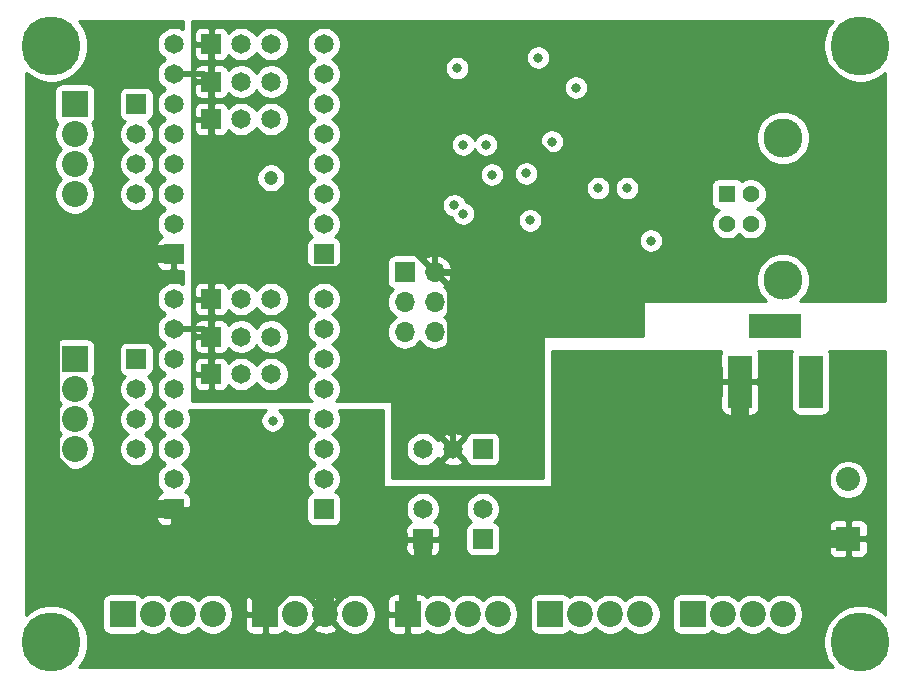
<source format=gbr>
G04 #@! TF.GenerationSoftware,KiCad,Pcbnew,(5.1.2)-2*
G04 #@! TF.CreationDate,2019-08-09T23:12:40-04:00*
G04 #@! TF.ProjectId,Controller,436f6e74-726f-46c6-9c65-722e6b696361,rev?*
G04 #@! TF.SameCoordinates,Original*
G04 #@! TF.FileFunction,Copper,L3,Inr*
G04 #@! TF.FilePolarity,Positive*
%FSLAX46Y46*%
G04 Gerber Fmt 4.6, Leading zero omitted, Abs format (unit mm)*
G04 Created by KiCad (PCBNEW (5.1.2)-2) date 2019-08-09 23:12:40*
%MOMM*%
%LPD*%
G04 APERTURE LIST*
%ADD10C,1.651000*%
%ADD11R,1.651000X1.651000*%
%ADD12R,4.500000X2.000000*%
%ADD13R,2.000000X4.500000*%
%ADD14C,2.200000*%
%ADD15R,2.200000X2.200000*%
%ADD16R,1.700000X1.700000*%
%ADD17O,1.700000X1.700000*%
%ADD18C,3.316000*%
%ADD19C,1.428000*%
%ADD20R,1.428000X1.428000*%
%ADD21C,5.000000*%
%ADD22R,2.032000X2.032000*%
%ADD23C,2.032000*%
%ADD24C,0.800000*%
%ADD25C,1.200000*%
%ADD26C,0.500000*%
%ADD27C,1.500000*%
%ADD28C,0.254000*%
G04 APERTURE END LIST*
D10*
X179705000Y-65405000D03*
X182245000Y-65405000D03*
D11*
X184785000Y-65405000D03*
X161798000Y-37465000D03*
D10*
X164338000Y-37465000D03*
X166878000Y-37465000D03*
D11*
X161798000Y-34290000D03*
D10*
X164338000Y-34290000D03*
X166878000Y-34290000D03*
X166878000Y-31115000D03*
X164338000Y-31115000D03*
D11*
X161798000Y-31115000D03*
D10*
X171323000Y-31115000D03*
X171323000Y-33655000D03*
X171323000Y-36195000D03*
X171323000Y-38735000D03*
X171323000Y-41275000D03*
X171323000Y-43815000D03*
X171323000Y-46355000D03*
D11*
X171323000Y-48895000D03*
D10*
X158623000Y-31115000D03*
X158623000Y-33655000D03*
X158623000Y-36195000D03*
X158623000Y-38735000D03*
X158623000Y-41275000D03*
X158623000Y-43815000D03*
X158623000Y-46355000D03*
D11*
X158623000Y-48895000D03*
D10*
X166878000Y-59055000D03*
X164338000Y-59055000D03*
D11*
X161798000Y-59055000D03*
D10*
X166878000Y-55880000D03*
X164338000Y-55880000D03*
D11*
X161798000Y-55880000D03*
X161798000Y-52705000D03*
D10*
X164338000Y-52705000D03*
X166878000Y-52705000D03*
D11*
X171323000Y-70485000D03*
D10*
X171323000Y-67945000D03*
X171323000Y-65405000D03*
X171323000Y-62865000D03*
X171323000Y-60325000D03*
X171323000Y-57785000D03*
X171323000Y-55245000D03*
X171323000Y-52705000D03*
D11*
X158623000Y-70485000D03*
D10*
X158623000Y-67945000D03*
X158623000Y-65405000D03*
X158623000Y-62865000D03*
X158623000Y-60325000D03*
X158623000Y-57785000D03*
X158623000Y-55245000D03*
X158623000Y-52705000D03*
D12*
X209550000Y-54990000D03*
D13*
X206550000Y-59690000D03*
X212550000Y-59690000D03*
D14*
X186055000Y-79375000D03*
X183515000Y-79375000D03*
X180975000Y-79375000D03*
D15*
X178435000Y-79375000D03*
X190500000Y-79375000D03*
D14*
X193040000Y-79375000D03*
X195580000Y-79375000D03*
X198120000Y-79375000D03*
D11*
X179705000Y-73025000D03*
D10*
X179705000Y-70485000D03*
X184785000Y-70485000D03*
D11*
X184785000Y-73025000D03*
D14*
X210185000Y-79375000D03*
X207645000Y-79375000D03*
X205105000Y-79375000D03*
D15*
X202565000Y-79375000D03*
X154305000Y-79375000D03*
D14*
X156845000Y-79375000D03*
X159385000Y-79375000D03*
X161925000Y-79375000D03*
X173990000Y-79375000D03*
X171450000Y-79375000D03*
X168910000Y-79375000D03*
D15*
X166370000Y-79375000D03*
D16*
X178181000Y-50419000D03*
D17*
X180721000Y-50419000D03*
X178181000Y-52959000D03*
X180721000Y-52959000D03*
X178181000Y-55499000D03*
X180721000Y-55499000D03*
D15*
X150241000Y-36195000D03*
D14*
X150241000Y-38735000D03*
X150241000Y-41275000D03*
X150241000Y-43815000D03*
D11*
X155448000Y-36195000D03*
D10*
X155448000Y-38735000D03*
X155448000Y-41275000D03*
X155448000Y-43815000D03*
D15*
X150241000Y-57785000D03*
D14*
X150241000Y-60325000D03*
X150241000Y-62865000D03*
X150241000Y-65405000D03*
D10*
X155448000Y-65405000D03*
X155448000Y-62865000D03*
X155448000Y-60325000D03*
D11*
X155448000Y-57785000D03*
D18*
X210196000Y-39045000D03*
X210196000Y-51085000D03*
D19*
X207486000Y-43815000D03*
X207486000Y-46315000D03*
D20*
X205486000Y-43815000D03*
D19*
X205486000Y-46315000D03*
D21*
X216750000Y-31250000D03*
X148250000Y-81750000D03*
X148250000Y-31250000D03*
X216750000Y-81750000D03*
D22*
X215723000Y-72985000D03*
D23*
X215723000Y-67985000D03*
D24*
X199009000Y-47752000D03*
X183134000Y-45466000D03*
X183134000Y-39624000D03*
X192659000Y-34798000D03*
X189484000Y-32258000D03*
X182626000Y-33147000D03*
X167000000Y-63000000D03*
D25*
X166846703Y-42449298D03*
X196088000Y-40513000D03*
X203454000Y-32258000D03*
X186955998Y-37084000D03*
X193040000Y-52705000D03*
X196342000Y-53086000D03*
D24*
X188785500Y-46037500D03*
X182372000Y-44767500D03*
X190627000Y-39370000D03*
X188468000Y-42071120D03*
X185547000Y-42164000D03*
X185039000Y-39624000D03*
X194564000Y-43307000D03*
X196977000Y-43307000D03*
D26*
X193548000Y-40513000D02*
X196088000Y-40513000D01*
X196088000Y-40513000D02*
X196936528Y-40513000D01*
X196936528Y-40513000D02*
X201930000Y-40513000D01*
X201930000Y-40513000D02*
X203454000Y-38989000D01*
X203454000Y-38989000D02*
X203454000Y-32258000D01*
X190384998Y-40513000D02*
X186955998Y-37084000D01*
X193040000Y-40640000D02*
X192913000Y-40513000D01*
X196088000Y-40513000D02*
X192913000Y-40513000D01*
X192913000Y-40513000D02*
X190384998Y-40513000D01*
X192943001Y-49499999D02*
X193040000Y-49403000D01*
X193040000Y-52705000D02*
X193040000Y-49403000D01*
X193040000Y-49403000D02*
X193040000Y-40640000D01*
X193421000Y-53086000D02*
X193040000Y-52705000D01*
X196342000Y-53086000D02*
X193421000Y-53086000D01*
X192024000Y-50419000D02*
X193040000Y-49403000D01*
X180721000Y-50419000D02*
X192024000Y-50419000D01*
X181570999Y-51268999D02*
X180721000Y-50419000D01*
X182021001Y-51719001D02*
X181570999Y-51268999D01*
X182021001Y-64013568D02*
X182021001Y-51719001D01*
X182245000Y-65405000D02*
X182245000Y-64237567D01*
X182245000Y-64237567D02*
X182021001Y-64013568D01*
X161798000Y-52705000D02*
X161798000Y-55880000D01*
X161798000Y-59055000D02*
X161798000Y-55880000D01*
X161163000Y-55245000D02*
X161798000Y-55880000D01*
X158623000Y-55245000D02*
X161163000Y-55245000D01*
X161798000Y-41831002D02*
X161798000Y-37465000D01*
X170137499Y-50170501D02*
X161798000Y-41831002D01*
X172508501Y-50170501D02*
X170137499Y-50170501D01*
X174679002Y-48000000D02*
X172508501Y-50170501D01*
X180721000Y-50419000D02*
X178302000Y-48000000D01*
X178302000Y-48000000D02*
X174679002Y-48000000D01*
X161798000Y-52705000D02*
X161798000Y-37465000D01*
X161798000Y-37465000D02*
X161798000Y-34290000D01*
X161798000Y-34290000D02*
X161798000Y-31115000D01*
X161163000Y-33655000D02*
X161798000Y-34290000D01*
X158623000Y-33655000D02*
X161163000Y-33655000D01*
D27*
X206550000Y-59690000D02*
X206550000Y-64450000D01*
X206550000Y-64450000D02*
X195000000Y-76000000D01*
X179705000Y-75350500D02*
X179705000Y-73025000D01*
X195000000Y-76000000D02*
X180354500Y-76000000D01*
X180354500Y-76000000D02*
X179705000Y-75350500D01*
X179210000Y-76000000D02*
X180354500Y-76000000D01*
X178435000Y-79375000D02*
X178435000Y-76775000D01*
X178435000Y-76775000D02*
X179210000Y-76000000D01*
X169250998Y-76000000D02*
X179210000Y-76000000D01*
X166370000Y-79375000D02*
X166370000Y-78880998D01*
X166370000Y-78880998D02*
X169250998Y-76000000D01*
X166370000Y-78232000D02*
X158623000Y-70485000D01*
X166370000Y-79375000D02*
X166370000Y-78232000D01*
X171450000Y-77819366D02*
X171450000Y-79375000D01*
X169250998Y-76000000D02*
X169630634Y-76000000D01*
X169630634Y-76000000D02*
X171450000Y-77819366D01*
X206550000Y-63440000D02*
X206550000Y-59690000D01*
X206550000Y-66328000D02*
X206550000Y-63440000D01*
X215723000Y-72985000D02*
X213207000Y-72985000D01*
X213207000Y-72985000D02*
X206550000Y-66328000D01*
X156297500Y-48895000D02*
X158623000Y-48895000D01*
X155220998Y-48895000D02*
X156297500Y-48895000D01*
X148190999Y-55924999D02*
X155220998Y-48895000D01*
X148190999Y-66389001D02*
X148190999Y-55924999D01*
X158623000Y-70485000D02*
X152286998Y-70485000D01*
X152286998Y-70485000D02*
X148190999Y-66389001D01*
D28*
G36*
X214314886Y-29251554D02*
G01*
X213971799Y-29765021D01*
X213735476Y-30335554D01*
X213615000Y-30941229D01*
X213615000Y-31558771D01*
X213735476Y-32164446D01*
X213971799Y-32734979D01*
X214314886Y-33248446D01*
X214751554Y-33685114D01*
X215265021Y-34028201D01*
X215835554Y-34264524D01*
X216441229Y-34385000D01*
X217058771Y-34385000D01*
X217664446Y-34264524D01*
X218234979Y-34028201D01*
X218748446Y-33685114D01*
X218873000Y-33560560D01*
X218873000Y-52873000D01*
X211647360Y-52873000D01*
X211657702Y-52866090D01*
X211977090Y-52546702D01*
X212228030Y-52171143D01*
X212400881Y-51753843D01*
X212489000Y-51310841D01*
X212489000Y-50859159D01*
X212400881Y-50416157D01*
X212228030Y-49998857D01*
X211977090Y-49623298D01*
X211657702Y-49303910D01*
X211282143Y-49052970D01*
X210864843Y-48880119D01*
X210421841Y-48792000D01*
X209970159Y-48792000D01*
X209527157Y-48880119D01*
X209109857Y-49052970D01*
X208734298Y-49303910D01*
X208414910Y-49623298D01*
X208163970Y-49998857D01*
X207991119Y-50416157D01*
X207903000Y-50859159D01*
X207903000Y-51310841D01*
X207991119Y-51753843D01*
X208163970Y-52171143D01*
X208414910Y-52546702D01*
X208734298Y-52866090D01*
X208744640Y-52873000D01*
X198500000Y-52873000D01*
X198475224Y-52875440D01*
X198451399Y-52882667D01*
X198429443Y-52894403D01*
X198410197Y-52910197D01*
X198394403Y-52929443D01*
X198382667Y-52951399D01*
X198375440Y-52975224D01*
X198373000Y-53000000D01*
X198373000Y-55873000D01*
X190000000Y-55873000D01*
X189975224Y-55875440D01*
X189951399Y-55882667D01*
X189929443Y-55894403D01*
X189910197Y-55910197D01*
X189894403Y-55929443D01*
X189882667Y-55951399D01*
X189875440Y-55975224D01*
X189873000Y-56000000D01*
X189873000Y-67873000D01*
X177127000Y-67873000D01*
X177127000Y-65261153D01*
X178244500Y-65261153D01*
X178244500Y-65548847D01*
X178300626Y-65831012D01*
X178410721Y-66096806D01*
X178570555Y-66336015D01*
X178773985Y-66539445D01*
X179013194Y-66699279D01*
X179278988Y-66809374D01*
X179561153Y-66865500D01*
X179848847Y-66865500D01*
X180131012Y-66809374D01*
X180396806Y-66699279D01*
X180636015Y-66539445D01*
X180759551Y-66415909D01*
X181413696Y-66415909D01*
X181488367Y-66662481D01*
X181748228Y-66785931D01*
X182027180Y-66856313D01*
X182314502Y-66870921D01*
X182599154Y-66829194D01*
X182870196Y-66732737D01*
X183001633Y-66662481D01*
X183076304Y-66415909D01*
X182245000Y-65584605D01*
X181413696Y-66415909D01*
X180759551Y-66415909D01*
X180839445Y-66336015D01*
X180973494Y-66135395D01*
X180987519Y-66161633D01*
X181234091Y-66236304D01*
X182065395Y-65405000D01*
X182424605Y-65405000D01*
X183255909Y-66236304D01*
X183321428Y-66216462D01*
X183321428Y-66230500D01*
X183333688Y-66354982D01*
X183369998Y-66474680D01*
X183428963Y-66584994D01*
X183508315Y-66681685D01*
X183605006Y-66761037D01*
X183715320Y-66820002D01*
X183835018Y-66856312D01*
X183959500Y-66868572D01*
X185610500Y-66868572D01*
X185734982Y-66856312D01*
X185854680Y-66820002D01*
X185964994Y-66761037D01*
X186061685Y-66681685D01*
X186141037Y-66584994D01*
X186200002Y-66474680D01*
X186236312Y-66354982D01*
X186248572Y-66230500D01*
X186248572Y-64579500D01*
X186236312Y-64455018D01*
X186200002Y-64335320D01*
X186141037Y-64225006D01*
X186061685Y-64128315D01*
X185964994Y-64048963D01*
X185854680Y-63989998D01*
X185734982Y-63953688D01*
X185610500Y-63941428D01*
X183959500Y-63941428D01*
X183835018Y-63953688D01*
X183715320Y-63989998D01*
X183605006Y-64048963D01*
X183508315Y-64128315D01*
X183428963Y-64225006D01*
X183369998Y-64335320D01*
X183333688Y-64455018D01*
X183321428Y-64579500D01*
X183321428Y-64593538D01*
X183255909Y-64573696D01*
X182424605Y-65405000D01*
X182065395Y-65405000D01*
X181234091Y-64573696D01*
X180987519Y-64648367D01*
X180974406Y-64675969D01*
X180839445Y-64473985D01*
X180759551Y-64394091D01*
X181413696Y-64394091D01*
X182245000Y-65225395D01*
X183076304Y-64394091D01*
X183001633Y-64147519D01*
X182741772Y-64024069D01*
X182462820Y-63953687D01*
X182175498Y-63939079D01*
X181890846Y-63980806D01*
X181619804Y-64077263D01*
X181488367Y-64147519D01*
X181413696Y-64394091D01*
X180759551Y-64394091D01*
X180636015Y-64270555D01*
X180396806Y-64110721D01*
X180131012Y-64000626D01*
X179848847Y-63944500D01*
X179561153Y-63944500D01*
X179278988Y-64000626D01*
X179013194Y-64110721D01*
X178773985Y-64270555D01*
X178570555Y-64473985D01*
X178410721Y-64713194D01*
X178300626Y-64978988D01*
X178244500Y-65261153D01*
X177127000Y-65261153D01*
X177127000Y-61500000D01*
X177124560Y-61475224D01*
X177117333Y-61451399D01*
X177105597Y-61429443D01*
X177089803Y-61410197D01*
X177070557Y-61394403D01*
X177048601Y-61382667D01*
X177024776Y-61375440D01*
X177000000Y-61373000D01*
X172340460Y-61373000D01*
X172457445Y-61256015D01*
X172617279Y-61016806D01*
X172727374Y-60751012D01*
X172783500Y-60468847D01*
X172783500Y-60181153D01*
X172727374Y-59898988D01*
X172617279Y-59633194D01*
X172457445Y-59393985D01*
X172254015Y-59190555D01*
X172051142Y-59055000D01*
X172254015Y-58919445D01*
X172457445Y-58716015D01*
X172617279Y-58476806D01*
X172727374Y-58211012D01*
X172783500Y-57928847D01*
X172783500Y-57641153D01*
X172727374Y-57358988D01*
X172617279Y-57093194D01*
X172457445Y-56853985D01*
X172254015Y-56650555D01*
X172051142Y-56515000D01*
X172254015Y-56379445D01*
X172457445Y-56176015D01*
X172617279Y-55936806D01*
X172727374Y-55671012D01*
X172783500Y-55388847D01*
X172783500Y-55101153D01*
X172727374Y-54818988D01*
X172617279Y-54553194D01*
X172457445Y-54313985D01*
X172254015Y-54110555D01*
X172051142Y-53975000D01*
X172254015Y-53839445D01*
X172457445Y-53636015D01*
X172617279Y-53396806D01*
X172727374Y-53131012D01*
X172761589Y-52959000D01*
X176688815Y-52959000D01*
X176717487Y-53250111D01*
X176802401Y-53530034D01*
X176940294Y-53788014D01*
X177125866Y-54014134D01*
X177351986Y-54199706D01*
X177406791Y-54229000D01*
X177351986Y-54258294D01*
X177125866Y-54443866D01*
X176940294Y-54669986D01*
X176802401Y-54927966D01*
X176717487Y-55207889D01*
X176688815Y-55499000D01*
X176717487Y-55790111D01*
X176802401Y-56070034D01*
X176940294Y-56328014D01*
X177125866Y-56554134D01*
X177351986Y-56739706D01*
X177609966Y-56877599D01*
X177889889Y-56962513D01*
X178108050Y-56984000D01*
X178253950Y-56984000D01*
X178472111Y-56962513D01*
X178752034Y-56877599D01*
X179010014Y-56739706D01*
X179236134Y-56554134D01*
X179421706Y-56328014D01*
X179451000Y-56273209D01*
X179480294Y-56328014D01*
X179665866Y-56554134D01*
X179891986Y-56739706D01*
X180149966Y-56877599D01*
X180429889Y-56962513D01*
X180648050Y-56984000D01*
X180793950Y-56984000D01*
X181012111Y-56962513D01*
X181292034Y-56877599D01*
X181550014Y-56739706D01*
X181776134Y-56554134D01*
X181961706Y-56328014D01*
X182099599Y-56070034D01*
X182184513Y-55790111D01*
X182213185Y-55499000D01*
X182184513Y-55207889D01*
X182099599Y-54927966D01*
X181961706Y-54669986D01*
X181776134Y-54443866D01*
X181550014Y-54258294D01*
X181495209Y-54229000D01*
X181550014Y-54199706D01*
X181776134Y-54014134D01*
X181961706Y-53788014D01*
X182099599Y-53530034D01*
X182184513Y-53250111D01*
X182213185Y-52959000D01*
X182184513Y-52667889D01*
X182099599Y-52387966D01*
X181961706Y-52129986D01*
X181776134Y-51903866D01*
X181550014Y-51718294D01*
X181485477Y-51683799D01*
X181602355Y-51614178D01*
X181818588Y-51419269D01*
X181992641Y-51185920D01*
X182117825Y-50923099D01*
X182162476Y-50775890D01*
X182041155Y-50546000D01*
X180848000Y-50546000D01*
X180848000Y-50566000D01*
X180594000Y-50566000D01*
X180594000Y-50546000D01*
X180574000Y-50546000D01*
X180574000Y-50292000D01*
X180594000Y-50292000D01*
X180594000Y-49098186D01*
X180848000Y-49098186D01*
X180848000Y-50292000D01*
X182041155Y-50292000D01*
X182162476Y-50062110D01*
X182117825Y-49914901D01*
X181992641Y-49652080D01*
X181818588Y-49418731D01*
X181602355Y-49223822D01*
X181352252Y-49074843D01*
X181077891Y-48977519D01*
X180848000Y-49098186D01*
X180594000Y-49098186D01*
X180364109Y-48977519D01*
X180089748Y-49074843D01*
X179839645Y-49223822D01*
X179643498Y-49400626D01*
X179620502Y-49324820D01*
X179561537Y-49214506D01*
X179482185Y-49117815D01*
X179385494Y-49038463D01*
X179275180Y-48979498D01*
X179155482Y-48943188D01*
X179031000Y-48930928D01*
X177331000Y-48930928D01*
X177206518Y-48943188D01*
X177086820Y-48979498D01*
X176976506Y-49038463D01*
X176879815Y-49117815D01*
X176800463Y-49214506D01*
X176741498Y-49324820D01*
X176705188Y-49444518D01*
X176692928Y-49569000D01*
X176692928Y-51269000D01*
X176705188Y-51393482D01*
X176741498Y-51513180D01*
X176800463Y-51623494D01*
X176879815Y-51720185D01*
X176976506Y-51799537D01*
X177086820Y-51858502D01*
X177155687Y-51879393D01*
X177125866Y-51903866D01*
X176940294Y-52129986D01*
X176802401Y-52387966D01*
X176717487Y-52667889D01*
X176688815Y-52959000D01*
X172761589Y-52959000D01*
X172783500Y-52848847D01*
X172783500Y-52561153D01*
X172727374Y-52278988D01*
X172617279Y-52013194D01*
X172457445Y-51773985D01*
X172254015Y-51570555D01*
X172014806Y-51410721D01*
X171749012Y-51300626D01*
X171466847Y-51244500D01*
X171179153Y-51244500D01*
X170896988Y-51300626D01*
X170631194Y-51410721D01*
X170391985Y-51570555D01*
X170188555Y-51773985D01*
X170028721Y-52013194D01*
X169918626Y-52278988D01*
X169862500Y-52561153D01*
X169862500Y-52848847D01*
X169918626Y-53131012D01*
X170028721Y-53396806D01*
X170188555Y-53636015D01*
X170391985Y-53839445D01*
X170594858Y-53975000D01*
X170391985Y-54110555D01*
X170188555Y-54313985D01*
X170028721Y-54553194D01*
X169918626Y-54818988D01*
X169862500Y-55101153D01*
X169862500Y-55388847D01*
X169918626Y-55671012D01*
X170028721Y-55936806D01*
X170188555Y-56176015D01*
X170391985Y-56379445D01*
X170594858Y-56515000D01*
X170391985Y-56650555D01*
X170188555Y-56853985D01*
X170028721Y-57093194D01*
X169918626Y-57358988D01*
X169862500Y-57641153D01*
X169862500Y-57928847D01*
X169918626Y-58211012D01*
X170028721Y-58476806D01*
X170188555Y-58716015D01*
X170391985Y-58919445D01*
X170594858Y-59055000D01*
X170391985Y-59190555D01*
X170188555Y-59393985D01*
X170028721Y-59633194D01*
X169918626Y-59898988D01*
X169862500Y-60181153D01*
X169862500Y-60468847D01*
X169918626Y-60751012D01*
X170028721Y-61016806D01*
X170188555Y-61256015D01*
X170305540Y-61373000D01*
X160127000Y-61373000D01*
X160127000Y-59880500D01*
X160334428Y-59880500D01*
X160346688Y-60004982D01*
X160382998Y-60124680D01*
X160441963Y-60234994D01*
X160521315Y-60331685D01*
X160618006Y-60411037D01*
X160728320Y-60470002D01*
X160848018Y-60506312D01*
X160972500Y-60518572D01*
X161512250Y-60515500D01*
X161671000Y-60356750D01*
X161671000Y-59182000D01*
X160496250Y-59182000D01*
X160337500Y-59340750D01*
X160334428Y-59880500D01*
X160127000Y-59880500D01*
X160127000Y-58229500D01*
X160334428Y-58229500D01*
X160337500Y-58769250D01*
X160496250Y-58928000D01*
X161671000Y-58928000D01*
X161671000Y-57753250D01*
X161925000Y-57753250D01*
X161925000Y-58928000D01*
X161945000Y-58928000D01*
X161945000Y-59182000D01*
X161925000Y-59182000D01*
X161925000Y-60356750D01*
X162083750Y-60515500D01*
X162623500Y-60518572D01*
X162747982Y-60506312D01*
X162867680Y-60470002D01*
X162977994Y-60411037D01*
X163074685Y-60331685D01*
X163154037Y-60234994D01*
X163213002Y-60124680D01*
X163243077Y-60025537D01*
X163406985Y-60189445D01*
X163646194Y-60349279D01*
X163911988Y-60459374D01*
X164194153Y-60515500D01*
X164481847Y-60515500D01*
X164764012Y-60459374D01*
X165029806Y-60349279D01*
X165269015Y-60189445D01*
X165472445Y-59986015D01*
X165608000Y-59783142D01*
X165743555Y-59986015D01*
X165946985Y-60189445D01*
X166186194Y-60349279D01*
X166451988Y-60459374D01*
X166734153Y-60515500D01*
X167021847Y-60515500D01*
X167304012Y-60459374D01*
X167569806Y-60349279D01*
X167809015Y-60189445D01*
X168012445Y-59986015D01*
X168172279Y-59746806D01*
X168282374Y-59481012D01*
X168338500Y-59198847D01*
X168338500Y-58911153D01*
X168282374Y-58628988D01*
X168172279Y-58363194D01*
X168012445Y-58123985D01*
X167809015Y-57920555D01*
X167569806Y-57760721D01*
X167304012Y-57650626D01*
X167021847Y-57594500D01*
X166734153Y-57594500D01*
X166451988Y-57650626D01*
X166186194Y-57760721D01*
X165946985Y-57920555D01*
X165743555Y-58123985D01*
X165608000Y-58326858D01*
X165472445Y-58123985D01*
X165269015Y-57920555D01*
X165029806Y-57760721D01*
X164764012Y-57650626D01*
X164481847Y-57594500D01*
X164194153Y-57594500D01*
X163911988Y-57650626D01*
X163646194Y-57760721D01*
X163406985Y-57920555D01*
X163243077Y-58084463D01*
X163213002Y-57985320D01*
X163154037Y-57875006D01*
X163074685Y-57778315D01*
X162977994Y-57698963D01*
X162867680Y-57639998D01*
X162747982Y-57603688D01*
X162623500Y-57591428D01*
X162083750Y-57594500D01*
X161925000Y-57753250D01*
X161671000Y-57753250D01*
X161512250Y-57594500D01*
X160972500Y-57591428D01*
X160848018Y-57603688D01*
X160728320Y-57639998D01*
X160618006Y-57698963D01*
X160521315Y-57778315D01*
X160441963Y-57875006D01*
X160382998Y-57985320D01*
X160346688Y-58105018D01*
X160334428Y-58229500D01*
X160127000Y-58229500D01*
X160127000Y-56705500D01*
X160334428Y-56705500D01*
X160346688Y-56829982D01*
X160382998Y-56949680D01*
X160441963Y-57059994D01*
X160521315Y-57156685D01*
X160618006Y-57236037D01*
X160728320Y-57295002D01*
X160848018Y-57331312D01*
X160972500Y-57343572D01*
X161512250Y-57340500D01*
X161671000Y-57181750D01*
X161671000Y-56007000D01*
X160496250Y-56007000D01*
X160337500Y-56165750D01*
X160334428Y-56705500D01*
X160127000Y-56705500D01*
X160127000Y-55054500D01*
X160334428Y-55054500D01*
X160337500Y-55594250D01*
X160496250Y-55753000D01*
X161671000Y-55753000D01*
X161671000Y-54578250D01*
X161925000Y-54578250D01*
X161925000Y-55753000D01*
X161945000Y-55753000D01*
X161945000Y-56007000D01*
X161925000Y-56007000D01*
X161925000Y-57181750D01*
X162083750Y-57340500D01*
X162623500Y-57343572D01*
X162747982Y-57331312D01*
X162867680Y-57295002D01*
X162977994Y-57236037D01*
X163074685Y-57156685D01*
X163154037Y-57059994D01*
X163213002Y-56949680D01*
X163243077Y-56850537D01*
X163406985Y-57014445D01*
X163646194Y-57174279D01*
X163911988Y-57284374D01*
X164194153Y-57340500D01*
X164481847Y-57340500D01*
X164764012Y-57284374D01*
X165029806Y-57174279D01*
X165269015Y-57014445D01*
X165472445Y-56811015D01*
X165608000Y-56608142D01*
X165743555Y-56811015D01*
X165946985Y-57014445D01*
X166186194Y-57174279D01*
X166451988Y-57284374D01*
X166734153Y-57340500D01*
X167021847Y-57340500D01*
X167304012Y-57284374D01*
X167569806Y-57174279D01*
X167809015Y-57014445D01*
X168012445Y-56811015D01*
X168172279Y-56571806D01*
X168282374Y-56306012D01*
X168338500Y-56023847D01*
X168338500Y-55736153D01*
X168282374Y-55453988D01*
X168172279Y-55188194D01*
X168012445Y-54948985D01*
X167809015Y-54745555D01*
X167569806Y-54585721D01*
X167304012Y-54475626D01*
X167021847Y-54419500D01*
X166734153Y-54419500D01*
X166451988Y-54475626D01*
X166186194Y-54585721D01*
X165946985Y-54745555D01*
X165743555Y-54948985D01*
X165608000Y-55151858D01*
X165472445Y-54948985D01*
X165269015Y-54745555D01*
X165029806Y-54585721D01*
X164764012Y-54475626D01*
X164481847Y-54419500D01*
X164194153Y-54419500D01*
X163911988Y-54475626D01*
X163646194Y-54585721D01*
X163406985Y-54745555D01*
X163243077Y-54909463D01*
X163213002Y-54810320D01*
X163154037Y-54700006D01*
X163074685Y-54603315D01*
X162977994Y-54523963D01*
X162867680Y-54464998D01*
X162747982Y-54428688D01*
X162623500Y-54416428D01*
X162083750Y-54419500D01*
X161925000Y-54578250D01*
X161671000Y-54578250D01*
X161512250Y-54419500D01*
X160972500Y-54416428D01*
X160848018Y-54428688D01*
X160728320Y-54464998D01*
X160618006Y-54523963D01*
X160521315Y-54603315D01*
X160441963Y-54700006D01*
X160382998Y-54810320D01*
X160346688Y-54930018D01*
X160334428Y-55054500D01*
X160127000Y-55054500D01*
X160127000Y-53530500D01*
X160334428Y-53530500D01*
X160346688Y-53654982D01*
X160382998Y-53774680D01*
X160441963Y-53884994D01*
X160521315Y-53981685D01*
X160618006Y-54061037D01*
X160728320Y-54120002D01*
X160848018Y-54156312D01*
X160972500Y-54168572D01*
X161512250Y-54165500D01*
X161671000Y-54006750D01*
X161671000Y-52832000D01*
X160496250Y-52832000D01*
X160337500Y-52990750D01*
X160334428Y-53530500D01*
X160127000Y-53530500D01*
X160127000Y-51879500D01*
X160334428Y-51879500D01*
X160337500Y-52419250D01*
X160496250Y-52578000D01*
X161671000Y-52578000D01*
X161671000Y-51403250D01*
X161925000Y-51403250D01*
X161925000Y-52578000D01*
X161945000Y-52578000D01*
X161945000Y-52832000D01*
X161925000Y-52832000D01*
X161925000Y-54006750D01*
X162083750Y-54165500D01*
X162623500Y-54168572D01*
X162747982Y-54156312D01*
X162867680Y-54120002D01*
X162977994Y-54061037D01*
X163074685Y-53981685D01*
X163154037Y-53884994D01*
X163213002Y-53774680D01*
X163243077Y-53675537D01*
X163406985Y-53839445D01*
X163646194Y-53999279D01*
X163911988Y-54109374D01*
X164194153Y-54165500D01*
X164481847Y-54165500D01*
X164764012Y-54109374D01*
X165029806Y-53999279D01*
X165269015Y-53839445D01*
X165472445Y-53636015D01*
X165608000Y-53433142D01*
X165743555Y-53636015D01*
X165946985Y-53839445D01*
X166186194Y-53999279D01*
X166451988Y-54109374D01*
X166734153Y-54165500D01*
X167021847Y-54165500D01*
X167304012Y-54109374D01*
X167569806Y-53999279D01*
X167809015Y-53839445D01*
X168012445Y-53636015D01*
X168172279Y-53396806D01*
X168282374Y-53131012D01*
X168338500Y-52848847D01*
X168338500Y-52561153D01*
X168282374Y-52278988D01*
X168172279Y-52013194D01*
X168012445Y-51773985D01*
X167809015Y-51570555D01*
X167569806Y-51410721D01*
X167304012Y-51300626D01*
X167021847Y-51244500D01*
X166734153Y-51244500D01*
X166451988Y-51300626D01*
X166186194Y-51410721D01*
X165946985Y-51570555D01*
X165743555Y-51773985D01*
X165608000Y-51976858D01*
X165472445Y-51773985D01*
X165269015Y-51570555D01*
X165029806Y-51410721D01*
X164764012Y-51300626D01*
X164481847Y-51244500D01*
X164194153Y-51244500D01*
X163911988Y-51300626D01*
X163646194Y-51410721D01*
X163406985Y-51570555D01*
X163243077Y-51734463D01*
X163213002Y-51635320D01*
X163154037Y-51525006D01*
X163074685Y-51428315D01*
X162977994Y-51348963D01*
X162867680Y-51289998D01*
X162747982Y-51253688D01*
X162623500Y-51241428D01*
X162083750Y-51244500D01*
X161925000Y-51403250D01*
X161671000Y-51403250D01*
X161512250Y-51244500D01*
X160972500Y-51241428D01*
X160848018Y-51253688D01*
X160728320Y-51289998D01*
X160618006Y-51348963D01*
X160521315Y-51428315D01*
X160441963Y-51525006D01*
X160382998Y-51635320D01*
X160346688Y-51755018D01*
X160334428Y-51879500D01*
X160127000Y-51879500D01*
X160127000Y-48069500D01*
X169859428Y-48069500D01*
X169859428Y-49720500D01*
X169871688Y-49844982D01*
X169907998Y-49964680D01*
X169966963Y-50074994D01*
X170046315Y-50171685D01*
X170143006Y-50251037D01*
X170253320Y-50310002D01*
X170373018Y-50346312D01*
X170497500Y-50358572D01*
X172148500Y-50358572D01*
X172272982Y-50346312D01*
X172392680Y-50310002D01*
X172502994Y-50251037D01*
X172599685Y-50171685D01*
X172679037Y-50074994D01*
X172738002Y-49964680D01*
X172774312Y-49844982D01*
X172786572Y-49720500D01*
X172786572Y-48069500D01*
X172774312Y-47945018D01*
X172738002Y-47825320D01*
X172679037Y-47715006D01*
X172625739Y-47650061D01*
X197974000Y-47650061D01*
X197974000Y-47853939D01*
X198013774Y-48053898D01*
X198091795Y-48242256D01*
X198205063Y-48411774D01*
X198349226Y-48555937D01*
X198518744Y-48669205D01*
X198707102Y-48747226D01*
X198907061Y-48787000D01*
X199110939Y-48787000D01*
X199310898Y-48747226D01*
X199499256Y-48669205D01*
X199668774Y-48555937D01*
X199812937Y-48411774D01*
X199926205Y-48242256D01*
X200004226Y-48053898D01*
X200044000Y-47853939D01*
X200044000Y-47650061D01*
X200004226Y-47450102D01*
X199926205Y-47261744D01*
X199812937Y-47092226D01*
X199668774Y-46948063D01*
X199499256Y-46834795D01*
X199310898Y-46756774D01*
X199110939Y-46717000D01*
X198907061Y-46717000D01*
X198707102Y-46756774D01*
X198518744Y-46834795D01*
X198349226Y-46948063D01*
X198205063Y-47092226D01*
X198091795Y-47261744D01*
X198013774Y-47450102D01*
X197974000Y-47650061D01*
X172625739Y-47650061D01*
X172599685Y-47618315D01*
X172502994Y-47538963D01*
X172392680Y-47479998D01*
X172293537Y-47449923D01*
X172457445Y-47286015D01*
X172617279Y-47046806D01*
X172727374Y-46781012D01*
X172783500Y-46498847D01*
X172783500Y-46211153D01*
X172727374Y-45928988D01*
X172617279Y-45663194D01*
X172457445Y-45423985D01*
X172254015Y-45220555D01*
X172051142Y-45085000D01*
X172254015Y-44949445D01*
X172457445Y-44746015D01*
X172511202Y-44665561D01*
X181337000Y-44665561D01*
X181337000Y-44869439D01*
X181376774Y-45069398D01*
X181454795Y-45257756D01*
X181568063Y-45427274D01*
X181712226Y-45571437D01*
X181881744Y-45684705D01*
X182070102Y-45762726D01*
X182142605Y-45777148D01*
X182216795Y-45956256D01*
X182330063Y-46125774D01*
X182474226Y-46269937D01*
X182643744Y-46383205D01*
X182832102Y-46461226D01*
X183032061Y-46501000D01*
X183235939Y-46501000D01*
X183435898Y-46461226D01*
X183624256Y-46383205D01*
X183793774Y-46269937D01*
X183937937Y-46125774D01*
X184051205Y-45956256D01*
X184059777Y-45935561D01*
X187750500Y-45935561D01*
X187750500Y-46139439D01*
X187790274Y-46339398D01*
X187868295Y-46527756D01*
X187981563Y-46697274D01*
X188125726Y-46841437D01*
X188295244Y-46954705D01*
X188483602Y-47032726D01*
X188683561Y-47072500D01*
X188887439Y-47072500D01*
X189087398Y-47032726D01*
X189275756Y-46954705D01*
X189445274Y-46841437D01*
X189589437Y-46697274D01*
X189702705Y-46527756D01*
X189780726Y-46339398D01*
X189820500Y-46139439D01*
X189820500Y-45935561D01*
X189780726Y-45735602D01*
X189702705Y-45547244D01*
X189589437Y-45377726D01*
X189445274Y-45233563D01*
X189275756Y-45120295D01*
X189087398Y-45042274D01*
X188887439Y-45002500D01*
X188683561Y-45002500D01*
X188483602Y-45042274D01*
X188295244Y-45120295D01*
X188125726Y-45233563D01*
X187981563Y-45377726D01*
X187868295Y-45547244D01*
X187790274Y-45735602D01*
X187750500Y-45935561D01*
X184059777Y-45935561D01*
X184129226Y-45767898D01*
X184169000Y-45567939D01*
X184169000Y-45364061D01*
X184129226Y-45164102D01*
X184051205Y-44975744D01*
X183937937Y-44806226D01*
X183793774Y-44662063D01*
X183624256Y-44548795D01*
X183435898Y-44470774D01*
X183363395Y-44456352D01*
X183289205Y-44277244D01*
X183175937Y-44107726D01*
X183031774Y-43963563D01*
X182862256Y-43850295D01*
X182673898Y-43772274D01*
X182473939Y-43732500D01*
X182270061Y-43732500D01*
X182070102Y-43772274D01*
X181881744Y-43850295D01*
X181712226Y-43963563D01*
X181568063Y-44107726D01*
X181454795Y-44277244D01*
X181376774Y-44465602D01*
X181337000Y-44665561D01*
X172511202Y-44665561D01*
X172617279Y-44506806D01*
X172727374Y-44241012D01*
X172783500Y-43958847D01*
X172783500Y-43671153D01*
X172727374Y-43388988D01*
X172651190Y-43205061D01*
X193529000Y-43205061D01*
X193529000Y-43408939D01*
X193568774Y-43608898D01*
X193646795Y-43797256D01*
X193760063Y-43966774D01*
X193904226Y-44110937D01*
X194073744Y-44224205D01*
X194262102Y-44302226D01*
X194462061Y-44342000D01*
X194665939Y-44342000D01*
X194865898Y-44302226D01*
X195054256Y-44224205D01*
X195223774Y-44110937D01*
X195367937Y-43966774D01*
X195481205Y-43797256D01*
X195559226Y-43608898D01*
X195599000Y-43408939D01*
X195599000Y-43205061D01*
X195942000Y-43205061D01*
X195942000Y-43408939D01*
X195981774Y-43608898D01*
X196059795Y-43797256D01*
X196173063Y-43966774D01*
X196317226Y-44110937D01*
X196486744Y-44224205D01*
X196675102Y-44302226D01*
X196875061Y-44342000D01*
X197078939Y-44342000D01*
X197278898Y-44302226D01*
X197467256Y-44224205D01*
X197636774Y-44110937D01*
X197780937Y-43966774D01*
X197894205Y-43797256D01*
X197972226Y-43608898D01*
X198012000Y-43408939D01*
X198012000Y-43205061D01*
X197991302Y-43101000D01*
X204133928Y-43101000D01*
X204133928Y-44529000D01*
X204146188Y-44653482D01*
X204182498Y-44773180D01*
X204241463Y-44883494D01*
X204320815Y-44980185D01*
X204417506Y-45059537D01*
X204527820Y-45118502D01*
X204647518Y-45154812D01*
X204772000Y-45167072D01*
X204775860Y-45167072D01*
X204626063Y-45267163D01*
X204438163Y-45455063D01*
X204290532Y-45676009D01*
X204188842Y-45921511D01*
X204137000Y-46182135D01*
X204137000Y-46447865D01*
X204188842Y-46708489D01*
X204290532Y-46953991D01*
X204438163Y-47174937D01*
X204626063Y-47362837D01*
X204847009Y-47510468D01*
X205092511Y-47612158D01*
X205353135Y-47664000D01*
X205618865Y-47664000D01*
X205879489Y-47612158D01*
X206124991Y-47510468D01*
X206345937Y-47362837D01*
X206486000Y-47222774D01*
X206626063Y-47362837D01*
X206847009Y-47510468D01*
X207092511Y-47612158D01*
X207353135Y-47664000D01*
X207618865Y-47664000D01*
X207879489Y-47612158D01*
X208124991Y-47510468D01*
X208345937Y-47362837D01*
X208533837Y-47174937D01*
X208681468Y-46953991D01*
X208783158Y-46708489D01*
X208835000Y-46447865D01*
X208835000Y-46182135D01*
X208783158Y-45921511D01*
X208681468Y-45676009D01*
X208533837Y-45455063D01*
X208345937Y-45267163D01*
X208124991Y-45119532D01*
X207993339Y-45065000D01*
X208124991Y-45010468D01*
X208345937Y-44862837D01*
X208533837Y-44674937D01*
X208681468Y-44453991D01*
X208783158Y-44208489D01*
X208835000Y-43947865D01*
X208835000Y-43682135D01*
X208783158Y-43421511D01*
X208681468Y-43176009D01*
X208533837Y-42955063D01*
X208345937Y-42767163D01*
X208124991Y-42619532D01*
X207879489Y-42517842D01*
X207618865Y-42466000D01*
X207353135Y-42466000D01*
X207092511Y-42517842D01*
X206847009Y-42619532D01*
X206704486Y-42714763D01*
X206651185Y-42649815D01*
X206554494Y-42570463D01*
X206444180Y-42511498D01*
X206324482Y-42475188D01*
X206200000Y-42462928D01*
X204772000Y-42462928D01*
X204647518Y-42475188D01*
X204527820Y-42511498D01*
X204417506Y-42570463D01*
X204320815Y-42649815D01*
X204241463Y-42746506D01*
X204182498Y-42856820D01*
X204146188Y-42976518D01*
X204133928Y-43101000D01*
X197991302Y-43101000D01*
X197972226Y-43005102D01*
X197894205Y-42816744D01*
X197780937Y-42647226D01*
X197636774Y-42503063D01*
X197467256Y-42389795D01*
X197278898Y-42311774D01*
X197078939Y-42272000D01*
X196875061Y-42272000D01*
X196675102Y-42311774D01*
X196486744Y-42389795D01*
X196317226Y-42503063D01*
X196173063Y-42647226D01*
X196059795Y-42816744D01*
X195981774Y-43005102D01*
X195942000Y-43205061D01*
X195599000Y-43205061D01*
X195559226Y-43005102D01*
X195481205Y-42816744D01*
X195367937Y-42647226D01*
X195223774Y-42503063D01*
X195054256Y-42389795D01*
X194865898Y-42311774D01*
X194665939Y-42272000D01*
X194462061Y-42272000D01*
X194262102Y-42311774D01*
X194073744Y-42389795D01*
X193904226Y-42503063D01*
X193760063Y-42647226D01*
X193646795Y-42816744D01*
X193568774Y-43005102D01*
X193529000Y-43205061D01*
X172651190Y-43205061D01*
X172617279Y-43123194D01*
X172457445Y-42883985D01*
X172254015Y-42680555D01*
X172051142Y-42545000D01*
X172254015Y-42409445D01*
X172457445Y-42206015D01*
X172553631Y-42062061D01*
X184512000Y-42062061D01*
X184512000Y-42265939D01*
X184551774Y-42465898D01*
X184629795Y-42654256D01*
X184743063Y-42823774D01*
X184887226Y-42967937D01*
X185056744Y-43081205D01*
X185245102Y-43159226D01*
X185445061Y-43199000D01*
X185648939Y-43199000D01*
X185848898Y-43159226D01*
X186037256Y-43081205D01*
X186206774Y-42967937D01*
X186350937Y-42823774D01*
X186464205Y-42654256D01*
X186542226Y-42465898D01*
X186582000Y-42265939D01*
X186582000Y-42062061D01*
X186563526Y-41969181D01*
X187433000Y-41969181D01*
X187433000Y-42173059D01*
X187472774Y-42373018D01*
X187550795Y-42561376D01*
X187664063Y-42730894D01*
X187808226Y-42875057D01*
X187977744Y-42988325D01*
X188166102Y-43066346D01*
X188366061Y-43106120D01*
X188569939Y-43106120D01*
X188769898Y-43066346D01*
X188958256Y-42988325D01*
X189127774Y-42875057D01*
X189271937Y-42730894D01*
X189385205Y-42561376D01*
X189463226Y-42373018D01*
X189503000Y-42173059D01*
X189503000Y-41969181D01*
X189463226Y-41769222D01*
X189385205Y-41580864D01*
X189271937Y-41411346D01*
X189127774Y-41267183D01*
X188958256Y-41153915D01*
X188769898Y-41075894D01*
X188569939Y-41036120D01*
X188366061Y-41036120D01*
X188166102Y-41075894D01*
X187977744Y-41153915D01*
X187808226Y-41267183D01*
X187664063Y-41411346D01*
X187550795Y-41580864D01*
X187472774Y-41769222D01*
X187433000Y-41969181D01*
X186563526Y-41969181D01*
X186542226Y-41862102D01*
X186464205Y-41673744D01*
X186350937Y-41504226D01*
X186206774Y-41360063D01*
X186037256Y-41246795D01*
X185848898Y-41168774D01*
X185648939Y-41129000D01*
X185445061Y-41129000D01*
X185245102Y-41168774D01*
X185056744Y-41246795D01*
X184887226Y-41360063D01*
X184743063Y-41504226D01*
X184629795Y-41673744D01*
X184551774Y-41862102D01*
X184512000Y-42062061D01*
X172553631Y-42062061D01*
X172617279Y-41966806D01*
X172727374Y-41701012D01*
X172783500Y-41418847D01*
X172783500Y-41131153D01*
X172727374Y-40848988D01*
X172617279Y-40583194D01*
X172457445Y-40343985D01*
X172254015Y-40140555D01*
X172051142Y-40005000D01*
X172254015Y-39869445D01*
X172457445Y-39666015D01*
X172553631Y-39522061D01*
X182099000Y-39522061D01*
X182099000Y-39725939D01*
X182138774Y-39925898D01*
X182216795Y-40114256D01*
X182330063Y-40283774D01*
X182474226Y-40427937D01*
X182643744Y-40541205D01*
X182832102Y-40619226D01*
X183032061Y-40659000D01*
X183235939Y-40659000D01*
X183435898Y-40619226D01*
X183624256Y-40541205D01*
X183793774Y-40427937D01*
X183937937Y-40283774D01*
X184051205Y-40114256D01*
X184086500Y-40029047D01*
X184121795Y-40114256D01*
X184235063Y-40283774D01*
X184379226Y-40427937D01*
X184548744Y-40541205D01*
X184737102Y-40619226D01*
X184937061Y-40659000D01*
X185140939Y-40659000D01*
X185340898Y-40619226D01*
X185529256Y-40541205D01*
X185698774Y-40427937D01*
X185842937Y-40283774D01*
X185956205Y-40114256D01*
X186034226Y-39925898D01*
X186074000Y-39725939D01*
X186074000Y-39522061D01*
X186034226Y-39322102D01*
X186011842Y-39268061D01*
X189592000Y-39268061D01*
X189592000Y-39471939D01*
X189631774Y-39671898D01*
X189709795Y-39860256D01*
X189823063Y-40029774D01*
X189967226Y-40173937D01*
X190136744Y-40287205D01*
X190325102Y-40365226D01*
X190525061Y-40405000D01*
X190728939Y-40405000D01*
X190928898Y-40365226D01*
X191117256Y-40287205D01*
X191286774Y-40173937D01*
X191430937Y-40029774D01*
X191544205Y-39860256D01*
X191622226Y-39671898D01*
X191662000Y-39471939D01*
X191662000Y-39268061D01*
X191622226Y-39068102D01*
X191544205Y-38879744D01*
X191503724Y-38819159D01*
X207903000Y-38819159D01*
X207903000Y-39270841D01*
X207991119Y-39713843D01*
X208163970Y-40131143D01*
X208414910Y-40506702D01*
X208734298Y-40826090D01*
X209109857Y-41077030D01*
X209527157Y-41249881D01*
X209970159Y-41338000D01*
X210421841Y-41338000D01*
X210864843Y-41249881D01*
X211282143Y-41077030D01*
X211657702Y-40826090D01*
X211977090Y-40506702D01*
X212228030Y-40131143D01*
X212400881Y-39713843D01*
X212489000Y-39270841D01*
X212489000Y-38819159D01*
X212400881Y-38376157D01*
X212228030Y-37958857D01*
X211977090Y-37583298D01*
X211657702Y-37263910D01*
X211282143Y-37012970D01*
X210864843Y-36840119D01*
X210421841Y-36752000D01*
X209970159Y-36752000D01*
X209527157Y-36840119D01*
X209109857Y-37012970D01*
X208734298Y-37263910D01*
X208414910Y-37583298D01*
X208163970Y-37958857D01*
X207991119Y-38376157D01*
X207903000Y-38819159D01*
X191503724Y-38819159D01*
X191430937Y-38710226D01*
X191286774Y-38566063D01*
X191117256Y-38452795D01*
X190928898Y-38374774D01*
X190728939Y-38335000D01*
X190525061Y-38335000D01*
X190325102Y-38374774D01*
X190136744Y-38452795D01*
X189967226Y-38566063D01*
X189823063Y-38710226D01*
X189709795Y-38879744D01*
X189631774Y-39068102D01*
X189592000Y-39268061D01*
X186011842Y-39268061D01*
X185956205Y-39133744D01*
X185842937Y-38964226D01*
X185698774Y-38820063D01*
X185529256Y-38706795D01*
X185340898Y-38628774D01*
X185140939Y-38589000D01*
X184937061Y-38589000D01*
X184737102Y-38628774D01*
X184548744Y-38706795D01*
X184379226Y-38820063D01*
X184235063Y-38964226D01*
X184121795Y-39133744D01*
X184086500Y-39218953D01*
X184051205Y-39133744D01*
X183937937Y-38964226D01*
X183793774Y-38820063D01*
X183624256Y-38706795D01*
X183435898Y-38628774D01*
X183235939Y-38589000D01*
X183032061Y-38589000D01*
X182832102Y-38628774D01*
X182643744Y-38706795D01*
X182474226Y-38820063D01*
X182330063Y-38964226D01*
X182216795Y-39133744D01*
X182138774Y-39322102D01*
X182099000Y-39522061D01*
X172553631Y-39522061D01*
X172617279Y-39426806D01*
X172727374Y-39161012D01*
X172783500Y-38878847D01*
X172783500Y-38591153D01*
X172727374Y-38308988D01*
X172617279Y-38043194D01*
X172457445Y-37803985D01*
X172254015Y-37600555D01*
X172051142Y-37465000D01*
X172254015Y-37329445D01*
X172457445Y-37126015D01*
X172617279Y-36886806D01*
X172727374Y-36621012D01*
X172783500Y-36338847D01*
X172783500Y-36051153D01*
X172727374Y-35768988D01*
X172617279Y-35503194D01*
X172457445Y-35263985D01*
X172254015Y-35060555D01*
X172051142Y-34925000D01*
X172254015Y-34789445D01*
X172347399Y-34696061D01*
X191624000Y-34696061D01*
X191624000Y-34899939D01*
X191663774Y-35099898D01*
X191741795Y-35288256D01*
X191855063Y-35457774D01*
X191999226Y-35601937D01*
X192168744Y-35715205D01*
X192357102Y-35793226D01*
X192557061Y-35833000D01*
X192760939Y-35833000D01*
X192960898Y-35793226D01*
X193149256Y-35715205D01*
X193318774Y-35601937D01*
X193462937Y-35457774D01*
X193576205Y-35288256D01*
X193654226Y-35099898D01*
X193694000Y-34899939D01*
X193694000Y-34696061D01*
X193654226Y-34496102D01*
X193576205Y-34307744D01*
X193462937Y-34138226D01*
X193318774Y-33994063D01*
X193149256Y-33880795D01*
X192960898Y-33802774D01*
X192760939Y-33763000D01*
X192557061Y-33763000D01*
X192357102Y-33802774D01*
X192168744Y-33880795D01*
X191999226Y-33994063D01*
X191855063Y-34138226D01*
X191741795Y-34307744D01*
X191663774Y-34496102D01*
X191624000Y-34696061D01*
X172347399Y-34696061D01*
X172457445Y-34586015D01*
X172617279Y-34346806D01*
X172727374Y-34081012D01*
X172783500Y-33798847D01*
X172783500Y-33511153D01*
X172727374Y-33228988D01*
X172651190Y-33045061D01*
X181591000Y-33045061D01*
X181591000Y-33248939D01*
X181630774Y-33448898D01*
X181708795Y-33637256D01*
X181822063Y-33806774D01*
X181966226Y-33950937D01*
X182135744Y-34064205D01*
X182324102Y-34142226D01*
X182524061Y-34182000D01*
X182727939Y-34182000D01*
X182927898Y-34142226D01*
X183116256Y-34064205D01*
X183285774Y-33950937D01*
X183429937Y-33806774D01*
X183543205Y-33637256D01*
X183621226Y-33448898D01*
X183661000Y-33248939D01*
X183661000Y-33045061D01*
X183621226Y-32845102D01*
X183543205Y-32656744D01*
X183429937Y-32487226D01*
X183285774Y-32343063D01*
X183116256Y-32229795D01*
X182938248Y-32156061D01*
X188449000Y-32156061D01*
X188449000Y-32359939D01*
X188488774Y-32559898D01*
X188566795Y-32748256D01*
X188680063Y-32917774D01*
X188824226Y-33061937D01*
X188993744Y-33175205D01*
X189182102Y-33253226D01*
X189382061Y-33293000D01*
X189585939Y-33293000D01*
X189785898Y-33253226D01*
X189974256Y-33175205D01*
X190143774Y-33061937D01*
X190287937Y-32917774D01*
X190401205Y-32748256D01*
X190479226Y-32559898D01*
X190519000Y-32359939D01*
X190519000Y-32156061D01*
X190479226Y-31956102D01*
X190401205Y-31767744D01*
X190287937Y-31598226D01*
X190143774Y-31454063D01*
X189974256Y-31340795D01*
X189785898Y-31262774D01*
X189585939Y-31223000D01*
X189382061Y-31223000D01*
X189182102Y-31262774D01*
X188993744Y-31340795D01*
X188824226Y-31454063D01*
X188680063Y-31598226D01*
X188566795Y-31767744D01*
X188488774Y-31956102D01*
X188449000Y-32156061D01*
X182938248Y-32156061D01*
X182927898Y-32151774D01*
X182727939Y-32112000D01*
X182524061Y-32112000D01*
X182324102Y-32151774D01*
X182135744Y-32229795D01*
X181966226Y-32343063D01*
X181822063Y-32487226D01*
X181708795Y-32656744D01*
X181630774Y-32845102D01*
X181591000Y-33045061D01*
X172651190Y-33045061D01*
X172617279Y-32963194D01*
X172457445Y-32723985D01*
X172254015Y-32520555D01*
X172051142Y-32385000D01*
X172254015Y-32249445D01*
X172457445Y-32046015D01*
X172617279Y-31806806D01*
X172727374Y-31541012D01*
X172783500Y-31258847D01*
X172783500Y-30971153D01*
X172727374Y-30688988D01*
X172617279Y-30423194D01*
X172457445Y-30183985D01*
X172254015Y-29980555D01*
X172014806Y-29820721D01*
X171749012Y-29710626D01*
X171466847Y-29654500D01*
X171179153Y-29654500D01*
X170896988Y-29710626D01*
X170631194Y-29820721D01*
X170391985Y-29980555D01*
X170188555Y-30183985D01*
X170028721Y-30423194D01*
X169918626Y-30688988D01*
X169862500Y-30971153D01*
X169862500Y-31258847D01*
X169918626Y-31541012D01*
X170028721Y-31806806D01*
X170188555Y-32046015D01*
X170391985Y-32249445D01*
X170594858Y-32385000D01*
X170391985Y-32520555D01*
X170188555Y-32723985D01*
X170028721Y-32963194D01*
X169918626Y-33228988D01*
X169862500Y-33511153D01*
X169862500Y-33798847D01*
X169918626Y-34081012D01*
X170028721Y-34346806D01*
X170188555Y-34586015D01*
X170391985Y-34789445D01*
X170594858Y-34925000D01*
X170391985Y-35060555D01*
X170188555Y-35263985D01*
X170028721Y-35503194D01*
X169918626Y-35768988D01*
X169862500Y-36051153D01*
X169862500Y-36338847D01*
X169918626Y-36621012D01*
X170028721Y-36886806D01*
X170188555Y-37126015D01*
X170391985Y-37329445D01*
X170594858Y-37465000D01*
X170391985Y-37600555D01*
X170188555Y-37803985D01*
X170028721Y-38043194D01*
X169918626Y-38308988D01*
X169862500Y-38591153D01*
X169862500Y-38878847D01*
X169918626Y-39161012D01*
X170028721Y-39426806D01*
X170188555Y-39666015D01*
X170391985Y-39869445D01*
X170594858Y-40005000D01*
X170391985Y-40140555D01*
X170188555Y-40343985D01*
X170028721Y-40583194D01*
X169918626Y-40848988D01*
X169862500Y-41131153D01*
X169862500Y-41418847D01*
X169918626Y-41701012D01*
X170028721Y-41966806D01*
X170188555Y-42206015D01*
X170391985Y-42409445D01*
X170594858Y-42545000D01*
X170391985Y-42680555D01*
X170188555Y-42883985D01*
X170028721Y-43123194D01*
X169918626Y-43388988D01*
X169862500Y-43671153D01*
X169862500Y-43958847D01*
X169918626Y-44241012D01*
X170028721Y-44506806D01*
X170188555Y-44746015D01*
X170391985Y-44949445D01*
X170594858Y-45085000D01*
X170391985Y-45220555D01*
X170188555Y-45423985D01*
X170028721Y-45663194D01*
X169918626Y-45928988D01*
X169862500Y-46211153D01*
X169862500Y-46498847D01*
X169918626Y-46781012D01*
X170028721Y-47046806D01*
X170188555Y-47286015D01*
X170352463Y-47449923D01*
X170253320Y-47479998D01*
X170143006Y-47538963D01*
X170046315Y-47618315D01*
X169966963Y-47715006D01*
X169907998Y-47825320D01*
X169871688Y-47945018D01*
X169859428Y-48069500D01*
X160127000Y-48069500D01*
X160127000Y-42327661D01*
X165611703Y-42327661D01*
X165611703Y-42570935D01*
X165659163Y-42809534D01*
X165752260Y-43034290D01*
X165887416Y-43236565D01*
X166059436Y-43408585D01*
X166261711Y-43543741D01*
X166486467Y-43636838D01*
X166725066Y-43684298D01*
X166968340Y-43684298D01*
X167206939Y-43636838D01*
X167431695Y-43543741D01*
X167633970Y-43408585D01*
X167805990Y-43236565D01*
X167941146Y-43034290D01*
X168034243Y-42809534D01*
X168081703Y-42570935D01*
X168081703Y-42327661D01*
X168034243Y-42089062D01*
X167941146Y-41864306D01*
X167805990Y-41662031D01*
X167633970Y-41490011D01*
X167431695Y-41354855D01*
X167206939Y-41261758D01*
X166968340Y-41214298D01*
X166725066Y-41214298D01*
X166486467Y-41261758D01*
X166261711Y-41354855D01*
X166059436Y-41490011D01*
X165887416Y-41662031D01*
X165752260Y-41864306D01*
X165659163Y-42089062D01*
X165611703Y-42327661D01*
X160127000Y-42327661D01*
X160127000Y-38290500D01*
X160334428Y-38290500D01*
X160346688Y-38414982D01*
X160382998Y-38534680D01*
X160441963Y-38644994D01*
X160521315Y-38741685D01*
X160618006Y-38821037D01*
X160728320Y-38880002D01*
X160848018Y-38916312D01*
X160972500Y-38928572D01*
X161512250Y-38925500D01*
X161671000Y-38766750D01*
X161671000Y-37592000D01*
X160496250Y-37592000D01*
X160337500Y-37750750D01*
X160334428Y-38290500D01*
X160127000Y-38290500D01*
X160127000Y-36639500D01*
X160334428Y-36639500D01*
X160337500Y-37179250D01*
X160496250Y-37338000D01*
X161671000Y-37338000D01*
X161671000Y-36163250D01*
X161925000Y-36163250D01*
X161925000Y-37338000D01*
X161945000Y-37338000D01*
X161945000Y-37592000D01*
X161925000Y-37592000D01*
X161925000Y-38766750D01*
X162083750Y-38925500D01*
X162623500Y-38928572D01*
X162747982Y-38916312D01*
X162867680Y-38880002D01*
X162977994Y-38821037D01*
X163074685Y-38741685D01*
X163154037Y-38644994D01*
X163213002Y-38534680D01*
X163243077Y-38435537D01*
X163406985Y-38599445D01*
X163646194Y-38759279D01*
X163911988Y-38869374D01*
X164194153Y-38925500D01*
X164481847Y-38925500D01*
X164764012Y-38869374D01*
X165029806Y-38759279D01*
X165269015Y-38599445D01*
X165472445Y-38396015D01*
X165608000Y-38193142D01*
X165743555Y-38396015D01*
X165946985Y-38599445D01*
X166186194Y-38759279D01*
X166451988Y-38869374D01*
X166734153Y-38925500D01*
X167021847Y-38925500D01*
X167304012Y-38869374D01*
X167569806Y-38759279D01*
X167809015Y-38599445D01*
X168012445Y-38396015D01*
X168172279Y-38156806D01*
X168282374Y-37891012D01*
X168338500Y-37608847D01*
X168338500Y-37321153D01*
X168282374Y-37038988D01*
X168172279Y-36773194D01*
X168012445Y-36533985D01*
X167809015Y-36330555D01*
X167569806Y-36170721D01*
X167304012Y-36060626D01*
X167021847Y-36004500D01*
X166734153Y-36004500D01*
X166451988Y-36060626D01*
X166186194Y-36170721D01*
X165946985Y-36330555D01*
X165743555Y-36533985D01*
X165608000Y-36736858D01*
X165472445Y-36533985D01*
X165269015Y-36330555D01*
X165029806Y-36170721D01*
X164764012Y-36060626D01*
X164481847Y-36004500D01*
X164194153Y-36004500D01*
X163911988Y-36060626D01*
X163646194Y-36170721D01*
X163406985Y-36330555D01*
X163243077Y-36494463D01*
X163213002Y-36395320D01*
X163154037Y-36285006D01*
X163074685Y-36188315D01*
X162977994Y-36108963D01*
X162867680Y-36049998D01*
X162747982Y-36013688D01*
X162623500Y-36001428D01*
X162083750Y-36004500D01*
X161925000Y-36163250D01*
X161671000Y-36163250D01*
X161512250Y-36004500D01*
X160972500Y-36001428D01*
X160848018Y-36013688D01*
X160728320Y-36049998D01*
X160618006Y-36108963D01*
X160521315Y-36188315D01*
X160441963Y-36285006D01*
X160382998Y-36395320D01*
X160346688Y-36515018D01*
X160334428Y-36639500D01*
X160127000Y-36639500D01*
X160127000Y-35115500D01*
X160334428Y-35115500D01*
X160346688Y-35239982D01*
X160382998Y-35359680D01*
X160441963Y-35469994D01*
X160521315Y-35566685D01*
X160618006Y-35646037D01*
X160728320Y-35705002D01*
X160848018Y-35741312D01*
X160972500Y-35753572D01*
X161512250Y-35750500D01*
X161671000Y-35591750D01*
X161671000Y-34417000D01*
X160496250Y-34417000D01*
X160337500Y-34575750D01*
X160334428Y-35115500D01*
X160127000Y-35115500D01*
X160127000Y-33464500D01*
X160334428Y-33464500D01*
X160337500Y-34004250D01*
X160496250Y-34163000D01*
X161671000Y-34163000D01*
X161671000Y-32988250D01*
X161925000Y-32988250D01*
X161925000Y-34163000D01*
X161945000Y-34163000D01*
X161945000Y-34417000D01*
X161925000Y-34417000D01*
X161925000Y-35591750D01*
X162083750Y-35750500D01*
X162623500Y-35753572D01*
X162747982Y-35741312D01*
X162867680Y-35705002D01*
X162977994Y-35646037D01*
X163074685Y-35566685D01*
X163154037Y-35469994D01*
X163213002Y-35359680D01*
X163243077Y-35260537D01*
X163406985Y-35424445D01*
X163646194Y-35584279D01*
X163911988Y-35694374D01*
X164194153Y-35750500D01*
X164481847Y-35750500D01*
X164764012Y-35694374D01*
X165029806Y-35584279D01*
X165269015Y-35424445D01*
X165472445Y-35221015D01*
X165608000Y-35018142D01*
X165743555Y-35221015D01*
X165946985Y-35424445D01*
X166186194Y-35584279D01*
X166451988Y-35694374D01*
X166734153Y-35750500D01*
X167021847Y-35750500D01*
X167304012Y-35694374D01*
X167569806Y-35584279D01*
X167809015Y-35424445D01*
X168012445Y-35221015D01*
X168172279Y-34981806D01*
X168282374Y-34716012D01*
X168338500Y-34433847D01*
X168338500Y-34146153D01*
X168282374Y-33863988D01*
X168172279Y-33598194D01*
X168012445Y-33358985D01*
X167809015Y-33155555D01*
X167569806Y-32995721D01*
X167304012Y-32885626D01*
X167021847Y-32829500D01*
X166734153Y-32829500D01*
X166451988Y-32885626D01*
X166186194Y-32995721D01*
X165946985Y-33155555D01*
X165743555Y-33358985D01*
X165608000Y-33561858D01*
X165472445Y-33358985D01*
X165269015Y-33155555D01*
X165029806Y-32995721D01*
X164764012Y-32885626D01*
X164481847Y-32829500D01*
X164194153Y-32829500D01*
X163911988Y-32885626D01*
X163646194Y-32995721D01*
X163406985Y-33155555D01*
X163243077Y-33319463D01*
X163213002Y-33220320D01*
X163154037Y-33110006D01*
X163074685Y-33013315D01*
X162977994Y-32933963D01*
X162867680Y-32874998D01*
X162747982Y-32838688D01*
X162623500Y-32826428D01*
X162083750Y-32829500D01*
X161925000Y-32988250D01*
X161671000Y-32988250D01*
X161512250Y-32829500D01*
X160972500Y-32826428D01*
X160848018Y-32838688D01*
X160728320Y-32874998D01*
X160618006Y-32933963D01*
X160521315Y-33013315D01*
X160441963Y-33110006D01*
X160382998Y-33220320D01*
X160346688Y-33340018D01*
X160334428Y-33464500D01*
X160127000Y-33464500D01*
X160127000Y-31940500D01*
X160334428Y-31940500D01*
X160346688Y-32064982D01*
X160382998Y-32184680D01*
X160441963Y-32294994D01*
X160521315Y-32391685D01*
X160618006Y-32471037D01*
X160728320Y-32530002D01*
X160848018Y-32566312D01*
X160972500Y-32578572D01*
X161512250Y-32575500D01*
X161671000Y-32416750D01*
X161671000Y-31242000D01*
X160496250Y-31242000D01*
X160337500Y-31400750D01*
X160334428Y-31940500D01*
X160127000Y-31940500D01*
X160127000Y-30289500D01*
X160334428Y-30289500D01*
X160337500Y-30829250D01*
X160496250Y-30988000D01*
X161671000Y-30988000D01*
X161671000Y-29813250D01*
X161925000Y-29813250D01*
X161925000Y-30988000D01*
X161945000Y-30988000D01*
X161945000Y-31242000D01*
X161925000Y-31242000D01*
X161925000Y-32416750D01*
X162083750Y-32575500D01*
X162623500Y-32578572D01*
X162747982Y-32566312D01*
X162867680Y-32530002D01*
X162977994Y-32471037D01*
X163074685Y-32391685D01*
X163154037Y-32294994D01*
X163213002Y-32184680D01*
X163243077Y-32085537D01*
X163406985Y-32249445D01*
X163646194Y-32409279D01*
X163911988Y-32519374D01*
X164194153Y-32575500D01*
X164481847Y-32575500D01*
X164764012Y-32519374D01*
X165029806Y-32409279D01*
X165269015Y-32249445D01*
X165472445Y-32046015D01*
X165608000Y-31843142D01*
X165743555Y-32046015D01*
X165946985Y-32249445D01*
X166186194Y-32409279D01*
X166451988Y-32519374D01*
X166734153Y-32575500D01*
X167021847Y-32575500D01*
X167304012Y-32519374D01*
X167569806Y-32409279D01*
X167809015Y-32249445D01*
X168012445Y-32046015D01*
X168172279Y-31806806D01*
X168282374Y-31541012D01*
X168338500Y-31258847D01*
X168338500Y-30971153D01*
X168282374Y-30688988D01*
X168172279Y-30423194D01*
X168012445Y-30183985D01*
X167809015Y-29980555D01*
X167569806Y-29820721D01*
X167304012Y-29710626D01*
X167021847Y-29654500D01*
X166734153Y-29654500D01*
X166451988Y-29710626D01*
X166186194Y-29820721D01*
X165946985Y-29980555D01*
X165743555Y-30183985D01*
X165608000Y-30386858D01*
X165472445Y-30183985D01*
X165269015Y-29980555D01*
X165029806Y-29820721D01*
X164764012Y-29710626D01*
X164481847Y-29654500D01*
X164194153Y-29654500D01*
X163911988Y-29710626D01*
X163646194Y-29820721D01*
X163406985Y-29980555D01*
X163243077Y-30144463D01*
X163213002Y-30045320D01*
X163154037Y-29935006D01*
X163074685Y-29838315D01*
X162977994Y-29758963D01*
X162867680Y-29699998D01*
X162747982Y-29663688D01*
X162623500Y-29651428D01*
X162083750Y-29654500D01*
X161925000Y-29813250D01*
X161671000Y-29813250D01*
X161512250Y-29654500D01*
X160972500Y-29651428D01*
X160848018Y-29663688D01*
X160728320Y-29699998D01*
X160618006Y-29758963D01*
X160521315Y-29838315D01*
X160441963Y-29935006D01*
X160382998Y-30045320D01*
X160346688Y-30165018D01*
X160334428Y-30289500D01*
X160127000Y-30289500D01*
X160127000Y-29127000D01*
X214439440Y-29127000D01*
X214314886Y-29251554D01*
X214314886Y-29251554D01*
G37*
X214314886Y-29251554D02*
X213971799Y-29765021D01*
X213735476Y-30335554D01*
X213615000Y-30941229D01*
X213615000Y-31558771D01*
X213735476Y-32164446D01*
X213971799Y-32734979D01*
X214314886Y-33248446D01*
X214751554Y-33685114D01*
X215265021Y-34028201D01*
X215835554Y-34264524D01*
X216441229Y-34385000D01*
X217058771Y-34385000D01*
X217664446Y-34264524D01*
X218234979Y-34028201D01*
X218748446Y-33685114D01*
X218873000Y-33560560D01*
X218873000Y-52873000D01*
X211647360Y-52873000D01*
X211657702Y-52866090D01*
X211977090Y-52546702D01*
X212228030Y-52171143D01*
X212400881Y-51753843D01*
X212489000Y-51310841D01*
X212489000Y-50859159D01*
X212400881Y-50416157D01*
X212228030Y-49998857D01*
X211977090Y-49623298D01*
X211657702Y-49303910D01*
X211282143Y-49052970D01*
X210864843Y-48880119D01*
X210421841Y-48792000D01*
X209970159Y-48792000D01*
X209527157Y-48880119D01*
X209109857Y-49052970D01*
X208734298Y-49303910D01*
X208414910Y-49623298D01*
X208163970Y-49998857D01*
X207991119Y-50416157D01*
X207903000Y-50859159D01*
X207903000Y-51310841D01*
X207991119Y-51753843D01*
X208163970Y-52171143D01*
X208414910Y-52546702D01*
X208734298Y-52866090D01*
X208744640Y-52873000D01*
X198500000Y-52873000D01*
X198475224Y-52875440D01*
X198451399Y-52882667D01*
X198429443Y-52894403D01*
X198410197Y-52910197D01*
X198394403Y-52929443D01*
X198382667Y-52951399D01*
X198375440Y-52975224D01*
X198373000Y-53000000D01*
X198373000Y-55873000D01*
X190000000Y-55873000D01*
X189975224Y-55875440D01*
X189951399Y-55882667D01*
X189929443Y-55894403D01*
X189910197Y-55910197D01*
X189894403Y-55929443D01*
X189882667Y-55951399D01*
X189875440Y-55975224D01*
X189873000Y-56000000D01*
X189873000Y-67873000D01*
X177127000Y-67873000D01*
X177127000Y-65261153D01*
X178244500Y-65261153D01*
X178244500Y-65548847D01*
X178300626Y-65831012D01*
X178410721Y-66096806D01*
X178570555Y-66336015D01*
X178773985Y-66539445D01*
X179013194Y-66699279D01*
X179278988Y-66809374D01*
X179561153Y-66865500D01*
X179848847Y-66865500D01*
X180131012Y-66809374D01*
X180396806Y-66699279D01*
X180636015Y-66539445D01*
X180759551Y-66415909D01*
X181413696Y-66415909D01*
X181488367Y-66662481D01*
X181748228Y-66785931D01*
X182027180Y-66856313D01*
X182314502Y-66870921D01*
X182599154Y-66829194D01*
X182870196Y-66732737D01*
X183001633Y-66662481D01*
X183076304Y-66415909D01*
X182245000Y-65584605D01*
X181413696Y-66415909D01*
X180759551Y-66415909D01*
X180839445Y-66336015D01*
X180973494Y-66135395D01*
X180987519Y-66161633D01*
X181234091Y-66236304D01*
X182065395Y-65405000D01*
X182424605Y-65405000D01*
X183255909Y-66236304D01*
X183321428Y-66216462D01*
X183321428Y-66230500D01*
X183333688Y-66354982D01*
X183369998Y-66474680D01*
X183428963Y-66584994D01*
X183508315Y-66681685D01*
X183605006Y-66761037D01*
X183715320Y-66820002D01*
X183835018Y-66856312D01*
X183959500Y-66868572D01*
X185610500Y-66868572D01*
X185734982Y-66856312D01*
X185854680Y-66820002D01*
X185964994Y-66761037D01*
X186061685Y-66681685D01*
X186141037Y-66584994D01*
X186200002Y-66474680D01*
X186236312Y-66354982D01*
X186248572Y-66230500D01*
X186248572Y-64579500D01*
X186236312Y-64455018D01*
X186200002Y-64335320D01*
X186141037Y-64225006D01*
X186061685Y-64128315D01*
X185964994Y-64048963D01*
X185854680Y-63989998D01*
X185734982Y-63953688D01*
X185610500Y-63941428D01*
X183959500Y-63941428D01*
X183835018Y-63953688D01*
X183715320Y-63989998D01*
X183605006Y-64048963D01*
X183508315Y-64128315D01*
X183428963Y-64225006D01*
X183369998Y-64335320D01*
X183333688Y-64455018D01*
X183321428Y-64579500D01*
X183321428Y-64593538D01*
X183255909Y-64573696D01*
X182424605Y-65405000D01*
X182065395Y-65405000D01*
X181234091Y-64573696D01*
X180987519Y-64648367D01*
X180974406Y-64675969D01*
X180839445Y-64473985D01*
X180759551Y-64394091D01*
X181413696Y-64394091D01*
X182245000Y-65225395D01*
X183076304Y-64394091D01*
X183001633Y-64147519D01*
X182741772Y-64024069D01*
X182462820Y-63953687D01*
X182175498Y-63939079D01*
X181890846Y-63980806D01*
X181619804Y-64077263D01*
X181488367Y-64147519D01*
X181413696Y-64394091D01*
X180759551Y-64394091D01*
X180636015Y-64270555D01*
X180396806Y-64110721D01*
X180131012Y-64000626D01*
X179848847Y-63944500D01*
X179561153Y-63944500D01*
X179278988Y-64000626D01*
X179013194Y-64110721D01*
X178773985Y-64270555D01*
X178570555Y-64473985D01*
X178410721Y-64713194D01*
X178300626Y-64978988D01*
X178244500Y-65261153D01*
X177127000Y-65261153D01*
X177127000Y-61500000D01*
X177124560Y-61475224D01*
X177117333Y-61451399D01*
X177105597Y-61429443D01*
X177089803Y-61410197D01*
X177070557Y-61394403D01*
X177048601Y-61382667D01*
X177024776Y-61375440D01*
X177000000Y-61373000D01*
X172340460Y-61373000D01*
X172457445Y-61256015D01*
X172617279Y-61016806D01*
X172727374Y-60751012D01*
X172783500Y-60468847D01*
X172783500Y-60181153D01*
X172727374Y-59898988D01*
X172617279Y-59633194D01*
X172457445Y-59393985D01*
X172254015Y-59190555D01*
X172051142Y-59055000D01*
X172254015Y-58919445D01*
X172457445Y-58716015D01*
X172617279Y-58476806D01*
X172727374Y-58211012D01*
X172783500Y-57928847D01*
X172783500Y-57641153D01*
X172727374Y-57358988D01*
X172617279Y-57093194D01*
X172457445Y-56853985D01*
X172254015Y-56650555D01*
X172051142Y-56515000D01*
X172254015Y-56379445D01*
X172457445Y-56176015D01*
X172617279Y-55936806D01*
X172727374Y-55671012D01*
X172783500Y-55388847D01*
X172783500Y-55101153D01*
X172727374Y-54818988D01*
X172617279Y-54553194D01*
X172457445Y-54313985D01*
X172254015Y-54110555D01*
X172051142Y-53975000D01*
X172254015Y-53839445D01*
X172457445Y-53636015D01*
X172617279Y-53396806D01*
X172727374Y-53131012D01*
X172761589Y-52959000D01*
X176688815Y-52959000D01*
X176717487Y-53250111D01*
X176802401Y-53530034D01*
X176940294Y-53788014D01*
X177125866Y-54014134D01*
X177351986Y-54199706D01*
X177406791Y-54229000D01*
X177351986Y-54258294D01*
X177125866Y-54443866D01*
X176940294Y-54669986D01*
X176802401Y-54927966D01*
X176717487Y-55207889D01*
X176688815Y-55499000D01*
X176717487Y-55790111D01*
X176802401Y-56070034D01*
X176940294Y-56328014D01*
X177125866Y-56554134D01*
X177351986Y-56739706D01*
X177609966Y-56877599D01*
X177889889Y-56962513D01*
X178108050Y-56984000D01*
X178253950Y-56984000D01*
X178472111Y-56962513D01*
X178752034Y-56877599D01*
X179010014Y-56739706D01*
X179236134Y-56554134D01*
X179421706Y-56328014D01*
X179451000Y-56273209D01*
X179480294Y-56328014D01*
X179665866Y-56554134D01*
X179891986Y-56739706D01*
X180149966Y-56877599D01*
X180429889Y-56962513D01*
X180648050Y-56984000D01*
X180793950Y-56984000D01*
X181012111Y-56962513D01*
X181292034Y-56877599D01*
X181550014Y-56739706D01*
X181776134Y-56554134D01*
X181961706Y-56328014D01*
X182099599Y-56070034D01*
X182184513Y-55790111D01*
X182213185Y-55499000D01*
X182184513Y-55207889D01*
X182099599Y-54927966D01*
X181961706Y-54669986D01*
X181776134Y-54443866D01*
X181550014Y-54258294D01*
X181495209Y-54229000D01*
X181550014Y-54199706D01*
X181776134Y-54014134D01*
X181961706Y-53788014D01*
X182099599Y-53530034D01*
X182184513Y-53250111D01*
X182213185Y-52959000D01*
X182184513Y-52667889D01*
X182099599Y-52387966D01*
X181961706Y-52129986D01*
X181776134Y-51903866D01*
X181550014Y-51718294D01*
X181485477Y-51683799D01*
X181602355Y-51614178D01*
X181818588Y-51419269D01*
X181992641Y-51185920D01*
X182117825Y-50923099D01*
X182162476Y-50775890D01*
X182041155Y-50546000D01*
X180848000Y-50546000D01*
X180848000Y-50566000D01*
X180594000Y-50566000D01*
X180594000Y-50546000D01*
X180574000Y-50546000D01*
X180574000Y-50292000D01*
X180594000Y-50292000D01*
X180594000Y-49098186D01*
X180848000Y-49098186D01*
X180848000Y-50292000D01*
X182041155Y-50292000D01*
X182162476Y-50062110D01*
X182117825Y-49914901D01*
X181992641Y-49652080D01*
X181818588Y-49418731D01*
X181602355Y-49223822D01*
X181352252Y-49074843D01*
X181077891Y-48977519D01*
X180848000Y-49098186D01*
X180594000Y-49098186D01*
X180364109Y-48977519D01*
X180089748Y-49074843D01*
X179839645Y-49223822D01*
X179643498Y-49400626D01*
X179620502Y-49324820D01*
X179561537Y-49214506D01*
X179482185Y-49117815D01*
X179385494Y-49038463D01*
X179275180Y-48979498D01*
X179155482Y-48943188D01*
X179031000Y-48930928D01*
X177331000Y-48930928D01*
X177206518Y-48943188D01*
X177086820Y-48979498D01*
X176976506Y-49038463D01*
X176879815Y-49117815D01*
X176800463Y-49214506D01*
X176741498Y-49324820D01*
X176705188Y-49444518D01*
X176692928Y-49569000D01*
X176692928Y-51269000D01*
X176705188Y-51393482D01*
X176741498Y-51513180D01*
X176800463Y-51623494D01*
X176879815Y-51720185D01*
X176976506Y-51799537D01*
X177086820Y-51858502D01*
X177155687Y-51879393D01*
X177125866Y-51903866D01*
X176940294Y-52129986D01*
X176802401Y-52387966D01*
X176717487Y-52667889D01*
X176688815Y-52959000D01*
X172761589Y-52959000D01*
X172783500Y-52848847D01*
X172783500Y-52561153D01*
X172727374Y-52278988D01*
X172617279Y-52013194D01*
X172457445Y-51773985D01*
X172254015Y-51570555D01*
X172014806Y-51410721D01*
X171749012Y-51300626D01*
X171466847Y-51244500D01*
X171179153Y-51244500D01*
X170896988Y-51300626D01*
X170631194Y-51410721D01*
X170391985Y-51570555D01*
X170188555Y-51773985D01*
X170028721Y-52013194D01*
X169918626Y-52278988D01*
X169862500Y-52561153D01*
X169862500Y-52848847D01*
X169918626Y-53131012D01*
X170028721Y-53396806D01*
X170188555Y-53636015D01*
X170391985Y-53839445D01*
X170594858Y-53975000D01*
X170391985Y-54110555D01*
X170188555Y-54313985D01*
X170028721Y-54553194D01*
X169918626Y-54818988D01*
X169862500Y-55101153D01*
X169862500Y-55388847D01*
X169918626Y-55671012D01*
X170028721Y-55936806D01*
X170188555Y-56176015D01*
X170391985Y-56379445D01*
X170594858Y-56515000D01*
X170391985Y-56650555D01*
X170188555Y-56853985D01*
X170028721Y-57093194D01*
X169918626Y-57358988D01*
X169862500Y-57641153D01*
X169862500Y-57928847D01*
X169918626Y-58211012D01*
X170028721Y-58476806D01*
X170188555Y-58716015D01*
X170391985Y-58919445D01*
X170594858Y-59055000D01*
X170391985Y-59190555D01*
X170188555Y-59393985D01*
X170028721Y-59633194D01*
X169918626Y-59898988D01*
X169862500Y-60181153D01*
X169862500Y-60468847D01*
X169918626Y-60751012D01*
X170028721Y-61016806D01*
X170188555Y-61256015D01*
X170305540Y-61373000D01*
X160127000Y-61373000D01*
X160127000Y-59880500D01*
X160334428Y-59880500D01*
X160346688Y-60004982D01*
X160382998Y-60124680D01*
X160441963Y-60234994D01*
X160521315Y-60331685D01*
X160618006Y-60411037D01*
X160728320Y-60470002D01*
X160848018Y-60506312D01*
X160972500Y-60518572D01*
X161512250Y-60515500D01*
X161671000Y-60356750D01*
X161671000Y-59182000D01*
X160496250Y-59182000D01*
X160337500Y-59340750D01*
X160334428Y-59880500D01*
X160127000Y-59880500D01*
X160127000Y-58229500D01*
X160334428Y-58229500D01*
X160337500Y-58769250D01*
X160496250Y-58928000D01*
X161671000Y-58928000D01*
X161671000Y-57753250D01*
X161925000Y-57753250D01*
X161925000Y-58928000D01*
X161945000Y-58928000D01*
X161945000Y-59182000D01*
X161925000Y-59182000D01*
X161925000Y-60356750D01*
X162083750Y-60515500D01*
X162623500Y-60518572D01*
X162747982Y-60506312D01*
X162867680Y-60470002D01*
X162977994Y-60411037D01*
X163074685Y-60331685D01*
X163154037Y-60234994D01*
X163213002Y-60124680D01*
X163243077Y-60025537D01*
X163406985Y-60189445D01*
X163646194Y-60349279D01*
X163911988Y-60459374D01*
X164194153Y-60515500D01*
X164481847Y-60515500D01*
X164764012Y-60459374D01*
X165029806Y-60349279D01*
X165269015Y-60189445D01*
X165472445Y-59986015D01*
X165608000Y-59783142D01*
X165743555Y-59986015D01*
X165946985Y-60189445D01*
X166186194Y-60349279D01*
X166451988Y-60459374D01*
X166734153Y-60515500D01*
X167021847Y-60515500D01*
X167304012Y-60459374D01*
X167569806Y-60349279D01*
X167809015Y-60189445D01*
X168012445Y-59986015D01*
X168172279Y-59746806D01*
X168282374Y-59481012D01*
X168338500Y-59198847D01*
X168338500Y-58911153D01*
X168282374Y-58628988D01*
X168172279Y-58363194D01*
X168012445Y-58123985D01*
X167809015Y-57920555D01*
X167569806Y-57760721D01*
X167304012Y-57650626D01*
X167021847Y-57594500D01*
X166734153Y-57594500D01*
X166451988Y-57650626D01*
X166186194Y-57760721D01*
X165946985Y-57920555D01*
X165743555Y-58123985D01*
X165608000Y-58326858D01*
X165472445Y-58123985D01*
X165269015Y-57920555D01*
X165029806Y-57760721D01*
X164764012Y-57650626D01*
X164481847Y-57594500D01*
X164194153Y-57594500D01*
X163911988Y-57650626D01*
X163646194Y-57760721D01*
X163406985Y-57920555D01*
X163243077Y-58084463D01*
X163213002Y-57985320D01*
X163154037Y-57875006D01*
X163074685Y-57778315D01*
X162977994Y-57698963D01*
X162867680Y-57639998D01*
X162747982Y-57603688D01*
X162623500Y-57591428D01*
X162083750Y-57594500D01*
X161925000Y-57753250D01*
X161671000Y-57753250D01*
X161512250Y-57594500D01*
X160972500Y-57591428D01*
X160848018Y-57603688D01*
X160728320Y-57639998D01*
X160618006Y-57698963D01*
X160521315Y-57778315D01*
X160441963Y-57875006D01*
X160382998Y-57985320D01*
X160346688Y-58105018D01*
X160334428Y-58229500D01*
X160127000Y-58229500D01*
X160127000Y-56705500D01*
X160334428Y-56705500D01*
X160346688Y-56829982D01*
X160382998Y-56949680D01*
X160441963Y-57059994D01*
X160521315Y-57156685D01*
X160618006Y-57236037D01*
X160728320Y-57295002D01*
X160848018Y-57331312D01*
X160972500Y-57343572D01*
X161512250Y-57340500D01*
X161671000Y-57181750D01*
X161671000Y-56007000D01*
X160496250Y-56007000D01*
X160337500Y-56165750D01*
X160334428Y-56705500D01*
X160127000Y-56705500D01*
X160127000Y-55054500D01*
X160334428Y-55054500D01*
X160337500Y-55594250D01*
X160496250Y-55753000D01*
X161671000Y-55753000D01*
X161671000Y-54578250D01*
X161925000Y-54578250D01*
X161925000Y-55753000D01*
X161945000Y-55753000D01*
X161945000Y-56007000D01*
X161925000Y-56007000D01*
X161925000Y-57181750D01*
X162083750Y-57340500D01*
X162623500Y-57343572D01*
X162747982Y-57331312D01*
X162867680Y-57295002D01*
X162977994Y-57236037D01*
X163074685Y-57156685D01*
X163154037Y-57059994D01*
X163213002Y-56949680D01*
X163243077Y-56850537D01*
X163406985Y-57014445D01*
X163646194Y-57174279D01*
X163911988Y-57284374D01*
X164194153Y-57340500D01*
X164481847Y-57340500D01*
X164764012Y-57284374D01*
X165029806Y-57174279D01*
X165269015Y-57014445D01*
X165472445Y-56811015D01*
X165608000Y-56608142D01*
X165743555Y-56811015D01*
X165946985Y-57014445D01*
X166186194Y-57174279D01*
X166451988Y-57284374D01*
X166734153Y-57340500D01*
X167021847Y-57340500D01*
X167304012Y-57284374D01*
X167569806Y-57174279D01*
X167809015Y-57014445D01*
X168012445Y-56811015D01*
X168172279Y-56571806D01*
X168282374Y-56306012D01*
X168338500Y-56023847D01*
X168338500Y-55736153D01*
X168282374Y-55453988D01*
X168172279Y-55188194D01*
X168012445Y-54948985D01*
X167809015Y-54745555D01*
X167569806Y-54585721D01*
X167304012Y-54475626D01*
X167021847Y-54419500D01*
X166734153Y-54419500D01*
X166451988Y-54475626D01*
X166186194Y-54585721D01*
X165946985Y-54745555D01*
X165743555Y-54948985D01*
X165608000Y-55151858D01*
X165472445Y-54948985D01*
X165269015Y-54745555D01*
X165029806Y-54585721D01*
X164764012Y-54475626D01*
X164481847Y-54419500D01*
X164194153Y-54419500D01*
X163911988Y-54475626D01*
X163646194Y-54585721D01*
X163406985Y-54745555D01*
X163243077Y-54909463D01*
X163213002Y-54810320D01*
X163154037Y-54700006D01*
X163074685Y-54603315D01*
X162977994Y-54523963D01*
X162867680Y-54464998D01*
X162747982Y-54428688D01*
X162623500Y-54416428D01*
X162083750Y-54419500D01*
X161925000Y-54578250D01*
X161671000Y-54578250D01*
X161512250Y-54419500D01*
X160972500Y-54416428D01*
X160848018Y-54428688D01*
X160728320Y-54464998D01*
X160618006Y-54523963D01*
X160521315Y-54603315D01*
X160441963Y-54700006D01*
X160382998Y-54810320D01*
X160346688Y-54930018D01*
X160334428Y-55054500D01*
X160127000Y-55054500D01*
X160127000Y-53530500D01*
X160334428Y-53530500D01*
X160346688Y-53654982D01*
X160382998Y-53774680D01*
X160441963Y-53884994D01*
X160521315Y-53981685D01*
X160618006Y-54061037D01*
X160728320Y-54120002D01*
X160848018Y-54156312D01*
X160972500Y-54168572D01*
X161512250Y-54165500D01*
X161671000Y-54006750D01*
X161671000Y-52832000D01*
X160496250Y-52832000D01*
X160337500Y-52990750D01*
X160334428Y-53530500D01*
X160127000Y-53530500D01*
X160127000Y-51879500D01*
X160334428Y-51879500D01*
X160337500Y-52419250D01*
X160496250Y-52578000D01*
X161671000Y-52578000D01*
X161671000Y-51403250D01*
X161925000Y-51403250D01*
X161925000Y-52578000D01*
X161945000Y-52578000D01*
X161945000Y-52832000D01*
X161925000Y-52832000D01*
X161925000Y-54006750D01*
X162083750Y-54165500D01*
X162623500Y-54168572D01*
X162747982Y-54156312D01*
X162867680Y-54120002D01*
X162977994Y-54061037D01*
X163074685Y-53981685D01*
X163154037Y-53884994D01*
X163213002Y-53774680D01*
X163243077Y-53675537D01*
X163406985Y-53839445D01*
X163646194Y-53999279D01*
X163911988Y-54109374D01*
X164194153Y-54165500D01*
X164481847Y-54165500D01*
X164764012Y-54109374D01*
X165029806Y-53999279D01*
X165269015Y-53839445D01*
X165472445Y-53636015D01*
X165608000Y-53433142D01*
X165743555Y-53636015D01*
X165946985Y-53839445D01*
X166186194Y-53999279D01*
X166451988Y-54109374D01*
X166734153Y-54165500D01*
X167021847Y-54165500D01*
X167304012Y-54109374D01*
X167569806Y-53999279D01*
X167809015Y-53839445D01*
X168012445Y-53636015D01*
X168172279Y-53396806D01*
X168282374Y-53131012D01*
X168338500Y-52848847D01*
X168338500Y-52561153D01*
X168282374Y-52278988D01*
X168172279Y-52013194D01*
X168012445Y-51773985D01*
X167809015Y-51570555D01*
X167569806Y-51410721D01*
X167304012Y-51300626D01*
X167021847Y-51244500D01*
X166734153Y-51244500D01*
X166451988Y-51300626D01*
X166186194Y-51410721D01*
X165946985Y-51570555D01*
X165743555Y-51773985D01*
X165608000Y-51976858D01*
X165472445Y-51773985D01*
X165269015Y-51570555D01*
X165029806Y-51410721D01*
X164764012Y-51300626D01*
X164481847Y-51244500D01*
X164194153Y-51244500D01*
X163911988Y-51300626D01*
X163646194Y-51410721D01*
X163406985Y-51570555D01*
X163243077Y-51734463D01*
X163213002Y-51635320D01*
X163154037Y-51525006D01*
X163074685Y-51428315D01*
X162977994Y-51348963D01*
X162867680Y-51289998D01*
X162747982Y-51253688D01*
X162623500Y-51241428D01*
X162083750Y-51244500D01*
X161925000Y-51403250D01*
X161671000Y-51403250D01*
X161512250Y-51244500D01*
X160972500Y-51241428D01*
X160848018Y-51253688D01*
X160728320Y-51289998D01*
X160618006Y-51348963D01*
X160521315Y-51428315D01*
X160441963Y-51525006D01*
X160382998Y-51635320D01*
X160346688Y-51755018D01*
X160334428Y-51879500D01*
X160127000Y-51879500D01*
X160127000Y-48069500D01*
X169859428Y-48069500D01*
X169859428Y-49720500D01*
X169871688Y-49844982D01*
X169907998Y-49964680D01*
X169966963Y-50074994D01*
X170046315Y-50171685D01*
X170143006Y-50251037D01*
X170253320Y-50310002D01*
X170373018Y-50346312D01*
X170497500Y-50358572D01*
X172148500Y-50358572D01*
X172272982Y-50346312D01*
X172392680Y-50310002D01*
X172502994Y-50251037D01*
X172599685Y-50171685D01*
X172679037Y-50074994D01*
X172738002Y-49964680D01*
X172774312Y-49844982D01*
X172786572Y-49720500D01*
X172786572Y-48069500D01*
X172774312Y-47945018D01*
X172738002Y-47825320D01*
X172679037Y-47715006D01*
X172625739Y-47650061D01*
X197974000Y-47650061D01*
X197974000Y-47853939D01*
X198013774Y-48053898D01*
X198091795Y-48242256D01*
X198205063Y-48411774D01*
X198349226Y-48555937D01*
X198518744Y-48669205D01*
X198707102Y-48747226D01*
X198907061Y-48787000D01*
X199110939Y-48787000D01*
X199310898Y-48747226D01*
X199499256Y-48669205D01*
X199668774Y-48555937D01*
X199812937Y-48411774D01*
X199926205Y-48242256D01*
X200004226Y-48053898D01*
X200044000Y-47853939D01*
X200044000Y-47650061D01*
X200004226Y-47450102D01*
X199926205Y-47261744D01*
X199812937Y-47092226D01*
X199668774Y-46948063D01*
X199499256Y-46834795D01*
X199310898Y-46756774D01*
X199110939Y-46717000D01*
X198907061Y-46717000D01*
X198707102Y-46756774D01*
X198518744Y-46834795D01*
X198349226Y-46948063D01*
X198205063Y-47092226D01*
X198091795Y-47261744D01*
X198013774Y-47450102D01*
X197974000Y-47650061D01*
X172625739Y-47650061D01*
X172599685Y-47618315D01*
X172502994Y-47538963D01*
X172392680Y-47479998D01*
X172293537Y-47449923D01*
X172457445Y-47286015D01*
X172617279Y-47046806D01*
X172727374Y-46781012D01*
X172783500Y-46498847D01*
X172783500Y-46211153D01*
X172727374Y-45928988D01*
X172617279Y-45663194D01*
X172457445Y-45423985D01*
X172254015Y-45220555D01*
X172051142Y-45085000D01*
X172254015Y-44949445D01*
X172457445Y-44746015D01*
X172511202Y-44665561D01*
X181337000Y-44665561D01*
X181337000Y-44869439D01*
X181376774Y-45069398D01*
X181454795Y-45257756D01*
X181568063Y-45427274D01*
X181712226Y-45571437D01*
X181881744Y-45684705D01*
X182070102Y-45762726D01*
X182142605Y-45777148D01*
X182216795Y-45956256D01*
X182330063Y-46125774D01*
X182474226Y-46269937D01*
X182643744Y-46383205D01*
X182832102Y-46461226D01*
X183032061Y-46501000D01*
X183235939Y-46501000D01*
X183435898Y-46461226D01*
X183624256Y-46383205D01*
X183793774Y-46269937D01*
X183937937Y-46125774D01*
X184051205Y-45956256D01*
X184059777Y-45935561D01*
X187750500Y-45935561D01*
X187750500Y-46139439D01*
X187790274Y-46339398D01*
X187868295Y-46527756D01*
X187981563Y-46697274D01*
X188125726Y-46841437D01*
X188295244Y-46954705D01*
X188483602Y-47032726D01*
X188683561Y-47072500D01*
X188887439Y-47072500D01*
X189087398Y-47032726D01*
X189275756Y-46954705D01*
X189445274Y-46841437D01*
X189589437Y-46697274D01*
X189702705Y-46527756D01*
X189780726Y-46339398D01*
X189820500Y-46139439D01*
X189820500Y-45935561D01*
X189780726Y-45735602D01*
X189702705Y-45547244D01*
X189589437Y-45377726D01*
X189445274Y-45233563D01*
X189275756Y-45120295D01*
X189087398Y-45042274D01*
X188887439Y-45002500D01*
X188683561Y-45002500D01*
X188483602Y-45042274D01*
X188295244Y-45120295D01*
X188125726Y-45233563D01*
X187981563Y-45377726D01*
X187868295Y-45547244D01*
X187790274Y-45735602D01*
X187750500Y-45935561D01*
X184059777Y-45935561D01*
X184129226Y-45767898D01*
X184169000Y-45567939D01*
X184169000Y-45364061D01*
X184129226Y-45164102D01*
X184051205Y-44975744D01*
X183937937Y-44806226D01*
X183793774Y-44662063D01*
X183624256Y-44548795D01*
X183435898Y-44470774D01*
X183363395Y-44456352D01*
X183289205Y-44277244D01*
X183175937Y-44107726D01*
X183031774Y-43963563D01*
X182862256Y-43850295D01*
X182673898Y-43772274D01*
X182473939Y-43732500D01*
X182270061Y-43732500D01*
X182070102Y-43772274D01*
X181881744Y-43850295D01*
X181712226Y-43963563D01*
X181568063Y-44107726D01*
X181454795Y-44277244D01*
X181376774Y-44465602D01*
X181337000Y-44665561D01*
X172511202Y-44665561D01*
X172617279Y-44506806D01*
X172727374Y-44241012D01*
X172783500Y-43958847D01*
X172783500Y-43671153D01*
X172727374Y-43388988D01*
X172651190Y-43205061D01*
X193529000Y-43205061D01*
X193529000Y-43408939D01*
X193568774Y-43608898D01*
X193646795Y-43797256D01*
X193760063Y-43966774D01*
X193904226Y-44110937D01*
X194073744Y-44224205D01*
X194262102Y-44302226D01*
X194462061Y-44342000D01*
X194665939Y-44342000D01*
X194865898Y-44302226D01*
X195054256Y-44224205D01*
X195223774Y-44110937D01*
X195367937Y-43966774D01*
X195481205Y-43797256D01*
X195559226Y-43608898D01*
X195599000Y-43408939D01*
X195599000Y-43205061D01*
X195942000Y-43205061D01*
X195942000Y-43408939D01*
X195981774Y-43608898D01*
X196059795Y-43797256D01*
X196173063Y-43966774D01*
X196317226Y-44110937D01*
X196486744Y-44224205D01*
X196675102Y-44302226D01*
X196875061Y-44342000D01*
X197078939Y-44342000D01*
X197278898Y-44302226D01*
X197467256Y-44224205D01*
X197636774Y-44110937D01*
X197780937Y-43966774D01*
X197894205Y-43797256D01*
X197972226Y-43608898D01*
X198012000Y-43408939D01*
X198012000Y-43205061D01*
X197991302Y-43101000D01*
X204133928Y-43101000D01*
X204133928Y-44529000D01*
X204146188Y-44653482D01*
X204182498Y-44773180D01*
X204241463Y-44883494D01*
X204320815Y-44980185D01*
X204417506Y-45059537D01*
X204527820Y-45118502D01*
X204647518Y-45154812D01*
X204772000Y-45167072D01*
X204775860Y-45167072D01*
X204626063Y-45267163D01*
X204438163Y-45455063D01*
X204290532Y-45676009D01*
X204188842Y-45921511D01*
X204137000Y-46182135D01*
X204137000Y-46447865D01*
X204188842Y-46708489D01*
X204290532Y-46953991D01*
X204438163Y-47174937D01*
X204626063Y-47362837D01*
X204847009Y-47510468D01*
X205092511Y-47612158D01*
X205353135Y-47664000D01*
X205618865Y-47664000D01*
X205879489Y-47612158D01*
X206124991Y-47510468D01*
X206345937Y-47362837D01*
X206486000Y-47222774D01*
X206626063Y-47362837D01*
X206847009Y-47510468D01*
X207092511Y-47612158D01*
X207353135Y-47664000D01*
X207618865Y-47664000D01*
X207879489Y-47612158D01*
X208124991Y-47510468D01*
X208345937Y-47362837D01*
X208533837Y-47174937D01*
X208681468Y-46953991D01*
X208783158Y-46708489D01*
X208835000Y-46447865D01*
X208835000Y-46182135D01*
X208783158Y-45921511D01*
X208681468Y-45676009D01*
X208533837Y-45455063D01*
X208345937Y-45267163D01*
X208124991Y-45119532D01*
X207993339Y-45065000D01*
X208124991Y-45010468D01*
X208345937Y-44862837D01*
X208533837Y-44674937D01*
X208681468Y-44453991D01*
X208783158Y-44208489D01*
X208835000Y-43947865D01*
X208835000Y-43682135D01*
X208783158Y-43421511D01*
X208681468Y-43176009D01*
X208533837Y-42955063D01*
X208345937Y-42767163D01*
X208124991Y-42619532D01*
X207879489Y-42517842D01*
X207618865Y-42466000D01*
X207353135Y-42466000D01*
X207092511Y-42517842D01*
X206847009Y-42619532D01*
X206704486Y-42714763D01*
X206651185Y-42649815D01*
X206554494Y-42570463D01*
X206444180Y-42511498D01*
X206324482Y-42475188D01*
X206200000Y-42462928D01*
X204772000Y-42462928D01*
X204647518Y-42475188D01*
X204527820Y-42511498D01*
X204417506Y-42570463D01*
X204320815Y-42649815D01*
X204241463Y-42746506D01*
X204182498Y-42856820D01*
X204146188Y-42976518D01*
X204133928Y-43101000D01*
X197991302Y-43101000D01*
X197972226Y-43005102D01*
X197894205Y-42816744D01*
X197780937Y-42647226D01*
X197636774Y-42503063D01*
X197467256Y-42389795D01*
X197278898Y-42311774D01*
X197078939Y-42272000D01*
X196875061Y-42272000D01*
X196675102Y-42311774D01*
X196486744Y-42389795D01*
X196317226Y-42503063D01*
X196173063Y-42647226D01*
X196059795Y-42816744D01*
X195981774Y-43005102D01*
X195942000Y-43205061D01*
X195599000Y-43205061D01*
X195559226Y-43005102D01*
X195481205Y-42816744D01*
X195367937Y-42647226D01*
X195223774Y-42503063D01*
X195054256Y-42389795D01*
X194865898Y-42311774D01*
X194665939Y-42272000D01*
X194462061Y-42272000D01*
X194262102Y-42311774D01*
X194073744Y-42389795D01*
X193904226Y-42503063D01*
X193760063Y-42647226D01*
X193646795Y-42816744D01*
X193568774Y-43005102D01*
X193529000Y-43205061D01*
X172651190Y-43205061D01*
X172617279Y-43123194D01*
X172457445Y-42883985D01*
X172254015Y-42680555D01*
X172051142Y-42545000D01*
X172254015Y-42409445D01*
X172457445Y-42206015D01*
X172553631Y-42062061D01*
X184512000Y-42062061D01*
X184512000Y-42265939D01*
X184551774Y-42465898D01*
X184629795Y-42654256D01*
X184743063Y-42823774D01*
X184887226Y-42967937D01*
X185056744Y-43081205D01*
X185245102Y-43159226D01*
X185445061Y-43199000D01*
X185648939Y-43199000D01*
X185848898Y-43159226D01*
X186037256Y-43081205D01*
X186206774Y-42967937D01*
X186350937Y-42823774D01*
X186464205Y-42654256D01*
X186542226Y-42465898D01*
X186582000Y-42265939D01*
X186582000Y-42062061D01*
X186563526Y-41969181D01*
X187433000Y-41969181D01*
X187433000Y-42173059D01*
X187472774Y-42373018D01*
X187550795Y-42561376D01*
X187664063Y-42730894D01*
X187808226Y-42875057D01*
X187977744Y-42988325D01*
X188166102Y-43066346D01*
X188366061Y-43106120D01*
X188569939Y-43106120D01*
X188769898Y-43066346D01*
X188958256Y-42988325D01*
X189127774Y-42875057D01*
X189271937Y-42730894D01*
X189385205Y-42561376D01*
X189463226Y-42373018D01*
X189503000Y-42173059D01*
X189503000Y-41969181D01*
X189463226Y-41769222D01*
X189385205Y-41580864D01*
X189271937Y-41411346D01*
X189127774Y-41267183D01*
X188958256Y-41153915D01*
X188769898Y-41075894D01*
X188569939Y-41036120D01*
X188366061Y-41036120D01*
X188166102Y-41075894D01*
X187977744Y-41153915D01*
X187808226Y-41267183D01*
X187664063Y-41411346D01*
X187550795Y-41580864D01*
X187472774Y-41769222D01*
X187433000Y-41969181D01*
X186563526Y-41969181D01*
X186542226Y-41862102D01*
X186464205Y-41673744D01*
X186350937Y-41504226D01*
X186206774Y-41360063D01*
X186037256Y-41246795D01*
X185848898Y-41168774D01*
X185648939Y-41129000D01*
X185445061Y-41129000D01*
X185245102Y-41168774D01*
X185056744Y-41246795D01*
X184887226Y-41360063D01*
X184743063Y-41504226D01*
X184629795Y-41673744D01*
X184551774Y-41862102D01*
X184512000Y-42062061D01*
X172553631Y-42062061D01*
X172617279Y-41966806D01*
X172727374Y-41701012D01*
X172783500Y-41418847D01*
X172783500Y-41131153D01*
X172727374Y-40848988D01*
X172617279Y-40583194D01*
X172457445Y-40343985D01*
X172254015Y-40140555D01*
X172051142Y-40005000D01*
X172254015Y-39869445D01*
X172457445Y-39666015D01*
X172553631Y-39522061D01*
X182099000Y-39522061D01*
X182099000Y-39725939D01*
X182138774Y-39925898D01*
X182216795Y-40114256D01*
X182330063Y-40283774D01*
X182474226Y-40427937D01*
X182643744Y-40541205D01*
X182832102Y-40619226D01*
X183032061Y-40659000D01*
X183235939Y-40659000D01*
X183435898Y-40619226D01*
X183624256Y-40541205D01*
X183793774Y-40427937D01*
X183937937Y-40283774D01*
X184051205Y-40114256D01*
X184086500Y-40029047D01*
X184121795Y-40114256D01*
X184235063Y-40283774D01*
X184379226Y-40427937D01*
X184548744Y-40541205D01*
X184737102Y-40619226D01*
X184937061Y-40659000D01*
X185140939Y-40659000D01*
X185340898Y-40619226D01*
X185529256Y-40541205D01*
X185698774Y-40427937D01*
X185842937Y-40283774D01*
X185956205Y-40114256D01*
X186034226Y-39925898D01*
X186074000Y-39725939D01*
X186074000Y-39522061D01*
X186034226Y-39322102D01*
X186011842Y-39268061D01*
X189592000Y-39268061D01*
X189592000Y-39471939D01*
X189631774Y-39671898D01*
X189709795Y-39860256D01*
X189823063Y-40029774D01*
X189967226Y-40173937D01*
X190136744Y-40287205D01*
X190325102Y-40365226D01*
X190525061Y-40405000D01*
X190728939Y-40405000D01*
X190928898Y-40365226D01*
X191117256Y-40287205D01*
X191286774Y-40173937D01*
X191430937Y-40029774D01*
X191544205Y-39860256D01*
X191622226Y-39671898D01*
X191662000Y-39471939D01*
X191662000Y-39268061D01*
X191622226Y-39068102D01*
X191544205Y-38879744D01*
X191503724Y-38819159D01*
X207903000Y-38819159D01*
X207903000Y-39270841D01*
X207991119Y-39713843D01*
X208163970Y-40131143D01*
X208414910Y-40506702D01*
X208734298Y-40826090D01*
X209109857Y-41077030D01*
X209527157Y-41249881D01*
X209970159Y-41338000D01*
X210421841Y-41338000D01*
X210864843Y-41249881D01*
X211282143Y-41077030D01*
X211657702Y-40826090D01*
X211977090Y-40506702D01*
X212228030Y-40131143D01*
X212400881Y-39713843D01*
X212489000Y-39270841D01*
X212489000Y-38819159D01*
X212400881Y-38376157D01*
X212228030Y-37958857D01*
X211977090Y-37583298D01*
X211657702Y-37263910D01*
X211282143Y-37012970D01*
X210864843Y-36840119D01*
X210421841Y-36752000D01*
X209970159Y-36752000D01*
X209527157Y-36840119D01*
X209109857Y-37012970D01*
X208734298Y-37263910D01*
X208414910Y-37583298D01*
X208163970Y-37958857D01*
X207991119Y-38376157D01*
X207903000Y-38819159D01*
X191503724Y-38819159D01*
X191430937Y-38710226D01*
X191286774Y-38566063D01*
X191117256Y-38452795D01*
X190928898Y-38374774D01*
X190728939Y-38335000D01*
X190525061Y-38335000D01*
X190325102Y-38374774D01*
X190136744Y-38452795D01*
X189967226Y-38566063D01*
X189823063Y-38710226D01*
X189709795Y-38879744D01*
X189631774Y-39068102D01*
X189592000Y-39268061D01*
X186011842Y-39268061D01*
X185956205Y-39133744D01*
X185842937Y-38964226D01*
X185698774Y-38820063D01*
X185529256Y-38706795D01*
X185340898Y-38628774D01*
X185140939Y-38589000D01*
X184937061Y-38589000D01*
X184737102Y-38628774D01*
X184548744Y-38706795D01*
X184379226Y-38820063D01*
X184235063Y-38964226D01*
X184121795Y-39133744D01*
X184086500Y-39218953D01*
X184051205Y-39133744D01*
X183937937Y-38964226D01*
X183793774Y-38820063D01*
X183624256Y-38706795D01*
X183435898Y-38628774D01*
X183235939Y-38589000D01*
X183032061Y-38589000D01*
X182832102Y-38628774D01*
X182643744Y-38706795D01*
X182474226Y-38820063D01*
X182330063Y-38964226D01*
X182216795Y-39133744D01*
X182138774Y-39322102D01*
X182099000Y-39522061D01*
X172553631Y-39522061D01*
X172617279Y-39426806D01*
X172727374Y-39161012D01*
X172783500Y-38878847D01*
X172783500Y-38591153D01*
X172727374Y-38308988D01*
X172617279Y-38043194D01*
X172457445Y-37803985D01*
X172254015Y-37600555D01*
X172051142Y-37465000D01*
X172254015Y-37329445D01*
X172457445Y-37126015D01*
X172617279Y-36886806D01*
X172727374Y-36621012D01*
X172783500Y-36338847D01*
X172783500Y-36051153D01*
X172727374Y-35768988D01*
X172617279Y-35503194D01*
X172457445Y-35263985D01*
X172254015Y-35060555D01*
X172051142Y-34925000D01*
X172254015Y-34789445D01*
X172347399Y-34696061D01*
X191624000Y-34696061D01*
X191624000Y-34899939D01*
X191663774Y-35099898D01*
X191741795Y-35288256D01*
X191855063Y-35457774D01*
X191999226Y-35601937D01*
X192168744Y-35715205D01*
X192357102Y-35793226D01*
X192557061Y-35833000D01*
X192760939Y-35833000D01*
X192960898Y-35793226D01*
X193149256Y-35715205D01*
X193318774Y-35601937D01*
X193462937Y-35457774D01*
X193576205Y-35288256D01*
X193654226Y-35099898D01*
X193694000Y-34899939D01*
X193694000Y-34696061D01*
X193654226Y-34496102D01*
X193576205Y-34307744D01*
X193462937Y-34138226D01*
X193318774Y-33994063D01*
X193149256Y-33880795D01*
X192960898Y-33802774D01*
X192760939Y-33763000D01*
X192557061Y-33763000D01*
X192357102Y-33802774D01*
X192168744Y-33880795D01*
X191999226Y-33994063D01*
X191855063Y-34138226D01*
X191741795Y-34307744D01*
X191663774Y-34496102D01*
X191624000Y-34696061D01*
X172347399Y-34696061D01*
X172457445Y-34586015D01*
X172617279Y-34346806D01*
X172727374Y-34081012D01*
X172783500Y-33798847D01*
X172783500Y-33511153D01*
X172727374Y-33228988D01*
X172651190Y-33045061D01*
X181591000Y-33045061D01*
X181591000Y-33248939D01*
X181630774Y-33448898D01*
X181708795Y-33637256D01*
X181822063Y-33806774D01*
X181966226Y-33950937D01*
X182135744Y-34064205D01*
X182324102Y-34142226D01*
X182524061Y-34182000D01*
X182727939Y-34182000D01*
X182927898Y-34142226D01*
X183116256Y-34064205D01*
X183285774Y-33950937D01*
X183429937Y-33806774D01*
X183543205Y-33637256D01*
X183621226Y-33448898D01*
X183661000Y-33248939D01*
X183661000Y-33045061D01*
X183621226Y-32845102D01*
X183543205Y-32656744D01*
X183429937Y-32487226D01*
X183285774Y-32343063D01*
X183116256Y-32229795D01*
X182938248Y-32156061D01*
X188449000Y-32156061D01*
X188449000Y-32359939D01*
X188488774Y-32559898D01*
X188566795Y-32748256D01*
X188680063Y-32917774D01*
X188824226Y-33061937D01*
X188993744Y-33175205D01*
X189182102Y-33253226D01*
X189382061Y-33293000D01*
X189585939Y-33293000D01*
X189785898Y-33253226D01*
X189974256Y-33175205D01*
X190143774Y-33061937D01*
X190287937Y-32917774D01*
X190401205Y-32748256D01*
X190479226Y-32559898D01*
X190519000Y-32359939D01*
X190519000Y-32156061D01*
X190479226Y-31956102D01*
X190401205Y-31767744D01*
X190287937Y-31598226D01*
X190143774Y-31454063D01*
X189974256Y-31340795D01*
X189785898Y-31262774D01*
X189585939Y-31223000D01*
X189382061Y-31223000D01*
X189182102Y-31262774D01*
X188993744Y-31340795D01*
X188824226Y-31454063D01*
X188680063Y-31598226D01*
X188566795Y-31767744D01*
X188488774Y-31956102D01*
X188449000Y-32156061D01*
X182938248Y-32156061D01*
X182927898Y-32151774D01*
X182727939Y-32112000D01*
X182524061Y-32112000D01*
X182324102Y-32151774D01*
X182135744Y-32229795D01*
X181966226Y-32343063D01*
X181822063Y-32487226D01*
X181708795Y-32656744D01*
X181630774Y-32845102D01*
X181591000Y-33045061D01*
X172651190Y-33045061D01*
X172617279Y-32963194D01*
X172457445Y-32723985D01*
X172254015Y-32520555D01*
X172051142Y-32385000D01*
X172254015Y-32249445D01*
X172457445Y-32046015D01*
X172617279Y-31806806D01*
X172727374Y-31541012D01*
X172783500Y-31258847D01*
X172783500Y-30971153D01*
X172727374Y-30688988D01*
X172617279Y-30423194D01*
X172457445Y-30183985D01*
X172254015Y-29980555D01*
X172014806Y-29820721D01*
X171749012Y-29710626D01*
X171466847Y-29654500D01*
X171179153Y-29654500D01*
X170896988Y-29710626D01*
X170631194Y-29820721D01*
X170391985Y-29980555D01*
X170188555Y-30183985D01*
X170028721Y-30423194D01*
X169918626Y-30688988D01*
X169862500Y-30971153D01*
X169862500Y-31258847D01*
X169918626Y-31541012D01*
X170028721Y-31806806D01*
X170188555Y-32046015D01*
X170391985Y-32249445D01*
X170594858Y-32385000D01*
X170391985Y-32520555D01*
X170188555Y-32723985D01*
X170028721Y-32963194D01*
X169918626Y-33228988D01*
X169862500Y-33511153D01*
X169862500Y-33798847D01*
X169918626Y-34081012D01*
X170028721Y-34346806D01*
X170188555Y-34586015D01*
X170391985Y-34789445D01*
X170594858Y-34925000D01*
X170391985Y-35060555D01*
X170188555Y-35263985D01*
X170028721Y-35503194D01*
X169918626Y-35768988D01*
X169862500Y-36051153D01*
X169862500Y-36338847D01*
X169918626Y-36621012D01*
X170028721Y-36886806D01*
X170188555Y-37126015D01*
X170391985Y-37329445D01*
X170594858Y-37465000D01*
X170391985Y-37600555D01*
X170188555Y-37803985D01*
X170028721Y-38043194D01*
X169918626Y-38308988D01*
X169862500Y-38591153D01*
X169862500Y-38878847D01*
X169918626Y-39161012D01*
X170028721Y-39426806D01*
X170188555Y-39666015D01*
X170391985Y-39869445D01*
X170594858Y-40005000D01*
X170391985Y-40140555D01*
X170188555Y-40343985D01*
X170028721Y-40583194D01*
X169918626Y-40848988D01*
X169862500Y-41131153D01*
X169862500Y-41418847D01*
X169918626Y-41701012D01*
X170028721Y-41966806D01*
X170188555Y-42206015D01*
X170391985Y-42409445D01*
X170594858Y-42545000D01*
X170391985Y-42680555D01*
X170188555Y-42883985D01*
X170028721Y-43123194D01*
X169918626Y-43388988D01*
X169862500Y-43671153D01*
X169862500Y-43958847D01*
X169918626Y-44241012D01*
X170028721Y-44506806D01*
X170188555Y-44746015D01*
X170391985Y-44949445D01*
X170594858Y-45085000D01*
X170391985Y-45220555D01*
X170188555Y-45423985D01*
X170028721Y-45663194D01*
X169918626Y-45928988D01*
X169862500Y-46211153D01*
X169862500Y-46498847D01*
X169918626Y-46781012D01*
X170028721Y-47046806D01*
X170188555Y-47286015D01*
X170352463Y-47449923D01*
X170253320Y-47479998D01*
X170143006Y-47538963D01*
X170046315Y-47618315D01*
X169966963Y-47715006D01*
X169907998Y-47825320D01*
X169871688Y-47945018D01*
X169859428Y-48069500D01*
X160127000Y-48069500D01*
X160127000Y-42327661D01*
X165611703Y-42327661D01*
X165611703Y-42570935D01*
X165659163Y-42809534D01*
X165752260Y-43034290D01*
X165887416Y-43236565D01*
X166059436Y-43408585D01*
X166261711Y-43543741D01*
X166486467Y-43636838D01*
X166725066Y-43684298D01*
X166968340Y-43684298D01*
X167206939Y-43636838D01*
X167431695Y-43543741D01*
X167633970Y-43408585D01*
X167805990Y-43236565D01*
X167941146Y-43034290D01*
X168034243Y-42809534D01*
X168081703Y-42570935D01*
X168081703Y-42327661D01*
X168034243Y-42089062D01*
X167941146Y-41864306D01*
X167805990Y-41662031D01*
X167633970Y-41490011D01*
X167431695Y-41354855D01*
X167206939Y-41261758D01*
X166968340Y-41214298D01*
X166725066Y-41214298D01*
X166486467Y-41261758D01*
X166261711Y-41354855D01*
X166059436Y-41490011D01*
X165887416Y-41662031D01*
X165752260Y-41864306D01*
X165659163Y-42089062D01*
X165611703Y-42327661D01*
X160127000Y-42327661D01*
X160127000Y-38290500D01*
X160334428Y-38290500D01*
X160346688Y-38414982D01*
X160382998Y-38534680D01*
X160441963Y-38644994D01*
X160521315Y-38741685D01*
X160618006Y-38821037D01*
X160728320Y-38880002D01*
X160848018Y-38916312D01*
X160972500Y-38928572D01*
X161512250Y-38925500D01*
X161671000Y-38766750D01*
X161671000Y-37592000D01*
X160496250Y-37592000D01*
X160337500Y-37750750D01*
X160334428Y-38290500D01*
X160127000Y-38290500D01*
X160127000Y-36639500D01*
X160334428Y-36639500D01*
X160337500Y-37179250D01*
X160496250Y-37338000D01*
X161671000Y-37338000D01*
X161671000Y-36163250D01*
X161925000Y-36163250D01*
X161925000Y-37338000D01*
X161945000Y-37338000D01*
X161945000Y-37592000D01*
X161925000Y-37592000D01*
X161925000Y-38766750D01*
X162083750Y-38925500D01*
X162623500Y-38928572D01*
X162747982Y-38916312D01*
X162867680Y-38880002D01*
X162977994Y-38821037D01*
X163074685Y-38741685D01*
X163154037Y-38644994D01*
X163213002Y-38534680D01*
X163243077Y-38435537D01*
X163406985Y-38599445D01*
X163646194Y-38759279D01*
X163911988Y-38869374D01*
X164194153Y-38925500D01*
X164481847Y-38925500D01*
X164764012Y-38869374D01*
X165029806Y-38759279D01*
X165269015Y-38599445D01*
X165472445Y-38396015D01*
X165608000Y-38193142D01*
X165743555Y-38396015D01*
X165946985Y-38599445D01*
X166186194Y-38759279D01*
X166451988Y-38869374D01*
X166734153Y-38925500D01*
X167021847Y-38925500D01*
X167304012Y-38869374D01*
X167569806Y-38759279D01*
X167809015Y-38599445D01*
X168012445Y-38396015D01*
X168172279Y-38156806D01*
X168282374Y-37891012D01*
X168338500Y-37608847D01*
X168338500Y-37321153D01*
X168282374Y-37038988D01*
X168172279Y-36773194D01*
X168012445Y-36533985D01*
X167809015Y-36330555D01*
X167569806Y-36170721D01*
X167304012Y-36060626D01*
X167021847Y-36004500D01*
X166734153Y-36004500D01*
X166451988Y-36060626D01*
X166186194Y-36170721D01*
X165946985Y-36330555D01*
X165743555Y-36533985D01*
X165608000Y-36736858D01*
X165472445Y-36533985D01*
X165269015Y-36330555D01*
X165029806Y-36170721D01*
X164764012Y-36060626D01*
X164481847Y-36004500D01*
X164194153Y-36004500D01*
X163911988Y-36060626D01*
X163646194Y-36170721D01*
X163406985Y-36330555D01*
X163243077Y-36494463D01*
X163213002Y-36395320D01*
X163154037Y-36285006D01*
X163074685Y-36188315D01*
X162977994Y-36108963D01*
X162867680Y-36049998D01*
X162747982Y-36013688D01*
X162623500Y-36001428D01*
X162083750Y-36004500D01*
X161925000Y-36163250D01*
X161671000Y-36163250D01*
X161512250Y-36004500D01*
X160972500Y-36001428D01*
X160848018Y-36013688D01*
X160728320Y-36049998D01*
X160618006Y-36108963D01*
X160521315Y-36188315D01*
X160441963Y-36285006D01*
X160382998Y-36395320D01*
X160346688Y-36515018D01*
X160334428Y-36639500D01*
X160127000Y-36639500D01*
X160127000Y-35115500D01*
X160334428Y-35115500D01*
X160346688Y-35239982D01*
X160382998Y-35359680D01*
X160441963Y-35469994D01*
X160521315Y-35566685D01*
X160618006Y-35646037D01*
X160728320Y-35705002D01*
X160848018Y-35741312D01*
X160972500Y-35753572D01*
X161512250Y-35750500D01*
X161671000Y-35591750D01*
X161671000Y-34417000D01*
X160496250Y-34417000D01*
X160337500Y-34575750D01*
X160334428Y-35115500D01*
X160127000Y-35115500D01*
X160127000Y-33464500D01*
X160334428Y-33464500D01*
X160337500Y-34004250D01*
X160496250Y-34163000D01*
X161671000Y-34163000D01*
X161671000Y-32988250D01*
X161925000Y-32988250D01*
X161925000Y-34163000D01*
X161945000Y-34163000D01*
X161945000Y-34417000D01*
X161925000Y-34417000D01*
X161925000Y-35591750D01*
X162083750Y-35750500D01*
X162623500Y-35753572D01*
X162747982Y-35741312D01*
X162867680Y-35705002D01*
X162977994Y-35646037D01*
X163074685Y-35566685D01*
X163154037Y-35469994D01*
X163213002Y-35359680D01*
X163243077Y-35260537D01*
X163406985Y-35424445D01*
X163646194Y-35584279D01*
X163911988Y-35694374D01*
X164194153Y-35750500D01*
X164481847Y-35750500D01*
X164764012Y-35694374D01*
X165029806Y-35584279D01*
X165269015Y-35424445D01*
X165472445Y-35221015D01*
X165608000Y-35018142D01*
X165743555Y-35221015D01*
X165946985Y-35424445D01*
X166186194Y-35584279D01*
X166451988Y-35694374D01*
X166734153Y-35750500D01*
X167021847Y-35750500D01*
X167304012Y-35694374D01*
X167569806Y-35584279D01*
X167809015Y-35424445D01*
X168012445Y-35221015D01*
X168172279Y-34981806D01*
X168282374Y-34716012D01*
X168338500Y-34433847D01*
X168338500Y-34146153D01*
X168282374Y-33863988D01*
X168172279Y-33598194D01*
X168012445Y-33358985D01*
X167809015Y-33155555D01*
X167569806Y-32995721D01*
X167304012Y-32885626D01*
X167021847Y-32829500D01*
X166734153Y-32829500D01*
X166451988Y-32885626D01*
X166186194Y-32995721D01*
X165946985Y-33155555D01*
X165743555Y-33358985D01*
X165608000Y-33561858D01*
X165472445Y-33358985D01*
X165269015Y-33155555D01*
X165029806Y-32995721D01*
X164764012Y-32885626D01*
X164481847Y-32829500D01*
X164194153Y-32829500D01*
X163911988Y-32885626D01*
X163646194Y-32995721D01*
X163406985Y-33155555D01*
X163243077Y-33319463D01*
X163213002Y-33220320D01*
X163154037Y-33110006D01*
X163074685Y-33013315D01*
X162977994Y-32933963D01*
X162867680Y-32874998D01*
X162747982Y-32838688D01*
X162623500Y-32826428D01*
X162083750Y-32829500D01*
X161925000Y-32988250D01*
X161671000Y-32988250D01*
X161512250Y-32829500D01*
X160972500Y-32826428D01*
X160848018Y-32838688D01*
X160728320Y-32874998D01*
X160618006Y-32933963D01*
X160521315Y-33013315D01*
X160441963Y-33110006D01*
X160382998Y-33220320D01*
X160346688Y-33340018D01*
X160334428Y-33464500D01*
X160127000Y-33464500D01*
X160127000Y-31940500D01*
X160334428Y-31940500D01*
X160346688Y-32064982D01*
X160382998Y-32184680D01*
X160441963Y-32294994D01*
X160521315Y-32391685D01*
X160618006Y-32471037D01*
X160728320Y-32530002D01*
X160848018Y-32566312D01*
X160972500Y-32578572D01*
X161512250Y-32575500D01*
X161671000Y-32416750D01*
X161671000Y-31242000D01*
X160496250Y-31242000D01*
X160337500Y-31400750D01*
X160334428Y-31940500D01*
X160127000Y-31940500D01*
X160127000Y-30289500D01*
X160334428Y-30289500D01*
X160337500Y-30829250D01*
X160496250Y-30988000D01*
X161671000Y-30988000D01*
X161671000Y-29813250D01*
X161925000Y-29813250D01*
X161925000Y-30988000D01*
X161945000Y-30988000D01*
X161945000Y-31242000D01*
X161925000Y-31242000D01*
X161925000Y-32416750D01*
X162083750Y-32575500D01*
X162623500Y-32578572D01*
X162747982Y-32566312D01*
X162867680Y-32530002D01*
X162977994Y-32471037D01*
X163074685Y-32391685D01*
X163154037Y-32294994D01*
X163213002Y-32184680D01*
X163243077Y-32085537D01*
X163406985Y-32249445D01*
X163646194Y-32409279D01*
X163911988Y-32519374D01*
X164194153Y-32575500D01*
X164481847Y-32575500D01*
X164764012Y-32519374D01*
X165029806Y-32409279D01*
X165269015Y-32249445D01*
X165472445Y-32046015D01*
X165608000Y-31843142D01*
X165743555Y-32046015D01*
X165946985Y-32249445D01*
X166186194Y-32409279D01*
X166451988Y-32519374D01*
X166734153Y-32575500D01*
X167021847Y-32575500D01*
X167304012Y-32519374D01*
X167569806Y-32409279D01*
X167809015Y-32249445D01*
X168012445Y-32046015D01*
X168172279Y-31806806D01*
X168282374Y-31541012D01*
X168338500Y-31258847D01*
X168338500Y-30971153D01*
X168282374Y-30688988D01*
X168172279Y-30423194D01*
X168012445Y-30183985D01*
X167809015Y-29980555D01*
X167569806Y-29820721D01*
X167304012Y-29710626D01*
X167021847Y-29654500D01*
X166734153Y-29654500D01*
X166451988Y-29710626D01*
X166186194Y-29820721D01*
X165946985Y-29980555D01*
X165743555Y-30183985D01*
X165608000Y-30386858D01*
X165472445Y-30183985D01*
X165269015Y-29980555D01*
X165029806Y-29820721D01*
X164764012Y-29710626D01*
X164481847Y-29654500D01*
X164194153Y-29654500D01*
X163911988Y-29710626D01*
X163646194Y-29820721D01*
X163406985Y-29980555D01*
X163243077Y-30144463D01*
X163213002Y-30045320D01*
X163154037Y-29935006D01*
X163074685Y-29838315D01*
X162977994Y-29758963D01*
X162867680Y-29699998D01*
X162747982Y-29663688D01*
X162623500Y-29651428D01*
X162083750Y-29654500D01*
X161925000Y-29813250D01*
X161671000Y-29813250D01*
X161512250Y-29654500D01*
X160972500Y-29651428D01*
X160848018Y-29663688D01*
X160728320Y-29699998D01*
X160618006Y-29758963D01*
X160521315Y-29838315D01*
X160441963Y-29935006D01*
X160382998Y-30045320D01*
X160346688Y-30165018D01*
X160334428Y-30289500D01*
X160127000Y-30289500D01*
X160127000Y-29127000D01*
X214439440Y-29127000D01*
X214314886Y-29251554D01*
G36*
X159373000Y-29859605D02*
G01*
X159314806Y-29820721D01*
X159049012Y-29710626D01*
X158766847Y-29654500D01*
X158479153Y-29654500D01*
X158196988Y-29710626D01*
X157931194Y-29820721D01*
X157691985Y-29980555D01*
X157488555Y-30183985D01*
X157328721Y-30423194D01*
X157218626Y-30688988D01*
X157162500Y-30971153D01*
X157162500Y-31258847D01*
X157218626Y-31541012D01*
X157328721Y-31806806D01*
X157488555Y-32046015D01*
X157691985Y-32249445D01*
X157894858Y-32385000D01*
X157691985Y-32520555D01*
X157488555Y-32723985D01*
X157328721Y-32963194D01*
X157218626Y-33228988D01*
X157162500Y-33511153D01*
X157162500Y-33798847D01*
X157218626Y-34081012D01*
X157328721Y-34346806D01*
X157488555Y-34586015D01*
X157691985Y-34789445D01*
X157894858Y-34925000D01*
X157691985Y-35060555D01*
X157488555Y-35263985D01*
X157328721Y-35503194D01*
X157218626Y-35768988D01*
X157162500Y-36051153D01*
X157162500Y-36338847D01*
X157218626Y-36621012D01*
X157328721Y-36886806D01*
X157488555Y-37126015D01*
X157691985Y-37329445D01*
X157894858Y-37465000D01*
X157691985Y-37600555D01*
X157488555Y-37803985D01*
X157328721Y-38043194D01*
X157218626Y-38308988D01*
X157162500Y-38591153D01*
X157162500Y-38878847D01*
X157218626Y-39161012D01*
X157328721Y-39426806D01*
X157488555Y-39666015D01*
X157691985Y-39869445D01*
X157894858Y-40005000D01*
X157691985Y-40140555D01*
X157488555Y-40343985D01*
X157328721Y-40583194D01*
X157218626Y-40848988D01*
X157162500Y-41131153D01*
X157162500Y-41418847D01*
X157218626Y-41701012D01*
X157328721Y-41966806D01*
X157488555Y-42206015D01*
X157691985Y-42409445D01*
X157894858Y-42545000D01*
X157691985Y-42680555D01*
X157488555Y-42883985D01*
X157328721Y-43123194D01*
X157218626Y-43388988D01*
X157162500Y-43671153D01*
X157162500Y-43958847D01*
X157218626Y-44241012D01*
X157328721Y-44506806D01*
X157488555Y-44746015D01*
X157691985Y-44949445D01*
X157894858Y-45085000D01*
X157691985Y-45220555D01*
X157488555Y-45423985D01*
X157328721Y-45663194D01*
X157218626Y-45928988D01*
X157162500Y-46211153D01*
X157162500Y-46498847D01*
X157218626Y-46781012D01*
X157328721Y-47046806D01*
X157488555Y-47286015D01*
X157652463Y-47449923D01*
X157553320Y-47479998D01*
X157443006Y-47538963D01*
X157346315Y-47618315D01*
X157266963Y-47715006D01*
X157207998Y-47825320D01*
X157171688Y-47945018D01*
X157159428Y-48069500D01*
X157162500Y-48609250D01*
X157321250Y-48768000D01*
X158496000Y-48768000D01*
X158496000Y-48748000D01*
X158750000Y-48748000D01*
X158750000Y-48768000D01*
X158770000Y-48768000D01*
X158770000Y-49022000D01*
X158750000Y-49022000D01*
X158750000Y-50196750D01*
X158908750Y-50355500D01*
X159373000Y-50358142D01*
X159373000Y-51449605D01*
X159314806Y-51410721D01*
X159049012Y-51300626D01*
X158766847Y-51244500D01*
X158479153Y-51244500D01*
X158196988Y-51300626D01*
X157931194Y-51410721D01*
X157691985Y-51570555D01*
X157488555Y-51773985D01*
X157328721Y-52013194D01*
X157218626Y-52278988D01*
X157162500Y-52561153D01*
X157162500Y-52848847D01*
X157218626Y-53131012D01*
X157328721Y-53396806D01*
X157488555Y-53636015D01*
X157691985Y-53839445D01*
X157894858Y-53975000D01*
X157691985Y-54110555D01*
X157488555Y-54313985D01*
X157328721Y-54553194D01*
X157218626Y-54818988D01*
X157162500Y-55101153D01*
X157162500Y-55388847D01*
X157218626Y-55671012D01*
X157328721Y-55936806D01*
X157488555Y-56176015D01*
X157691985Y-56379445D01*
X157894858Y-56515000D01*
X157691985Y-56650555D01*
X157488555Y-56853985D01*
X157328721Y-57093194D01*
X157218626Y-57358988D01*
X157162500Y-57641153D01*
X157162500Y-57928847D01*
X157218626Y-58211012D01*
X157328721Y-58476806D01*
X157488555Y-58716015D01*
X157691985Y-58919445D01*
X157894858Y-59055000D01*
X157691985Y-59190555D01*
X157488555Y-59393985D01*
X157328721Y-59633194D01*
X157218626Y-59898988D01*
X157162500Y-60181153D01*
X157162500Y-60468847D01*
X157218626Y-60751012D01*
X157328721Y-61016806D01*
X157488555Y-61256015D01*
X157691985Y-61459445D01*
X157894858Y-61595000D01*
X157691985Y-61730555D01*
X157488555Y-61933985D01*
X157328721Y-62173194D01*
X157218626Y-62438988D01*
X157162500Y-62721153D01*
X157162500Y-63008847D01*
X157218626Y-63291012D01*
X157328721Y-63556806D01*
X157488555Y-63796015D01*
X157691985Y-63999445D01*
X157894858Y-64135000D01*
X157691985Y-64270555D01*
X157488555Y-64473985D01*
X157328721Y-64713194D01*
X157218626Y-64978988D01*
X157162500Y-65261153D01*
X157162500Y-65548847D01*
X157218626Y-65831012D01*
X157328721Y-66096806D01*
X157488555Y-66336015D01*
X157691985Y-66539445D01*
X157894858Y-66675000D01*
X157691985Y-66810555D01*
X157488555Y-67013985D01*
X157328721Y-67253194D01*
X157218626Y-67518988D01*
X157162500Y-67801153D01*
X157162500Y-68088847D01*
X157218626Y-68371012D01*
X157328721Y-68636806D01*
X157488555Y-68876015D01*
X157652463Y-69039923D01*
X157553320Y-69069998D01*
X157443006Y-69128963D01*
X157346315Y-69208315D01*
X157266963Y-69305006D01*
X157207998Y-69415320D01*
X157171688Y-69535018D01*
X157159428Y-69659500D01*
X157162500Y-70199250D01*
X157321250Y-70358000D01*
X158496000Y-70358000D01*
X158496000Y-70338000D01*
X158750000Y-70338000D01*
X158750000Y-70358000D01*
X159924750Y-70358000D01*
X160083500Y-70199250D01*
X160086572Y-69659500D01*
X160074312Y-69535018D01*
X160038002Y-69415320D01*
X159979037Y-69305006D01*
X159899685Y-69208315D01*
X159802994Y-69128963D01*
X159692680Y-69069998D01*
X159593537Y-69039923D01*
X159757445Y-68876015D01*
X159917279Y-68636806D01*
X160027374Y-68371012D01*
X160083500Y-68088847D01*
X160083500Y-67801153D01*
X160027374Y-67518988D01*
X159917279Y-67253194D01*
X159757445Y-67013985D01*
X159554015Y-66810555D01*
X159351142Y-66675000D01*
X159554015Y-66539445D01*
X159757445Y-66336015D01*
X159917279Y-66096806D01*
X160027374Y-65831012D01*
X160083500Y-65548847D01*
X160083500Y-65261153D01*
X160027374Y-64978988D01*
X159917279Y-64713194D01*
X159757445Y-64473985D01*
X159554015Y-64270555D01*
X159351142Y-64135000D01*
X159554015Y-63999445D01*
X159757445Y-63796015D01*
X159917279Y-63556806D01*
X160027374Y-63291012D01*
X160083500Y-63008847D01*
X160083500Y-62721153D01*
X160027374Y-62438988D01*
X159917279Y-62173194D01*
X159886413Y-62127000D01*
X166443586Y-62127000D01*
X166340226Y-62196063D01*
X166196063Y-62340226D01*
X166082795Y-62509744D01*
X166004774Y-62698102D01*
X165965000Y-62898061D01*
X165965000Y-63101939D01*
X166004774Y-63301898D01*
X166082795Y-63490256D01*
X166196063Y-63659774D01*
X166340226Y-63803937D01*
X166509744Y-63917205D01*
X166698102Y-63995226D01*
X166898061Y-64035000D01*
X167101939Y-64035000D01*
X167301898Y-63995226D01*
X167490256Y-63917205D01*
X167659774Y-63803937D01*
X167803937Y-63659774D01*
X167917205Y-63490256D01*
X167995226Y-63301898D01*
X168035000Y-63101939D01*
X168035000Y-62898061D01*
X167995226Y-62698102D01*
X167917205Y-62509744D01*
X167803937Y-62340226D01*
X167659774Y-62196063D01*
X167556414Y-62127000D01*
X170059587Y-62127000D01*
X170028721Y-62173194D01*
X169918626Y-62438988D01*
X169862500Y-62721153D01*
X169862500Y-63008847D01*
X169918626Y-63291012D01*
X170028721Y-63556806D01*
X170188555Y-63796015D01*
X170391985Y-63999445D01*
X170594858Y-64135000D01*
X170391985Y-64270555D01*
X170188555Y-64473985D01*
X170028721Y-64713194D01*
X169918626Y-64978988D01*
X169862500Y-65261153D01*
X169862500Y-65548847D01*
X169918626Y-65831012D01*
X170028721Y-66096806D01*
X170188555Y-66336015D01*
X170391985Y-66539445D01*
X170594858Y-66675000D01*
X170391985Y-66810555D01*
X170188555Y-67013985D01*
X170028721Y-67253194D01*
X169918626Y-67518988D01*
X169862500Y-67801153D01*
X169862500Y-68088847D01*
X169918626Y-68371012D01*
X170028721Y-68636806D01*
X170188555Y-68876015D01*
X170352463Y-69039923D01*
X170253320Y-69069998D01*
X170143006Y-69128963D01*
X170046315Y-69208315D01*
X169966963Y-69305006D01*
X169907998Y-69415320D01*
X169871688Y-69535018D01*
X169859428Y-69659500D01*
X169859428Y-71310500D01*
X169871688Y-71434982D01*
X169907998Y-71554680D01*
X169966963Y-71664994D01*
X170046315Y-71761685D01*
X170143006Y-71841037D01*
X170253320Y-71900002D01*
X170373018Y-71936312D01*
X170497500Y-71948572D01*
X172148500Y-71948572D01*
X172272982Y-71936312D01*
X172392680Y-71900002D01*
X172502994Y-71841037D01*
X172599685Y-71761685D01*
X172679037Y-71664994D01*
X172738002Y-71554680D01*
X172774312Y-71434982D01*
X172786572Y-71310500D01*
X172786572Y-69659500D01*
X172774312Y-69535018D01*
X172738002Y-69415320D01*
X172679037Y-69305006D01*
X172599685Y-69208315D01*
X172502994Y-69128963D01*
X172392680Y-69069998D01*
X172293537Y-69039923D01*
X172457445Y-68876015D01*
X172617279Y-68636806D01*
X172727374Y-68371012D01*
X172783500Y-68088847D01*
X172783500Y-67801153D01*
X172727374Y-67518988D01*
X172617279Y-67253194D01*
X172457445Y-67013985D01*
X172254015Y-66810555D01*
X172051142Y-66675000D01*
X172254015Y-66539445D01*
X172457445Y-66336015D01*
X172617279Y-66096806D01*
X172727374Y-65831012D01*
X172783500Y-65548847D01*
X172783500Y-65261153D01*
X172727374Y-64978988D01*
X172617279Y-64713194D01*
X172457445Y-64473985D01*
X172254015Y-64270555D01*
X172051142Y-64135000D01*
X172254015Y-63999445D01*
X172457445Y-63796015D01*
X172617279Y-63556806D01*
X172727374Y-63291012D01*
X172783500Y-63008847D01*
X172783500Y-62721153D01*
X172727374Y-62438988D01*
X172617279Y-62173194D01*
X172586413Y-62127000D01*
X176373000Y-62127000D01*
X176373000Y-68500000D01*
X176375440Y-68524776D01*
X176382667Y-68548601D01*
X176394403Y-68570557D01*
X176410197Y-68589803D01*
X176429443Y-68605597D01*
X176451399Y-68617333D01*
X176475224Y-68624560D01*
X176500000Y-68627000D01*
X190500000Y-68627000D01*
X190524776Y-68624560D01*
X190548601Y-68617333D01*
X190570557Y-68605597D01*
X190589803Y-68589803D01*
X190605597Y-68570557D01*
X190617333Y-68548601D01*
X190624560Y-68524776D01*
X190627000Y-68500000D01*
X190627000Y-67822391D01*
X214072000Y-67822391D01*
X214072000Y-68147609D01*
X214135447Y-68466579D01*
X214259903Y-68767042D01*
X214440585Y-69037451D01*
X214670549Y-69267415D01*
X214940958Y-69448097D01*
X215241421Y-69572553D01*
X215560391Y-69636000D01*
X215885609Y-69636000D01*
X216204579Y-69572553D01*
X216505042Y-69448097D01*
X216775451Y-69267415D01*
X217005415Y-69037451D01*
X217186097Y-68767042D01*
X217310553Y-68466579D01*
X217374000Y-68147609D01*
X217374000Y-67822391D01*
X217310553Y-67503421D01*
X217186097Y-67202958D01*
X217005415Y-66932549D01*
X216775451Y-66702585D01*
X216505042Y-66521903D01*
X216204579Y-66397447D01*
X215885609Y-66334000D01*
X215560391Y-66334000D01*
X215241421Y-66397447D01*
X214940958Y-66521903D01*
X214670549Y-66702585D01*
X214440585Y-66932549D01*
X214259903Y-67202958D01*
X214135447Y-67503421D01*
X214072000Y-67822391D01*
X190627000Y-67822391D01*
X190627000Y-61940000D01*
X204911928Y-61940000D01*
X204924188Y-62064482D01*
X204960498Y-62184180D01*
X205019463Y-62294494D01*
X205098815Y-62391185D01*
X205195506Y-62470537D01*
X205305820Y-62529502D01*
X205425518Y-62565812D01*
X205550000Y-62578072D01*
X206264250Y-62575000D01*
X206423000Y-62416250D01*
X206423000Y-59817000D01*
X206677000Y-59817000D01*
X206677000Y-62416250D01*
X206835750Y-62575000D01*
X207550000Y-62578072D01*
X207674482Y-62565812D01*
X207794180Y-62529502D01*
X207904494Y-62470537D01*
X208001185Y-62391185D01*
X208080537Y-62294494D01*
X208139502Y-62184180D01*
X208175812Y-62064482D01*
X208188072Y-61940000D01*
X208185000Y-59975750D01*
X208026250Y-59817000D01*
X206677000Y-59817000D01*
X206423000Y-59817000D01*
X205073750Y-59817000D01*
X204915000Y-59975750D01*
X204911928Y-61940000D01*
X190627000Y-61940000D01*
X190627000Y-57127000D01*
X204997284Y-57127000D01*
X204960498Y-57195820D01*
X204924188Y-57315518D01*
X204911928Y-57440000D01*
X204915000Y-59404250D01*
X205073750Y-59563000D01*
X206423000Y-59563000D01*
X206423000Y-59543000D01*
X206677000Y-59543000D01*
X206677000Y-59563000D01*
X208026250Y-59563000D01*
X208185000Y-59404250D01*
X208188072Y-57440000D01*
X208175812Y-57315518D01*
X208139502Y-57195820D01*
X208102716Y-57127000D01*
X210997284Y-57127000D01*
X210960498Y-57195820D01*
X210924188Y-57315518D01*
X210911928Y-57440000D01*
X210911928Y-61940000D01*
X210924188Y-62064482D01*
X210960498Y-62184180D01*
X211019463Y-62294494D01*
X211098815Y-62391185D01*
X211195506Y-62470537D01*
X211305820Y-62529502D01*
X211425518Y-62565812D01*
X211550000Y-62578072D01*
X213550000Y-62578072D01*
X213674482Y-62565812D01*
X213794180Y-62529502D01*
X213904494Y-62470537D01*
X214001185Y-62391185D01*
X214080537Y-62294494D01*
X214139502Y-62184180D01*
X214175812Y-62064482D01*
X214188072Y-61940000D01*
X214188072Y-57440000D01*
X214175812Y-57315518D01*
X214139502Y-57195820D01*
X214102716Y-57127000D01*
X218873000Y-57127000D01*
X218873000Y-79439440D01*
X218748446Y-79314886D01*
X218234979Y-78971799D01*
X217664446Y-78735476D01*
X217058771Y-78615000D01*
X216441229Y-78615000D01*
X215835554Y-78735476D01*
X215265021Y-78971799D01*
X214751554Y-79314886D01*
X214314886Y-79751554D01*
X213971799Y-80265021D01*
X213735476Y-80835554D01*
X213615000Y-81441229D01*
X213615000Y-82058771D01*
X213735476Y-82664446D01*
X213971799Y-83234979D01*
X214314886Y-83748446D01*
X214439440Y-83873000D01*
X150560560Y-83873000D01*
X150685114Y-83748446D01*
X151028201Y-83234979D01*
X151264524Y-82664446D01*
X151385000Y-82058771D01*
X151385000Y-81441229D01*
X151264524Y-80835554D01*
X151028201Y-80265021D01*
X150685114Y-79751554D01*
X150248446Y-79314886D01*
X149734979Y-78971799D01*
X149164446Y-78735476D01*
X148558771Y-78615000D01*
X147941229Y-78615000D01*
X147335554Y-78735476D01*
X146765021Y-78971799D01*
X146251554Y-79314886D01*
X146127000Y-79439440D01*
X146127000Y-78275000D01*
X152566928Y-78275000D01*
X152566928Y-80475000D01*
X152579188Y-80599482D01*
X152615498Y-80719180D01*
X152674463Y-80829494D01*
X152753815Y-80926185D01*
X152850506Y-81005537D01*
X152960820Y-81064502D01*
X153080518Y-81100812D01*
X153205000Y-81113072D01*
X155405000Y-81113072D01*
X155529482Y-81100812D01*
X155649180Y-81064502D01*
X155759494Y-81005537D01*
X155856185Y-80926185D01*
X155922557Y-80845310D01*
X156023169Y-80912537D01*
X156338919Y-81043325D01*
X156674117Y-81110000D01*
X157015883Y-81110000D01*
X157351081Y-81043325D01*
X157666831Y-80912537D01*
X157950998Y-80722663D01*
X158115000Y-80558661D01*
X158279002Y-80722663D01*
X158563169Y-80912537D01*
X158878919Y-81043325D01*
X159214117Y-81110000D01*
X159555883Y-81110000D01*
X159891081Y-81043325D01*
X160206831Y-80912537D01*
X160490998Y-80722663D01*
X160655000Y-80558661D01*
X160819002Y-80722663D01*
X161103169Y-80912537D01*
X161418919Y-81043325D01*
X161754117Y-81110000D01*
X162095883Y-81110000D01*
X162431081Y-81043325D01*
X162746831Y-80912537D01*
X163030998Y-80722663D01*
X163272663Y-80480998D01*
X163276670Y-80475000D01*
X164631928Y-80475000D01*
X164644188Y-80599482D01*
X164680498Y-80719180D01*
X164739463Y-80829494D01*
X164818815Y-80926185D01*
X164915506Y-81005537D01*
X165025820Y-81064502D01*
X165145518Y-81100812D01*
X165270000Y-81113072D01*
X166084250Y-81110000D01*
X166243000Y-80951250D01*
X166243000Y-79502000D01*
X164793750Y-79502000D01*
X164635000Y-79660750D01*
X164631928Y-80475000D01*
X163276670Y-80475000D01*
X163462537Y-80196831D01*
X163593325Y-79881081D01*
X163660000Y-79545883D01*
X163660000Y-79204117D01*
X163593325Y-78868919D01*
X163462537Y-78553169D01*
X163276671Y-78275000D01*
X164631928Y-78275000D01*
X164635000Y-79089250D01*
X164793750Y-79248000D01*
X166243000Y-79248000D01*
X166243000Y-77798750D01*
X166497000Y-77798750D01*
X166497000Y-79248000D01*
X166517000Y-79248000D01*
X166517000Y-79502000D01*
X166497000Y-79502000D01*
X166497000Y-80951250D01*
X166655750Y-81110000D01*
X167470000Y-81113072D01*
X167594482Y-81100812D01*
X167714180Y-81064502D01*
X167824494Y-81005537D01*
X167921185Y-80926185D01*
X167987557Y-80845310D01*
X168088169Y-80912537D01*
X168403919Y-81043325D01*
X168739117Y-81110000D01*
X169080883Y-81110000D01*
X169416081Y-81043325D01*
X169731831Y-80912537D01*
X170015998Y-80722663D01*
X170156949Y-80581712D01*
X170422893Y-80581712D01*
X170530726Y-80856338D01*
X170837384Y-81007216D01*
X171167585Y-81095369D01*
X171508639Y-81117409D01*
X171847439Y-81072489D01*
X172170966Y-80962336D01*
X172369274Y-80856338D01*
X172477107Y-80581712D01*
X171450000Y-79554605D01*
X170422893Y-80581712D01*
X170156949Y-80581712D01*
X170257663Y-80480998D01*
X170445469Y-80199926D01*
X171270395Y-79375000D01*
X171629605Y-79375000D01*
X172454531Y-80199926D01*
X172642337Y-80480998D01*
X172884002Y-80722663D01*
X173168169Y-80912537D01*
X173483919Y-81043325D01*
X173819117Y-81110000D01*
X174160883Y-81110000D01*
X174496081Y-81043325D01*
X174811831Y-80912537D01*
X175095998Y-80722663D01*
X175337663Y-80480998D01*
X175341670Y-80475000D01*
X176696928Y-80475000D01*
X176709188Y-80599482D01*
X176745498Y-80719180D01*
X176804463Y-80829494D01*
X176883815Y-80926185D01*
X176980506Y-81005537D01*
X177090820Y-81064502D01*
X177210518Y-81100812D01*
X177335000Y-81113072D01*
X178149250Y-81110000D01*
X178308000Y-80951250D01*
X178308000Y-79502000D01*
X176858750Y-79502000D01*
X176700000Y-79660750D01*
X176696928Y-80475000D01*
X175341670Y-80475000D01*
X175527537Y-80196831D01*
X175658325Y-79881081D01*
X175725000Y-79545883D01*
X175725000Y-79204117D01*
X175658325Y-78868919D01*
X175527537Y-78553169D01*
X175341671Y-78275000D01*
X176696928Y-78275000D01*
X176700000Y-79089250D01*
X176858750Y-79248000D01*
X178308000Y-79248000D01*
X178308000Y-77798750D01*
X178562000Y-77798750D01*
X178562000Y-79248000D01*
X178582000Y-79248000D01*
X178582000Y-79502000D01*
X178562000Y-79502000D01*
X178562000Y-80951250D01*
X178720750Y-81110000D01*
X179535000Y-81113072D01*
X179659482Y-81100812D01*
X179779180Y-81064502D01*
X179889494Y-81005537D01*
X179986185Y-80926185D01*
X180052557Y-80845310D01*
X180153169Y-80912537D01*
X180468919Y-81043325D01*
X180804117Y-81110000D01*
X181145883Y-81110000D01*
X181481081Y-81043325D01*
X181796831Y-80912537D01*
X182080998Y-80722663D01*
X182245000Y-80558661D01*
X182409002Y-80722663D01*
X182693169Y-80912537D01*
X183008919Y-81043325D01*
X183344117Y-81110000D01*
X183685883Y-81110000D01*
X184021081Y-81043325D01*
X184336831Y-80912537D01*
X184620998Y-80722663D01*
X184785000Y-80558661D01*
X184949002Y-80722663D01*
X185233169Y-80912537D01*
X185548919Y-81043325D01*
X185884117Y-81110000D01*
X186225883Y-81110000D01*
X186561081Y-81043325D01*
X186876831Y-80912537D01*
X187160998Y-80722663D01*
X187402663Y-80480998D01*
X187592537Y-80196831D01*
X187723325Y-79881081D01*
X187790000Y-79545883D01*
X187790000Y-79204117D01*
X187723325Y-78868919D01*
X187592537Y-78553169D01*
X187406671Y-78275000D01*
X188761928Y-78275000D01*
X188761928Y-80475000D01*
X188774188Y-80599482D01*
X188810498Y-80719180D01*
X188869463Y-80829494D01*
X188948815Y-80926185D01*
X189045506Y-81005537D01*
X189155820Y-81064502D01*
X189275518Y-81100812D01*
X189400000Y-81113072D01*
X191600000Y-81113072D01*
X191724482Y-81100812D01*
X191844180Y-81064502D01*
X191954494Y-81005537D01*
X192051185Y-80926185D01*
X192117557Y-80845310D01*
X192218169Y-80912537D01*
X192533919Y-81043325D01*
X192869117Y-81110000D01*
X193210883Y-81110000D01*
X193546081Y-81043325D01*
X193861831Y-80912537D01*
X194145998Y-80722663D01*
X194310000Y-80558661D01*
X194474002Y-80722663D01*
X194758169Y-80912537D01*
X195073919Y-81043325D01*
X195409117Y-81110000D01*
X195750883Y-81110000D01*
X196086081Y-81043325D01*
X196401831Y-80912537D01*
X196685998Y-80722663D01*
X196850000Y-80558661D01*
X197014002Y-80722663D01*
X197298169Y-80912537D01*
X197613919Y-81043325D01*
X197949117Y-81110000D01*
X198290883Y-81110000D01*
X198626081Y-81043325D01*
X198941831Y-80912537D01*
X199225998Y-80722663D01*
X199467663Y-80480998D01*
X199657537Y-80196831D01*
X199788325Y-79881081D01*
X199855000Y-79545883D01*
X199855000Y-79204117D01*
X199788325Y-78868919D01*
X199657537Y-78553169D01*
X199471671Y-78275000D01*
X200826928Y-78275000D01*
X200826928Y-80475000D01*
X200839188Y-80599482D01*
X200875498Y-80719180D01*
X200934463Y-80829494D01*
X201013815Y-80926185D01*
X201110506Y-81005537D01*
X201220820Y-81064502D01*
X201340518Y-81100812D01*
X201465000Y-81113072D01*
X203665000Y-81113072D01*
X203789482Y-81100812D01*
X203909180Y-81064502D01*
X204019494Y-81005537D01*
X204116185Y-80926185D01*
X204182557Y-80845310D01*
X204283169Y-80912537D01*
X204598919Y-81043325D01*
X204934117Y-81110000D01*
X205275883Y-81110000D01*
X205611081Y-81043325D01*
X205926831Y-80912537D01*
X206210998Y-80722663D01*
X206375000Y-80558661D01*
X206539002Y-80722663D01*
X206823169Y-80912537D01*
X207138919Y-81043325D01*
X207474117Y-81110000D01*
X207815883Y-81110000D01*
X208151081Y-81043325D01*
X208466831Y-80912537D01*
X208750998Y-80722663D01*
X208915000Y-80558661D01*
X209079002Y-80722663D01*
X209363169Y-80912537D01*
X209678919Y-81043325D01*
X210014117Y-81110000D01*
X210355883Y-81110000D01*
X210691081Y-81043325D01*
X211006831Y-80912537D01*
X211290998Y-80722663D01*
X211532663Y-80480998D01*
X211722537Y-80196831D01*
X211853325Y-79881081D01*
X211920000Y-79545883D01*
X211920000Y-79204117D01*
X211853325Y-78868919D01*
X211722537Y-78553169D01*
X211532663Y-78269002D01*
X211290998Y-78027337D01*
X211006831Y-77837463D01*
X210691081Y-77706675D01*
X210355883Y-77640000D01*
X210014117Y-77640000D01*
X209678919Y-77706675D01*
X209363169Y-77837463D01*
X209079002Y-78027337D01*
X208915000Y-78191339D01*
X208750998Y-78027337D01*
X208466831Y-77837463D01*
X208151081Y-77706675D01*
X207815883Y-77640000D01*
X207474117Y-77640000D01*
X207138919Y-77706675D01*
X206823169Y-77837463D01*
X206539002Y-78027337D01*
X206375000Y-78191339D01*
X206210998Y-78027337D01*
X205926831Y-77837463D01*
X205611081Y-77706675D01*
X205275883Y-77640000D01*
X204934117Y-77640000D01*
X204598919Y-77706675D01*
X204283169Y-77837463D01*
X204182557Y-77904690D01*
X204116185Y-77823815D01*
X204019494Y-77744463D01*
X203909180Y-77685498D01*
X203789482Y-77649188D01*
X203665000Y-77636928D01*
X201465000Y-77636928D01*
X201340518Y-77649188D01*
X201220820Y-77685498D01*
X201110506Y-77744463D01*
X201013815Y-77823815D01*
X200934463Y-77920506D01*
X200875498Y-78030820D01*
X200839188Y-78150518D01*
X200826928Y-78275000D01*
X199471671Y-78275000D01*
X199467663Y-78269002D01*
X199225998Y-78027337D01*
X198941831Y-77837463D01*
X198626081Y-77706675D01*
X198290883Y-77640000D01*
X197949117Y-77640000D01*
X197613919Y-77706675D01*
X197298169Y-77837463D01*
X197014002Y-78027337D01*
X196850000Y-78191339D01*
X196685998Y-78027337D01*
X196401831Y-77837463D01*
X196086081Y-77706675D01*
X195750883Y-77640000D01*
X195409117Y-77640000D01*
X195073919Y-77706675D01*
X194758169Y-77837463D01*
X194474002Y-78027337D01*
X194310000Y-78191339D01*
X194145998Y-78027337D01*
X193861831Y-77837463D01*
X193546081Y-77706675D01*
X193210883Y-77640000D01*
X192869117Y-77640000D01*
X192533919Y-77706675D01*
X192218169Y-77837463D01*
X192117557Y-77904690D01*
X192051185Y-77823815D01*
X191954494Y-77744463D01*
X191844180Y-77685498D01*
X191724482Y-77649188D01*
X191600000Y-77636928D01*
X189400000Y-77636928D01*
X189275518Y-77649188D01*
X189155820Y-77685498D01*
X189045506Y-77744463D01*
X188948815Y-77823815D01*
X188869463Y-77920506D01*
X188810498Y-78030820D01*
X188774188Y-78150518D01*
X188761928Y-78275000D01*
X187406671Y-78275000D01*
X187402663Y-78269002D01*
X187160998Y-78027337D01*
X186876831Y-77837463D01*
X186561081Y-77706675D01*
X186225883Y-77640000D01*
X185884117Y-77640000D01*
X185548919Y-77706675D01*
X185233169Y-77837463D01*
X184949002Y-78027337D01*
X184785000Y-78191339D01*
X184620998Y-78027337D01*
X184336831Y-77837463D01*
X184021081Y-77706675D01*
X183685883Y-77640000D01*
X183344117Y-77640000D01*
X183008919Y-77706675D01*
X182693169Y-77837463D01*
X182409002Y-78027337D01*
X182245000Y-78191339D01*
X182080998Y-78027337D01*
X181796831Y-77837463D01*
X181481081Y-77706675D01*
X181145883Y-77640000D01*
X180804117Y-77640000D01*
X180468919Y-77706675D01*
X180153169Y-77837463D01*
X180052557Y-77904690D01*
X179986185Y-77823815D01*
X179889494Y-77744463D01*
X179779180Y-77685498D01*
X179659482Y-77649188D01*
X179535000Y-77636928D01*
X178720750Y-77640000D01*
X178562000Y-77798750D01*
X178308000Y-77798750D01*
X178149250Y-77640000D01*
X177335000Y-77636928D01*
X177210518Y-77649188D01*
X177090820Y-77685498D01*
X176980506Y-77744463D01*
X176883815Y-77823815D01*
X176804463Y-77920506D01*
X176745498Y-78030820D01*
X176709188Y-78150518D01*
X176696928Y-78275000D01*
X175341671Y-78275000D01*
X175337663Y-78269002D01*
X175095998Y-78027337D01*
X174811831Y-77837463D01*
X174496081Y-77706675D01*
X174160883Y-77640000D01*
X173819117Y-77640000D01*
X173483919Y-77706675D01*
X173168169Y-77837463D01*
X172884002Y-78027337D01*
X172642337Y-78269002D01*
X172454531Y-78550074D01*
X171629605Y-79375000D01*
X171270395Y-79375000D01*
X170445469Y-78550074D01*
X170257663Y-78269002D01*
X170156949Y-78168288D01*
X170422893Y-78168288D01*
X171450000Y-79195395D01*
X172477107Y-78168288D01*
X172369274Y-77893662D01*
X172062616Y-77742784D01*
X171732415Y-77654631D01*
X171391361Y-77632591D01*
X171052561Y-77677511D01*
X170729034Y-77787664D01*
X170530726Y-77893662D01*
X170422893Y-78168288D01*
X170156949Y-78168288D01*
X170015998Y-78027337D01*
X169731831Y-77837463D01*
X169416081Y-77706675D01*
X169080883Y-77640000D01*
X168739117Y-77640000D01*
X168403919Y-77706675D01*
X168088169Y-77837463D01*
X167987557Y-77904690D01*
X167921185Y-77823815D01*
X167824494Y-77744463D01*
X167714180Y-77685498D01*
X167594482Y-77649188D01*
X167470000Y-77636928D01*
X166655750Y-77640000D01*
X166497000Y-77798750D01*
X166243000Y-77798750D01*
X166084250Y-77640000D01*
X165270000Y-77636928D01*
X165145518Y-77649188D01*
X165025820Y-77685498D01*
X164915506Y-77744463D01*
X164818815Y-77823815D01*
X164739463Y-77920506D01*
X164680498Y-78030820D01*
X164644188Y-78150518D01*
X164631928Y-78275000D01*
X163276671Y-78275000D01*
X163272663Y-78269002D01*
X163030998Y-78027337D01*
X162746831Y-77837463D01*
X162431081Y-77706675D01*
X162095883Y-77640000D01*
X161754117Y-77640000D01*
X161418919Y-77706675D01*
X161103169Y-77837463D01*
X160819002Y-78027337D01*
X160655000Y-78191339D01*
X160490998Y-78027337D01*
X160206831Y-77837463D01*
X159891081Y-77706675D01*
X159555883Y-77640000D01*
X159214117Y-77640000D01*
X158878919Y-77706675D01*
X158563169Y-77837463D01*
X158279002Y-78027337D01*
X158115000Y-78191339D01*
X157950998Y-78027337D01*
X157666831Y-77837463D01*
X157351081Y-77706675D01*
X157015883Y-77640000D01*
X156674117Y-77640000D01*
X156338919Y-77706675D01*
X156023169Y-77837463D01*
X155922557Y-77904690D01*
X155856185Y-77823815D01*
X155759494Y-77744463D01*
X155649180Y-77685498D01*
X155529482Y-77649188D01*
X155405000Y-77636928D01*
X153205000Y-77636928D01*
X153080518Y-77649188D01*
X152960820Y-77685498D01*
X152850506Y-77744463D01*
X152753815Y-77823815D01*
X152674463Y-77920506D01*
X152615498Y-78030820D01*
X152579188Y-78150518D01*
X152566928Y-78275000D01*
X146127000Y-78275000D01*
X146127000Y-73850500D01*
X178241428Y-73850500D01*
X178253688Y-73974982D01*
X178289998Y-74094680D01*
X178348963Y-74204994D01*
X178428315Y-74301685D01*
X178525006Y-74381037D01*
X178635320Y-74440002D01*
X178755018Y-74476312D01*
X178879500Y-74488572D01*
X179419250Y-74485500D01*
X179578000Y-74326750D01*
X179578000Y-73152000D01*
X179832000Y-73152000D01*
X179832000Y-74326750D01*
X179990750Y-74485500D01*
X180530500Y-74488572D01*
X180654982Y-74476312D01*
X180774680Y-74440002D01*
X180884994Y-74381037D01*
X180981685Y-74301685D01*
X181061037Y-74204994D01*
X181120002Y-74094680D01*
X181156312Y-73974982D01*
X181168572Y-73850500D01*
X181165500Y-73310750D01*
X181006750Y-73152000D01*
X179832000Y-73152000D01*
X179578000Y-73152000D01*
X178403250Y-73152000D01*
X178244500Y-73310750D01*
X178241428Y-73850500D01*
X146127000Y-73850500D01*
X146127000Y-72199500D01*
X178241428Y-72199500D01*
X178244500Y-72739250D01*
X178403250Y-72898000D01*
X179578000Y-72898000D01*
X179578000Y-72878000D01*
X179832000Y-72878000D01*
X179832000Y-72898000D01*
X181006750Y-72898000D01*
X181165500Y-72739250D01*
X181168572Y-72199500D01*
X183321428Y-72199500D01*
X183321428Y-73850500D01*
X183333688Y-73974982D01*
X183369998Y-74094680D01*
X183428963Y-74204994D01*
X183508315Y-74301685D01*
X183605006Y-74381037D01*
X183715320Y-74440002D01*
X183835018Y-74476312D01*
X183959500Y-74488572D01*
X185610500Y-74488572D01*
X185734982Y-74476312D01*
X185854680Y-74440002D01*
X185964994Y-74381037D01*
X186061685Y-74301685D01*
X186141037Y-74204994D01*
X186200002Y-74094680D01*
X186228419Y-74001000D01*
X214068928Y-74001000D01*
X214081188Y-74125482D01*
X214117498Y-74245180D01*
X214176463Y-74355494D01*
X214255815Y-74452185D01*
X214352506Y-74531537D01*
X214462820Y-74590502D01*
X214582518Y-74626812D01*
X214707000Y-74639072D01*
X215437250Y-74636000D01*
X215596000Y-74477250D01*
X215596000Y-73112000D01*
X215850000Y-73112000D01*
X215850000Y-74477250D01*
X216008750Y-74636000D01*
X216739000Y-74639072D01*
X216863482Y-74626812D01*
X216983180Y-74590502D01*
X217093494Y-74531537D01*
X217190185Y-74452185D01*
X217269537Y-74355494D01*
X217328502Y-74245180D01*
X217364812Y-74125482D01*
X217377072Y-74001000D01*
X217374000Y-73270750D01*
X217215250Y-73112000D01*
X215850000Y-73112000D01*
X215596000Y-73112000D01*
X214230750Y-73112000D01*
X214072000Y-73270750D01*
X214068928Y-74001000D01*
X186228419Y-74001000D01*
X186236312Y-73974982D01*
X186248572Y-73850500D01*
X186248572Y-72199500D01*
X186236312Y-72075018D01*
X186204152Y-71969000D01*
X214068928Y-71969000D01*
X214072000Y-72699250D01*
X214230750Y-72858000D01*
X215596000Y-72858000D01*
X215596000Y-71492750D01*
X215850000Y-71492750D01*
X215850000Y-72858000D01*
X217215250Y-72858000D01*
X217374000Y-72699250D01*
X217377072Y-71969000D01*
X217364812Y-71844518D01*
X217328502Y-71724820D01*
X217269537Y-71614506D01*
X217190185Y-71517815D01*
X217093494Y-71438463D01*
X216983180Y-71379498D01*
X216863482Y-71343188D01*
X216739000Y-71330928D01*
X216008750Y-71334000D01*
X215850000Y-71492750D01*
X215596000Y-71492750D01*
X215437250Y-71334000D01*
X214707000Y-71330928D01*
X214582518Y-71343188D01*
X214462820Y-71379498D01*
X214352506Y-71438463D01*
X214255815Y-71517815D01*
X214176463Y-71614506D01*
X214117498Y-71724820D01*
X214081188Y-71844518D01*
X214068928Y-71969000D01*
X186204152Y-71969000D01*
X186200002Y-71955320D01*
X186141037Y-71845006D01*
X186061685Y-71748315D01*
X185964994Y-71668963D01*
X185854680Y-71609998D01*
X185755537Y-71579923D01*
X185919445Y-71416015D01*
X186079279Y-71176806D01*
X186189374Y-70911012D01*
X186245500Y-70628847D01*
X186245500Y-70341153D01*
X186189374Y-70058988D01*
X186079279Y-69793194D01*
X185919445Y-69553985D01*
X185716015Y-69350555D01*
X185476806Y-69190721D01*
X185211012Y-69080626D01*
X184928847Y-69024500D01*
X184641153Y-69024500D01*
X184358988Y-69080626D01*
X184093194Y-69190721D01*
X183853985Y-69350555D01*
X183650555Y-69553985D01*
X183490721Y-69793194D01*
X183380626Y-70058988D01*
X183324500Y-70341153D01*
X183324500Y-70628847D01*
X183380626Y-70911012D01*
X183490721Y-71176806D01*
X183650555Y-71416015D01*
X183814463Y-71579923D01*
X183715320Y-71609998D01*
X183605006Y-71668963D01*
X183508315Y-71748315D01*
X183428963Y-71845006D01*
X183369998Y-71955320D01*
X183333688Y-72075018D01*
X183321428Y-72199500D01*
X181168572Y-72199500D01*
X181156312Y-72075018D01*
X181120002Y-71955320D01*
X181061037Y-71845006D01*
X180981685Y-71748315D01*
X180884994Y-71668963D01*
X180774680Y-71609998D01*
X180675537Y-71579923D01*
X180839445Y-71416015D01*
X180999279Y-71176806D01*
X181109374Y-70911012D01*
X181165500Y-70628847D01*
X181165500Y-70341153D01*
X181109374Y-70058988D01*
X180999279Y-69793194D01*
X180839445Y-69553985D01*
X180636015Y-69350555D01*
X180396806Y-69190721D01*
X180131012Y-69080626D01*
X179848847Y-69024500D01*
X179561153Y-69024500D01*
X179278988Y-69080626D01*
X179013194Y-69190721D01*
X178773985Y-69350555D01*
X178570555Y-69553985D01*
X178410721Y-69793194D01*
X178300626Y-70058988D01*
X178244500Y-70341153D01*
X178244500Y-70628847D01*
X178300626Y-70911012D01*
X178410721Y-71176806D01*
X178570555Y-71416015D01*
X178734463Y-71579923D01*
X178635320Y-71609998D01*
X178525006Y-71668963D01*
X178428315Y-71748315D01*
X178348963Y-71845006D01*
X178289998Y-71955320D01*
X178253688Y-72075018D01*
X178241428Y-72199500D01*
X146127000Y-72199500D01*
X146127000Y-71310500D01*
X157159428Y-71310500D01*
X157171688Y-71434982D01*
X157207998Y-71554680D01*
X157266963Y-71664994D01*
X157346315Y-71761685D01*
X157443006Y-71841037D01*
X157553320Y-71900002D01*
X157673018Y-71936312D01*
X157797500Y-71948572D01*
X158337250Y-71945500D01*
X158496000Y-71786750D01*
X158496000Y-70612000D01*
X158750000Y-70612000D01*
X158750000Y-71786750D01*
X158908750Y-71945500D01*
X159448500Y-71948572D01*
X159572982Y-71936312D01*
X159692680Y-71900002D01*
X159802994Y-71841037D01*
X159899685Y-71761685D01*
X159979037Y-71664994D01*
X160038002Y-71554680D01*
X160074312Y-71434982D01*
X160086572Y-71310500D01*
X160083500Y-70770750D01*
X159924750Y-70612000D01*
X158750000Y-70612000D01*
X158496000Y-70612000D01*
X157321250Y-70612000D01*
X157162500Y-70770750D01*
X157159428Y-71310500D01*
X146127000Y-71310500D01*
X146127000Y-56685000D01*
X148502928Y-56685000D01*
X148502928Y-58885000D01*
X148515188Y-59009482D01*
X148551498Y-59129180D01*
X148610463Y-59239494D01*
X148689815Y-59336185D01*
X148770690Y-59402557D01*
X148703463Y-59503169D01*
X148572675Y-59818919D01*
X148506000Y-60154117D01*
X148506000Y-60495883D01*
X148572675Y-60831081D01*
X148703463Y-61146831D01*
X148893337Y-61430998D01*
X149057339Y-61595000D01*
X148893337Y-61759002D01*
X148703463Y-62043169D01*
X148572675Y-62358919D01*
X148506000Y-62694117D01*
X148506000Y-63035883D01*
X148572675Y-63371081D01*
X148703463Y-63686831D01*
X148893337Y-63970998D01*
X149057339Y-64135000D01*
X148893337Y-64299002D01*
X148703463Y-64583169D01*
X148572675Y-64898919D01*
X148506000Y-65234117D01*
X148506000Y-65575883D01*
X148572675Y-65911081D01*
X148703463Y-66226831D01*
X148893337Y-66510998D01*
X149135002Y-66752663D01*
X149419169Y-66942537D01*
X149734919Y-67073325D01*
X150070117Y-67140000D01*
X150411883Y-67140000D01*
X150747081Y-67073325D01*
X151062831Y-66942537D01*
X151346998Y-66752663D01*
X151588663Y-66510998D01*
X151778537Y-66226831D01*
X151909325Y-65911081D01*
X151976000Y-65575883D01*
X151976000Y-65234117D01*
X151909325Y-64898919D01*
X151778537Y-64583169D01*
X151588663Y-64299002D01*
X151424661Y-64135000D01*
X151588663Y-63970998D01*
X151778537Y-63686831D01*
X151909325Y-63371081D01*
X151976000Y-63035883D01*
X151976000Y-62694117D01*
X151909325Y-62358919D01*
X151778537Y-62043169D01*
X151588663Y-61759002D01*
X151424661Y-61595000D01*
X151588663Y-61430998D01*
X151778537Y-61146831D01*
X151909325Y-60831081D01*
X151976000Y-60495883D01*
X151976000Y-60154117D01*
X151909325Y-59818919D01*
X151778537Y-59503169D01*
X151711310Y-59402557D01*
X151792185Y-59336185D01*
X151871537Y-59239494D01*
X151930502Y-59129180D01*
X151966812Y-59009482D01*
X151979072Y-58885000D01*
X151979072Y-56959500D01*
X153984428Y-56959500D01*
X153984428Y-58610500D01*
X153996688Y-58734982D01*
X154032998Y-58854680D01*
X154091963Y-58964994D01*
X154171315Y-59061685D01*
X154268006Y-59141037D01*
X154378320Y-59200002D01*
X154477463Y-59230077D01*
X154313555Y-59393985D01*
X154153721Y-59633194D01*
X154043626Y-59898988D01*
X153987500Y-60181153D01*
X153987500Y-60468847D01*
X154043626Y-60751012D01*
X154153721Y-61016806D01*
X154313555Y-61256015D01*
X154516985Y-61459445D01*
X154719858Y-61595000D01*
X154516985Y-61730555D01*
X154313555Y-61933985D01*
X154153721Y-62173194D01*
X154043626Y-62438988D01*
X153987500Y-62721153D01*
X153987500Y-63008847D01*
X154043626Y-63291012D01*
X154153721Y-63556806D01*
X154313555Y-63796015D01*
X154516985Y-63999445D01*
X154719858Y-64135000D01*
X154516985Y-64270555D01*
X154313555Y-64473985D01*
X154153721Y-64713194D01*
X154043626Y-64978988D01*
X153987500Y-65261153D01*
X153987500Y-65548847D01*
X154043626Y-65831012D01*
X154153721Y-66096806D01*
X154313555Y-66336015D01*
X154516985Y-66539445D01*
X154756194Y-66699279D01*
X155021988Y-66809374D01*
X155304153Y-66865500D01*
X155591847Y-66865500D01*
X155874012Y-66809374D01*
X156139806Y-66699279D01*
X156379015Y-66539445D01*
X156582445Y-66336015D01*
X156742279Y-66096806D01*
X156852374Y-65831012D01*
X156908500Y-65548847D01*
X156908500Y-65261153D01*
X156852374Y-64978988D01*
X156742279Y-64713194D01*
X156582445Y-64473985D01*
X156379015Y-64270555D01*
X156176142Y-64135000D01*
X156379015Y-63999445D01*
X156582445Y-63796015D01*
X156742279Y-63556806D01*
X156852374Y-63291012D01*
X156908500Y-63008847D01*
X156908500Y-62721153D01*
X156852374Y-62438988D01*
X156742279Y-62173194D01*
X156582445Y-61933985D01*
X156379015Y-61730555D01*
X156176142Y-61595000D01*
X156379015Y-61459445D01*
X156582445Y-61256015D01*
X156742279Y-61016806D01*
X156852374Y-60751012D01*
X156908500Y-60468847D01*
X156908500Y-60181153D01*
X156852374Y-59898988D01*
X156742279Y-59633194D01*
X156582445Y-59393985D01*
X156418537Y-59230077D01*
X156517680Y-59200002D01*
X156627994Y-59141037D01*
X156724685Y-59061685D01*
X156804037Y-58964994D01*
X156863002Y-58854680D01*
X156899312Y-58734982D01*
X156911572Y-58610500D01*
X156911572Y-56959500D01*
X156899312Y-56835018D01*
X156863002Y-56715320D01*
X156804037Y-56605006D01*
X156724685Y-56508315D01*
X156627994Y-56428963D01*
X156517680Y-56369998D01*
X156397982Y-56333688D01*
X156273500Y-56321428D01*
X154622500Y-56321428D01*
X154498018Y-56333688D01*
X154378320Y-56369998D01*
X154268006Y-56428963D01*
X154171315Y-56508315D01*
X154091963Y-56605006D01*
X154032998Y-56715320D01*
X153996688Y-56835018D01*
X153984428Y-56959500D01*
X151979072Y-56959500D01*
X151979072Y-56685000D01*
X151966812Y-56560518D01*
X151930502Y-56440820D01*
X151871537Y-56330506D01*
X151792185Y-56233815D01*
X151695494Y-56154463D01*
X151585180Y-56095498D01*
X151465482Y-56059188D01*
X151341000Y-56046928D01*
X149141000Y-56046928D01*
X149016518Y-56059188D01*
X148896820Y-56095498D01*
X148786506Y-56154463D01*
X148689815Y-56233815D01*
X148610463Y-56330506D01*
X148551498Y-56440820D01*
X148515188Y-56560518D01*
X148502928Y-56685000D01*
X146127000Y-56685000D01*
X146127000Y-49720500D01*
X157159428Y-49720500D01*
X157171688Y-49844982D01*
X157207998Y-49964680D01*
X157266963Y-50074994D01*
X157346315Y-50171685D01*
X157443006Y-50251037D01*
X157553320Y-50310002D01*
X157673018Y-50346312D01*
X157797500Y-50358572D01*
X158337250Y-50355500D01*
X158496000Y-50196750D01*
X158496000Y-49022000D01*
X157321250Y-49022000D01*
X157162500Y-49180750D01*
X157159428Y-49720500D01*
X146127000Y-49720500D01*
X146127000Y-35095000D01*
X148502928Y-35095000D01*
X148502928Y-37295000D01*
X148515188Y-37419482D01*
X148551498Y-37539180D01*
X148610463Y-37649494D01*
X148689815Y-37746185D01*
X148770690Y-37812557D01*
X148703463Y-37913169D01*
X148572675Y-38228919D01*
X148506000Y-38564117D01*
X148506000Y-38905883D01*
X148572675Y-39241081D01*
X148703463Y-39556831D01*
X148893337Y-39840998D01*
X149057339Y-40005000D01*
X148893337Y-40169002D01*
X148703463Y-40453169D01*
X148572675Y-40768919D01*
X148506000Y-41104117D01*
X148506000Y-41445883D01*
X148572675Y-41781081D01*
X148703463Y-42096831D01*
X148893337Y-42380998D01*
X149057339Y-42545000D01*
X148893337Y-42709002D01*
X148703463Y-42993169D01*
X148572675Y-43308919D01*
X148506000Y-43644117D01*
X148506000Y-43985883D01*
X148572675Y-44321081D01*
X148703463Y-44636831D01*
X148893337Y-44920998D01*
X149135002Y-45162663D01*
X149419169Y-45352537D01*
X149734919Y-45483325D01*
X150070117Y-45550000D01*
X150411883Y-45550000D01*
X150747081Y-45483325D01*
X151062831Y-45352537D01*
X151346998Y-45162663D01*
X151588663Y-44920998D01*
X151778537Y-44636831D01*
X151909325Y-44321081D01*
X151976000Y-43985883D01*
X151976000Y-43644117D01*
X151909325Y-43308919D01*
X151778537Y-42993169D01*
X151588663Y-42709002D01*
X151424661Y-42545000D01*
X151588663Y-42380998D01*
X151778537Y-42096831D01*
X151909325Y-41781081D01*
X151976000Y-41445883D01*
X151976000Y-41104117D01*
X151909325Y-40768919D01*
X151778537Y-40453169D01*
X151588663Y-40169002D01*
X151424661Y-40005000D01*
X151588663Y-39840998D01*
X151778537Y-39556831D01*
X151909325Y-39241081D01*
X151976000Y-38905883D01*
X151976000Y-38564117D01*
X151909325Y-38228919D01*
X151778537Y-37913169D01*
X151711310Y-37812557D01*
X151792185Y-37746185D01*
X151871537Y-37649494D01*
X151930502Y-37539180D01*
X151966812Y-37419482D01*
X151979072Y-37295000D01*
X151979072Y-35369500D01*
X153984428Y-35369500D01*
X153984428Y-37020500D01*
X153996688Y-37144982D01*
X154032998Y-37264680D01*
X154091963Y-37374994D01*
X154171315Y-37471685D01*
X154268006Y-37551037D01*
X154378320Y-37610002D01*
X154477463Y-37640077D01*
X154313555Y-37803985D01*
X154153721Y-38043194D01*
X154043626Y-38308988D01*
X153987500Y-38591153D01*
X153987500Y-38878847D01*
X154043626Y-39161012D01*
X154153721Y-39426806D01*
X154313555Y-39666015D01*
X154516985Y-39869445D01*
X154719858Y-40005000D01*
X154516985Y-40140555D01*
X154313555Y-40343985D01*
X154153721Y-40583194D01*
X154043626Y-40848988D01*
X153987500Y-41131153D01*
X153987500Y-41418847D01*
X154043626Y-41701012D01*
X154153721Y-41966806D01*
X154313555Y-42206015D01*
X154516985Y-42409445D01*
X154719858Y-42545000D01*
X154516985Y-42680555D01*
X154313555Y-42883985D01*
X154153721Y-43123194D01*
X154043626Y-43388988D01*
X153987500Y-43671153D01*
X153987500Y-43958847D01*
X154043626Y-44241012D01*
X154153721Y-44506806D01*
X154313555Y-44746015D01*
X154516985Y-44949445D01*
X154756194Y-45109279D01*
X155021988Y-45219374D01*
X155304153Y-45275500D01*
X155591847Y-45275500D01*
X155874012Y-45219374D01*
X156139806Y-45109279D01*
X156379015Y-44949445D01*
X156582445Y-44746015D01*
X156742279Y-44506806D01*
X156852374Y-44241012D01*
X156908500Y-43958847D01*
X156908500Y-43671153D01*
X156852374Y-43388988D01*
X156742279Y-43123194D01*
X156582445Y-42883985D01*
X156379015Y-42680555D01*
X156176142Y-42545000D01*
X156379015Y-42409445D01*
X156582445Y-42206015D01*
X156742279Y-41966806D01*
X156852374Y-41701012D01*
X156908500Y-41418847D01*
X156908500Y-41131153D01*
X156852374Y-40848988D01*
X156742279Y-40583194D01*
X156582445Y-40343985D01*
X156379015Y-40140555D01*
X156176142Y-40005000D01*
X156379015Y-39869445D01*
X156582445Y-39666015D01*
X156742279Y-39426806D01*
X156852374Y-39161012D01*
X156908500Y-38878847D01*
X156908500Y-38591153D01*
X156852374Y-38308988D01*
X156742279Y-38043194D01*
X156582445Y-37803985D01*
X156418537Y-37640077D01*
X156517680Y-37610002D01*
X156627994Y-37551037D01*
X156724685Y-37471685D01*
X156804037Y-37374994D01*
X156863002Y-37264680D01*
X156899312Y-37144982D01*
X156911572Y-37020500D01*
X156911572Y-35369500D01*
X156899312Y-35245018D01*
X156863002Y-35125320D01*
X156804037Y-35015006D01*
X156724685Y-34918315D01*
X156627994Y-34838963D01*
X156517680Y-34779998D01*
X156397982Y-34743688D01*
X156273500Y-34731428D01*
X154622500Y-34731428D01*
X154498018Y-34743688D01*
X154378320Y-34779998D01*
X154268006Y-34838963D01*
X154171315Y-34918315D01*
X154091963Y-35015006D01*
X154032998Y-35125320D01*
X153996688Y-35245018D01*
X153984428Y-35369500D01*
X151979072Y-35369500D01*
X151979072Y-35095000D01*
X151966812Y-34970518D01*
X151930502Y-34850820D01*
X151871537Y-34740506D01*
X151792185Y-34643815D01*
X151695494Y-34564463D01*
X151585180Y-34505498D01*
X151465482Y-34469188D01*
X151341000Y-34456928D01*
X149141000Y-34456928D01*
X149016518Y-34469188D01*
X148896820Y-34505498D01*
X148786506Y-34564463D01*
X148689815Y-34643815D01*
X148610463Y-34740506D01*
X148551498Y-34850820D01*
X148515188Y-34970518D01*
X148502928Y-35095000D01*
X146127000Y-35095000D01*
X146127000Y-33560560D01*
X146251554Y-33685114D01*
X146765021Y-34028201D01*
X147335554Y-34264524D01*
X147941229Y-34385000D01*
X148558771Y-34385000D01*
X149164446Y-34264524D01*
X149734979Y-34028201D01*
X150248446Y-33685114D01*
X150685114Y-33248446D01*
X151028201Y-32734979D01*
X151264524Y-32164446D01*
X151385000Y-31558771D01*
X151385000Y-30941229D01*
X151264524Y-30335554D01*
X151028201Y-29765021D01*
X150685114Y-29251554D01*
X150560560Y-29127000D01*
X159373000Y-29127000D01*
X159373000Y-29859605D01*
X159373000Y-29859605D01*
G37*
X159373000Y-29859605D02*
X159314806Y-29820721D01*
X159049012Y-29710626D01*
X158766847Y-29654500D01*
X158479153Y-29654500D01*
X158196988Y-29710626D01*
X157931194Y-29820721D01*
X157691985Y-29980555D01*
X157488555Y-30183985D01*
X157328721Y-30423194D01*
X157218626Y-30688988D01*
X157162500Y-30971153D01*
X157162500Y-31258847D01*
X157218626Y-31541012D01*
X157328721Y-31806806D01*
X157488555Y-32046015D01*
X157691985Y-32249445D01*
X157894858Y-32385000D01*
X157691985Y-32520555D01*
X157488555Y-32723985D01*
X157328721Y-32963194D01*
X157218626Y-33228988D01*
X157162500Y-33511153D01*
X157162500Y-33798847D01*
X157218626Y-34081012D01*
X157328721Y-34346806D01*
X157488555Y-34586015D01*
X157691985Y-34789445D01*
X157894858Y-34925000D01*
X157691985Y-35060555D01*
X157488555Y-35263985D01*
X157328721Y-35503194D01*
X157218626Y-35768988D01*
X157162500Y-36051153D01*
X157162500Y-36338847D01*
X157218626Y-36621012D01*
X157328721Y-36886806D01*
X157488555Y-37126015D01*
X157691985Y-37329445D01*
X157894858Y-37465000D01*
X157691985Y-37600555D01*
X157488555Y-37803985D01*
X157328721Y-38043194D01*
X157218626Y-38308988D01*
X157162500Y-38591153D01*
X157162500Y-38878847D01*
X157218626Y-39161012D01*
X157328721Y-39426806D01*
X157488555Y-39666015D01*
X157691985Y-39869445D01*
X157894858Y-40005000D01*
X157691985Y-40140555D01*
X157488555Y-40343985D01*
X157328721Y-40583194D01*
X157218626Y-40848988D01*
X157162500Y-41131153D01*
X157162500Y-41418847D01*
X157218626Y-41701012D01*
X157328721Y-41966806D01*
X157488555Y-42206015D01*
X157691985Y-42409445D01*
X157894858Y-42545000D01*
X157691985Y-42680555D01*
X157488555Y-42883985D01*
X157328721Y-43123194D01*
X157218626Y-43388988D01*
X157162500Y-43671153D01*
X157162500Y-43958847D01*
X157218626Y-44241012D01*
X157328721Y-44506806D01*
X157488555Y-44746015D01*
X157691985Y-44949445D01*
X157894858Y-45085000D01*
X157691985Y-45220555D01*
X157488555Y-45423985D01*
X157328721Y-45663194D01*
X157218626Y-45928988D01*
X157162500Y-46211153D01*
X157162500Y-46498847D01*
X157218626Y-46781012D01*
X157328721Y-47046806D01*
X157488555Y-47286015D01*
X157652463Y-47449923D01*
X157553320Y-47479998D01*
X157443006Y-47538963D01*
X157346315Y-47618315D01*
X157266963Y-47715006D01*
X157207998Y-47825320D01*
X157171688Y-47945018D01*
X157159428Y-48069500D01*
X157162500Y-48609250D01*
X157321250Y-48768000D01*
X158496000Y-48768000D01*
X158496000Y-48748000D01*
X158750000Y-48748000D01*
X158750000Y-48768000D01*
X158770000Y-48768000D01*
X158770000Y-49022000D01*
X158750000Y-49022000D01*
X158750000Y-50196750D01*
X158908750Y-50355500D01*
X159373000Y-50358142D01*
X159373000Y-51449605D01*
X159314806Y-51410721D01*
X159049012Y-51300626D01*
X158766847Y-51244500D01*
X158479153Y-51244500D01*
X158196988Y-51300626D01*
X157931194Y-51410721D01*
X157691985Y-51570555D01*
X157488555Y-51773985D01*
X157328721Y-52013194D01*
X157218626Y-52278988D01*
X157162500Y-52561153D01*
X157162500Y-52848847D01*
X157218626Y-53131012D01*
X157328721Y-53396806D01*
X157488555Y-53636015D01*
X157691985Y-53839445D01*
X157894858Y-53975000D01*
X157691985Y-54110555D01*
X157488555Y-54313985D01*
X157328721Y-54553194D01*
X157218626Y-54818988D01*
X157162500Y-55101153D01*
X157162500Y-55388847D01*
X157218626Y-55671012D01*
X157328721Y-55936806D01*
X157488555Y-56176015D01*
X157691985Y-56379445D01*
X157894858Y-56515000D01*
X157691985Y-56650555D01*
X157488555Y-56853985D01*
X157328721Y-57093194D01*
X157218626Y-57358988D01*
X157162500Y-57641153D01*
X157162500Y-57928847D01*
X157218626Y-58211012D01*
X157328721Y-58476806D01*
X157488555Y-58716015D01*
X157691985Y-58919445D01*
X157894858Y-59055000D01*
X157691985Y-59190555D01*
X157488555Y-59393985D01*
X157328721Y-59633194D01*
X157218626Y-59898988D01*
X157162500Y-60181153D01*
X157162500Y-60468847D01*
X157218626Y-60751012D01*
X157328721Y-61016806D01*
X157488555Y-61256015D01*
X157691985Y-61459445D01*
X157894858Y-61595000D01*
X157691985Y-61730555D01*
X157488555Y-61933985D01*
X157328721Y-62173194D01*
X157218626Y-62438988D01*
X157162500Y-62721153D01*
X157162500Y-63008847D01*
X157218626Y-63291012D01*
X157328721Y-63556806D01*
X157488555Y-63796015D01*
X157691985Y-63999445D01*
X157894858Y-64135000D01*
X157691985Y-64270555D01*
X157488555Y-64473985D01*
X157328721Y-64713194D01*
X157218626Y-64978988D01*
X157162500Y-65261153D01*
X157162500Y-65548847D01*
X157218626Y-65831012D01*
X157328721Y-66096806D01*
X157488555Y-66336015D01*
X157691985Y-66539445D01*
X157894858Y-66675000D01*
X157691985Y-66810555D01*
X157488555Y-67013985D01*
X157328721Y-67253194D01*
X157218626Y-67518988D01*
X157162500Y-67801153D01*
X157162500Y-68088847D01*
X157218626Y-68371012D01*
X157328721Y-68636806D01*
X157488555Y-68876015D01*
X157652463Y-69039923D01*
X157553320Y-69069998D01*
X157443006Y-69128963D01*
X157346315Y-69208315D01*
X157266963Y-69305006D01*
X157207998Y-69415320D01*
X157171688Y-69535018D01*
X157159428Y-69659500D01*
X157162500Y-70199250D01*
X157321250Y-70358000D01*
X158496000Y-70358000D01*
X158496000Y-70338000D01*
X158750000Y-70338000D01*
X158750000Y-70358000D01*
X159924750Y-70358000D01*
X160083500Y-70199250D01*
X160086572Y-69659500D01*
X160074312Y-69535018D01*
X160038002Y-69415320D01*
X159979037Y-69305006D01*
X159899685Y-69208315D01*
X159802994Y-69128963D01*
X159692680Y-69069998D01*
X159593537Y-69039923D01*
X159757445Y-68876015D01*
X159917279Y-68636806D01*
X160027374Y-68371012D01*
X160083500Y-68088847D01*
X160083500Y-67801153D01*
X160027374Y-67518988D01*
X159917279Y-67253194D01*
X159757445Y-67013985D01*
X159554015Y-66810555D01*
X159351142Y-66675000D01*
X159554015Y-66539445D01*
X159757445Y-66336015D01*
X159917279Y-66096806D01*
X160027374Y-65831012D01*
X160083500Y-65548847D01*
X160083500Y-65261153D01*
X160027374Y-64978988D01*
X159917279Y-64713194D01*
X159757445Y-64473985D01*
X159554015Y-64270555D01*
X159351142Y-64135000D01*
X159554015Y-63999445D01*
X159757445Y-63796015D01*
X159917279Y-63556806D01*
X160027374Y-63291012D01*
X160083500Y-63008847D01*
X160083500Y-62721153D01*
X160027374Y-62438988D01*
X159917279Y-62173194D01*
X159886413Y-62127000D01*
X166443586Y-62127000D01*
X166340226Y-62196063D01*
X166196063Y-62340226D01*
X166082795Y-62509744D01*
X166004774Y-62698102D01*
X165965000Y-62898061D01*
X165965000Y-63101939D01*
X166004774Y-63301898D01*
X166082795Y-63490256D01*
X166196063Y-63659774D01*
X166340226Y-63803937D01*
X166509744Y-63917205D01*
X166698102Y-63995226D01*
X166898061Y-64035000D01*
X167101939Y-64035000D01*
X167301898Y-63995226D01*
X167490256Y-63917205D01*
X167659774Y-63803937D01*
X167803937Y-63659774D01*
X167917205Y-63490256D01*
X167995226Y-63301898D01*
X168035000Y-63101939D01*
X168035000Y-62898061D01*
X167995226Y-62698102D01*
X167917205Y-62509744D01*
X167803937Y-62340226D01*
X167659774Y-62196063D01*
X167556414Y-62127000D01*
X170059587Y-62127000D01*
X170028721Y-62173194D01*
X169918626Y-62438988D01*
X169862500Y-62721153D01*
X169862500Y-63008847D01*
X169918626Y-63291012D01*
X170028721Y-63556806D01*
X170188555Y-63796015D01*
X170391985Y-63999445D01*
X170594858Y-64135000D01*
X170391985Y-64270555D01*
X170188555Y-64473985D01*
X170028721Y-64713194D01*
X169918626Y-64978988D01*
X169862500Y-65261153D01*
X169862500Y-65548847D01*
X169918626Y-65831012D01*
X170028721Y-66096806D01*
X170188555Y-66336015D01*
X170391985Y-66539445D01*
X170594858Y-66675000D01*
X170391985Y-66810555D01*
X170188555Y-67013985D01*
X170028721Y-67253194D01*
X169918626Y-67518988D01*
X169862500Y-67801153D01*
X169862500Y-68088847D01*
X169918626Y-68371012D01*
X170028721Y-68636806D01*
X170188555Y-68876015D01*
X170352463Y-69039923D01*
X170253320Y-69069998D01*
X170143006Y-69128963D01*
X170046315Y-69208315D01*
X169966963Y-69305006D01*
X169907998Y-69415320D01*
X169871688Y-69535018D01*
X169859428Y-69659500D01*
X169859428Y-71310500D01*
X169871688Y-71434982D01*
X169907998Y-71554680D01*
X169966963Y-71664994D01*
X170046315Y-71761685D01*
X170143006Y-71841037D01*
X170253320Y-71900002D01*
X170373018Y-71936312D01*
X170497500Y-71948572D01*
X172148500Y-71948572D01*
X172272982Y-71936312D01*
X172392680Y-71900002D01*
X172502994Y-71841037D01*
X172599685Y-71761685D01*
X172679037Y-71664994D01*
X172738002Y-71554680D01*
X172774312Y-71434982D01*
X172786572Y-71310500D01*
X172786572Y-69659500D01*
X172774312Y-69535018D01*
X172738002Y-69415320D01*
X172679037Y-69305006D01*
X172599685Y-69208315D01*
X172502994Y-69128963D01*
X172392680Y-69069998D01*
X172293537Y-69039923D01*
X172457445Y-68876015D01*
X172617279Y-68636806D01*
X172727374Y-68371012D01*
X172783500Y-68088847D01*
X172783500Y-67801153D01*
X172727374Y-67518988D01*
X172617279Y-67253194D01*
X172457445Y-67013985D01*
X172254015Y-66810555D01*
X172051142Y-66675000D01*
X172254015Y-66539445D01*
X172457445Y-66336015D01*
X172617279Y-66096806D01*
X172727374Y-65831012D01*
X172783500Y-65548847D01*
X172783500Y-65261153D01*
X172727374Y-64978988D01*
X172617279Y-64713194D01*
X172457445Y-64473985D01*
X172254015Y-64270555D01*
X172051142Y-64135000D01*
X172254015Y-63999445D01*
X172457445Y-63796015D01*
X172617279Y-63556806D01*
X172727374Y-63291012D01*
X172783500Y-63008847D01*
X172783500Y-62721153D01*
X172727374Y-62438988D01*
X172617279Y-62173194D01*
X172586413Y-62127000D01*
X176373000Y-62127000D01*
X176373000Y-68500000D01*
X176375440Y-68524776D01*
X176382667Y-68548601D01*
X176394403Y-68570557D01*
X176410197Y-68589803D01*
X176429443Y-68605597D01*
X176451399Y-68617333D01*
X176475224Y-68624560D01*
X176500000Y-68627000D01*
X190500000Y-68627000D01*
X190524776Y-68624560D01*
X190548601Y-68617333D01*
X190570557Y-68605597D01*
X190589803Y-68589803D01*
X190605597Y-68570557D01*
X190617333Y-68548601D01*
X190624560Y-68524776D01*
X190627000Y-68500000D01*
X190627000Y-67822391D01*
X214072000Y-67822391D01*
X214072000Y-68147609D01*
X214135447Y-68466579D01*
X214259903Y-68767042D01*
X214440585Y-69037451D01*
X214670549Y-69267415D01*
X214940958Y-69448097D01*
X215241421Y-69572553D01*
X215560391Y-69636000D01*
X215885609Y-69636000D01*
X216204579Y-69572553D01*
X216505042Y-69448097D01*
X216775451Y-69267415D01*
X217005415Y-69037451D01*
X217186097Y-68767042D01*
X217310553Y-68466579D01*
X217374000Y-68147609D01*
X217374000Y-67822391D01*
X217310553Y-67503421D01*
X217186097Y-67202958D01*
X217005415Y-66932549D01*
X216775451Y-66702585D01*
X216505042Y-66521903D01*
X216204579Y-66397447D01*
X215885609Y-66334000D01*
X215560391Y-66334000D01*
X215241421Y-66397447D01*
X214940958Y-66521903D01*
X214670549Y-66702585D01*
X214440585Y-66932549D01*
X214259903Y-67202958D01*
X214135447Y-67503421D01*
X214072000Y-67822391D01*
X190627000Y-67822391D01*
X190627000Y-61940000D01*
X204911928Y-61940000D01*
X204924188Y-62064482D01*
X204960498Y-62184180D01*
X205019463Y-62294494D01*
X205098815Y-62391185D01*
X205195506Y-62470537D01*
X205305820Y-62529502D01*
X205425518Y-62565812D01*
X205550000Y-62578072D01*
X206264250Y-62575000D01*
X206423000Y-62416250D01*
X206423000Y-59817000D01*
X206677000Y-59817000D01*
X206677000Y-62416250D01*
X206835750Y-62575000D01*
X207550000Y-62578072D01*
X207674482Y-62565812D01*
X207794180Y-62529502D01*
X207904494Y-62470537D01*
X208001185Y-62391185D01*
X208080537Y-62294494D01*
X208139502Y-62184180D01*
X208175812Y-62064482D01*
X208188072Y-61940000D01*
X208185000Y-59975750D01*
X208026250Y-59817000D01*
X206677000Y-59817000D01*
X206423000Y-59817000D01*
X205073750Y-59817000D01*
X204915000Y-59975750D01*
X204911928Y-61940000D01*
X190627000Y-61940000D01*
X190627000Y-57127000D01*
X204997284Y-57127000D01*
X204960498Y-57195820D01*
X204924188Y-57315518D01*
X204911928Y-57440000D01*
X204915000Y-59404250D01*
X205073750Y-59563000D01*
X206423000Y-59563000D01*
X206423000Y-59543000D01*
X206677000Y-59543000D01*
X206677000Y-59563000D01*
X208026250Y-59563000D01*
X208185000Y-59404250D01*
X208188072Y-57440000D01*
X208175812Y-57315518D01*
X208139502Y-57195820D01*
X208102716Y-57127000D01*
X210997284Y-57127000D01*
X210960498Y-57195820D01*
X210924188Y-57315518D01*
X210911928Y-57440000D01*
X210911928Y-61940000D01*
X210924188Y-62064482D01*
X210960498Y-62184180D01*
X211019463Y-62294494D01*
X211098815Y-62391185D01*
X211195506Y-62470537D01*
X211305820Y-62529502D01*
X211425518Y-62565812D01*
X211550000Y-62578072D01*
X213550000Y-62578072D01*
X213674482Y-62565812D01*
X213794180Y-62529502D01*
X213904494Y-62470537D01*
X214001185Y-62391185D01*
X214080537Y-62294494D01*
X214139502Y-62184180D01*
X214175812Y-62064482D01*
X214188072Y-61940000D01*
X214188072Y-57440000D01*
X214175812Y-57315518D01*
X214139502Y-57195820D01*
X214102716Y-57127000D01*
X218873000Y-57127000D01*
X218873000Y-79439440D01*
X218748446Y-79314886D01*
X218234979Y-78971799D01*
X217664446Y-78735476D01*
X217058771Y-78615000D01*
X216441229Y-78615000D01*
X215835554Y-78735476D01*
X215265021Y-78971799D01*
X214751554Y-79314886D01*
X214314886Y-79751554D01*
X213971799Y-80265021D01*
X213735476Y-80835554D01*
X213615000Y-81441229D01*
X213615000Y-82058771D01*
X213735476Y-82664446D01*
X213971799Y-83234979D01*
X214314886Y-83748446D01*
X214439440Y-83873000D01*
X150560560Y-83873000D01*
X150685114Y-83748446D01*
X151028201Y-83234979D01*
X151264524Y-82664446D01*
X151385000Y-82058771D01*
X151385000Y-81441229D01*
X151264524Y-80835554D01*
X151028201Y-80265021D01*
X150685114Y-79751554D01*
X150248446Y-79314886D01*
X149734979Y-78971799D01*
X149164446Y-78735476D01*
X148558771Y-78615000D01*
X147941229Y-78615000D01*
X147335554Y-78735476D01*
X146765021Y-78971799D01*
X146251554Y-79314886D01*
X146127000Y-79439440D01*
X146127000Y-78275000D01*
X152566928Y-78275000D01*
X152566928Y-80475000D01*
X152579188Y-80599482D01*
X152615498Y-80719180D01*
X152674463Y-80829494D01*
X152753815Y-80926185D01*
X152850506Y-81005537D01*
X152960820Y-81064502D01*
X153080518Y-81100812D01*
X153205000Y-81113072D01*
X155405000Y-81113072D01*
X155529482Y-81100812D01*
X155649180Y-81064502D01*
X155759494Y-81005537D01*
X155856185Y-80926185D01*
X155922557Y-80845310D01*
X156023169Y-80912537D01*
X156338919Y-81043325D01*
X156674117Y-81110000D01*
X157015883Y-81110000D01*
X157351081Y-81043325D01*
X157666831Y-80912537D01*
X157950998Y-80722663D01*
X158115000Y-80558661D01*
X158279002Y-80722663D01*
X158563169Y-80912537D01*
X158878919Y-81043325D01*
X159214117Y-81110000D01*
X159555883Y-81110000D01*
X159891081Y-81043325D01*
X160206831Y-80912537D01*
X160490998Y-80722663D01*
X160655000Y-80558661D01*
X160819002Y-80722663D01*
X161103169Y-80912537D01*
X161418919Y-81043325D01*
X161754117Y-81110000D01*
X162095883Y-81110000D01*
X162431081Y-81043325D01*
X162746831Y-80912537D01*
X163030998Y-80722663D01*
X163272663Y-80480998D01*
X163276670Y-80475000D01*
X164631928Y-80475000D01*
X164644188Y-80599482D01*
X164680498Y-80719180D01*
X164739463Y-80829494D01*
X164818815Y-80926185D01*
X164915506Y-81005537D01*
X165025820Y-81064502D01*
X165145518Y-81100812D01*
X165270000Y-81113072D01*
X166084250Y-81110000D01*
X166243000Y-80951250D01*
X166243000Y-79502000D01*
X164793750Y-79502000D01*
X164635000Y-79660750D01*
X164631928Y-80475000D01*
X163276670Y-80475000D01*
X163462537Y-80196831D01*
X163593325Y-79881081D01*
X163660000Y-79545883D01*
X163660000Y-79204117D01*
X163593325Y-78868919D01*
X163462537Y-78553169D01*
X163276671Y-78275000D01*
X164631928Y-78275000D01*
X164635000Y-79089250D01*
X164793750Y-79248000D01*
X166243000Y-79248000D01*
X166243000Y-77798750D01*
X166497000Y-77798750D01*
X166497000Y-79248000D01*
X166517000Y-79248000D01*
X166517000Y-79502000D01*
X166497000Y-79502000D01*
X166497000Y-80951250D01*
X166655750Y-81110000D01*
X167470000Y-81113072D01*
X167594482Y-81100812D01*
X167714180Y-81064502D01*
X167824494Y-81005537D01*
X167921185Y-80926185D01*
X167987557Y-80845310D01*
X168088169Y-80912537D01*
X168403919Y-81043325D01*
X168739117Y-81110000D01*
X169080883Y-81110000D01*
X169416081Y-81043325D01*
X169731831Y-80912537D01*
X170015998Y-80722663D01*
X170156949Y-80581712D01*
X170422893Y-80581712D01*
X170530726Y-80856338D01*
X170837384Y-81007216D01*
X171167585Y-81095369D01*
X171508639Y-81117409D01*
X171847439Y-81072489D01*
X172170966Y-80962336D01*
X172369274Y-80856338D01*
X172477107Y-80581712D01*
X171450000Y-79554605D01*
X170422893Y-80581712D01*
X170156949Y-80581712D01*
X170257663Y-80480998D01*
X170445469Y-80199926D01*
X171270395Y-79375000D01*
X171629605Y-79375000D01*
X172454531Y-80199926D01*
X172642337Y-80480998D01*
X172884002Y-80722663D01*
X173168169Y-80912537D01*
X173483919Y-81043325D01*
X173819117Y-81110000D01*
X174160883Y-81110000D01*
X174496081Y-81043325D01*
X174811831Y-80912537D01*
X175095998Y-80722663D01*
X175337663Y-80480998D01*
X175341670Y-80475000D01*
X176696928Y-80475000D01*
X176709188Y-80599482D01*
X176745498Y-80719180D01*
X176804463Y-80829494D01*
X176883815Y-80926185D01*
X176980506Y-81005537D01*
X177090820Y-81064502D01*
X177210518Y-81100812D01*
X177335000Y-81113072D01*
X178149250Y-81110000D01*
X178308000Y-80951250D01*
X178308000Y-79502000D01*
X176858750Y-79502000D01*
X176700000Y-79660750D01*
X176696928Y-80475000D01*
X175341670Y-80475000D01*
X175527537Y-80196831D01*
X175658325Y-79881081D01*
X175725000Y-79545883D01*
X175725000Y-79204117D01*
X175658325Y-78868919D01*
X175527537Y-78553169D01*
X175341671Y-78275000D01*
X176696928Y-78275000D01*
X176700000Y-79089250D01*
X176858750Y-79248000D01*
X178308000Y-79248000D01*
X178308000Y-77798750D01*
X178562000Y-77798750D01*
X178562000Y-79248000D01*
X178582000Y-79248000D01*
X178582000Y-79502000D01*
X178562000Y-79502000D01*
X178562000Y-80951250D01*
X178720750Y-81110000D01*
X179535000Y-81113072D01*
X179659482Y-81100812D01*
X179779180Y-81064502D01*
X179889494Y-81005537D01*
X179986185Y-80926185D01*
X180052557Y-80845310D01*
X180153169Y-80912537D01*
X180468919Y-81043325D01*
X180804117Y-81110000D01*
X181145883Y-81110000D01*
X181481081Y-81043325D01*
X181796831Y-80912537D01*
X182080998Y-80722663D01*
X182245000Y-80558661D01*
X182409002Y-80722663D01*
X182693169Y-80912537D01*
X183008919Y-81043325D01*
X183344117Y-81110000D01*
X183685883Y-81110000D01*
X184021081Y-81043325D01*
X184336831Y-80912537D01*
X184620998Y-80722663D01*
X184785000Y-80558661D01*
X184949002Y-80722663D01*
X185233169Y-80912537D01*
X185548919Y-81043325D01*
X185884117Y-81110000D01*
X186225883Y-81110000D01*
X186561081Y-81043325D01*
X186876831Y-80912537D01*
X187160998Y-80722663D01*
X187402663Y-80480998D01*
X187592537Y-80196831D01*
X187723325Y-79881081D01*
X187790000Y-79545883D01*
X187790000Y-79204117D01*
X187723325Y-78868919D01*
X187592537Y-78553169D01*
X187406671Y-78275000D01*
X188761928Y-78275000D01*
X188761928Y-80475000D01*
X188774188Y-80599482D01*
X188810498Y-80719180D01*
X188869463Y-80829494D01*
X188948815Y-80926185D01*
X189045506Y-81005537D01*
X189155820Y-81064502D01*
X189275518Y-81100812D01*
X189400000Y-81113072D01*
X191600000Y-81113072D01*
X191724482Y-81100812D01*
X191844180Y-81064502D01*
X191954494Y-81005537D01*
X192051185Y-80926185D01*
X192117557Y-80845310D01*
X192218169Y-80912537D01*
X192533919Y-81043325D01*
X192869117Y-81110000D01*
X193210883Y-81110000D01*
X193546081Y-81043325D01*
X193861831Y-80912537D01*
X194145998Y-80722663D01*
X194310000Y-80558661D01*
X194474002Y-80722663D01*
X194758169Y-80912537D01*
X195073919Y-81043325D01*
X195409117Y-81110000D01*
X195750883Y-81110000D01*
X196086081Y-81043325D01*
X196401831Y-80912537D01*
X196685998Y-80722663D01*
X196850000Y-80558661D01*
X197014002Y-80722663D01*
X197298169Y-80912537D01*
X197613919Y-81043325D01*
X197949117Y-81110000D01*
X198290883Y-81110000D01*
X198626081Y-81043325D01*
X198941831Y-80912537D01*
X199225998Y-80722663D01*
X199467663Y-80480998D01*
X199657537Y-80196831D01*
X199788325Y-79881081D01*
X199855000Y-79545883D01*
X199855000Y-79204117D01*
X199788325Y-78868919D01*
X199657537Y-78553169D01*
X199471671Y-78275000D01*
X200826928Y-78275000D01*
X200826928Y-80475000D01*
X200839188Y-80599482D01*
X200875498Y-80719180D01*
X200934463Y-80829494D01*
X201013815Y-80926185D01*
X201110506Y-81005537D01*
X201220820Y-81064502D01*
X201340518Y-81100812D01*
X201465000Y-81113072D01*
X203665000Y-81113072D01*
X203789482Y-81100812D01*
X203909180Y-81064502D01*
X204019494Y-81005537D01*
X204116185Y-80926185D01*
X204182557Y-80845310D01*
X204283169Y-80912537D01*
X204598919Y-81043325D01*
X204934117Y-81110000D01*
X205275883Y-81110000D01*
X205611081Y-81043325D01*
X205926831Y-80912537D01*
X206210998Y-80722663D01*
X206375000Y-80558661D01*
X206539002Y-80722663D01*
X206823169Y-80912537D01*
X207138919Y-81043325D01*
X207474117Y-81110000D01*
X207815883Y-81110000D01*
X208151081Y-81043325D01*
X208466831Y-80912537D01*
X208750998Y-80722663D01*
X208915000Y-80558661D01*
X209079002Y-80722663D01*
X209363169Y-80912537D01*
X209678919Y-81043325D01*
X210014117Y-81110000D01*
X210355883Y-81110000D01*
X210691081Y-81043325D01*
X211006831Y-80912537D01*
X211290998Y-80722663D01*
X211532663Y-80480998D01*
X211722537Y-80196831D01*
X211853325Y-79881081D01*
X211920000Y-79545883D01*
X211920000Y-79204117D01*
X211853325Y-78868919D01*
X211722537Y-78553169D01*
X211532663Y-78269002D01*
X211290998Y-78027337D01*
X211006831Y-77837463D01*
X210691081Y-77706675D01*
X210355883Y-77640000D01*
X210014117Y-77640000D01*
X209678919Y-77706675D01*
X209363169Y-77837463D01*
X209079002Y-78027337D01*
X208915000Y-78191339D01*
X208750998Y-78027337D01*
X208466831Y-77837463D01*
X208151081Y-77706675D01*
X207815883Y-77640000D01*
X207474117Y-77640000D01*
X207138919Y-77706675D01*
X206823169Y-77837463D01*
X206539002Y-78027337D01*
X206375000Y-78191339D01*
X206210998Y-78027337D01*
X205926831Y-77837463D01*
X205611081Y-77706675D01*
X205275883Y-77640000D01*
X204934117Y-77640000D01*
X204598919Y-77706675D01*
X204283169Y-77837463D01*
X204182557Y-77904690D01*
X204116185Y-77823815D01*
X204019494Y-77744463D01*
X203909180Y-77685498D01*
X203789482Y-77649188D01*
X203665000Y-77636928D01*
X201465000Y-77636928D01*
X201340518Y-77649188D01*
X201220820Y-77685498D01*
X201110506Y-77744463D01*
X201013815Y-77823815D01*
X200934463Y-77920506D01*
X200875498Y-78030820D01*
X200839188Y-78150518D01*
X200826928Y-78275000D01*
X199471671Y-78275000D01*
X199467663Y-78269002D01*
X199225998Y-78027337D01*
X198941831Y-77837463D01*
X198626081Y-77706675D01*
X198290883Y-77640000D01*
X197949117Y-77640000D01*
X197613919Y-77706675D01*
X197298169Y-77837463D01*
X197014002Y-78027337D01*
X196850000Y-78191339D01*
X196685998Y-78027337D01*
X196401831Y-77837463D01*
X196086081Y-77706675D01*
X195750883Y-77640000D01*
X195409117Y-77640000D01*
X195073919Y-77706675D01*
X194758169Y-77837463D01*
X194474002Y-78027337D01*
X194310000Y-78191339D01*
X194145998Y-78027337D01*
X193861831Y-77837463D01*
X193546081Y-77706675D01*
X193210883Y-77640000D01*
X192869117Y-77640000D01*
X192533919Y-77706675D01*
X192218169Y-77837463D01*
X192117557Y-77904690D01*
X192051185Y-77823815D01*
X191954494Y-77744463D01*
X191844180Y-77685498D01*
X191724482Y-77649188D01*
X191600000Y-77636928D01*
X189400000Y-77636928D01*
X189275518Y-77649188D01*
X189155820Y-77685498D01*
X189045506Y-77744463D01*
X188948815Y-77823815D01*
X188869463Y-77920506D01*
X188810498Y-78030820D01*
X188774188Y-78150518D01*
X188761928Y-78275000D01*
X187406671Y-78275000D01*
X187402663Y-78269002D01*
X187160998Y-78027337D01*
X186876831Y-77837463D01*
X186561081Y-77706675D01*
X186225883Y-77640000D01*
X185884117Y-77640000D01*
X185548919Y-77706675D01*
X185233169Y-77837463D01*
X184949002Y-78027337D01*
X184785000Y-78191339D01*
X184620998Y-78027337D01*
X184336831Y-77837463D01*
X184021081Y-77706675D01*
X183685883Y-77640000D01*
X183344117Y-77640000D01*
X183008919Y-77706675D01*
X182693169Y-77837463D01*
X182409002Y-78027337D01*
X182245000Y-78191339D01*
X182080998Y-78027337D01*
X181796831Y-77837463D01*
X181481081Y-77706675D01*
X181145883Y-77640000D01*
X180804117Y-77640000D01*
X180468919Y-77706675D01*
X180153169Y-77837463D01*
X180052557Y-77904690D01*
X179986185Y-77823815D01*
X179889494Y-77744463D01*
X179779180Y-77685498D01*
X179659482Y-77649188D01*
X179535000Y-77636928D01*
X178720750Y-77640000D01*
X178562000Y-77798750D01*
X178308000Y-77798750D01*
X178149250Y-77640000D01*
X177335000Y-77636928D01*
X177210518Y-77649188D01*
X177090820Y-77685498D01*
X176980506Y-77744463D01*
X176883815Y-77823815D01*
X176804463Y-77920506D01*
X176745498Y-78030820D01*
X176709188Y-78150518D01*
X176696928Y-78275000D01*
X175341671Y-78275000D01*
X175337663Y-78269002D01*
X175095998Y-78027337D01*
X174811831Y-77837463D01*
X174496081Y-77706675D01*
X174160883Y-77640000D01*
X173819117Y-77640000D01*
X173483919Y-77706675D01*
X173168169Y-77837463D01*
X172884002Y-78027337D01*
X172642337Y-78269002D01*
X172454531Y-78550074D01*
X171629605Y-79375000D01*
X171270395Y-79375000D01*
X170445469Y-78550074D01*
X170257663Y-78269002D01*
X170156949Y-78168288D01*
X170422893Y-78168288D01*
X171450000Y-79195395D01*
X172477107Y-78168288D01*
X172369274Y-77893662D01*
X172062616Y-77742784D01*
X171732415Y-77654631D01*
X171391361Y-77632591D01*
X171052561Y-77677511D01*
X170729034Y-77787664D01*
X170530726Y-77893662D01*
X170422893Y-78168288D01*
X170156949Y-78168288D01*
X170015998Y-78027337D01*
X169731831Y-77837463D01*
X169416081Y-77706675D01*
X169080883Y-77640000D01*
X168739117Y-77640000D01*
X168403919Y-77706675D01*
X168088169Y-77837463D01*
X167987557Y-77904690D01*
X167921185Y-77823815D01*
X167824494Y-77744463D01*
X167714180Y-77685498D01*
X167594482Y-77649188D01*
X167470000Y-77636928D01*
X166655750Y-77640000D01*
X166497000Y-77798750D01*
X166243000Y-77798750D01*
X166084250Y-77640000D01*
X165270000Y-77636928D01*
X165145518Y-77649188D01*
X165025820Y-77685498D01*
X164915506Y-77744463D01*
X164818815Y-77823815D01*
X164739463Y-77920506D01*
X164680498Y-78030820D01*
X164644188Y-78150518D01*
X164631928Y-78275000D01*
X163276671Y-78275000D01*
X163272663Y-78269002D01*
X163030998Y-78027337D01*
X162746831Y-77837463D01*
X162431081Y-77706675D01*
X162095883Y-77640000D01*
X161754117Y-77640000D01*
X161418919Y-77706675D01*
X161103169Y-77837463D01*
X160819002Y-78027337D01*
X160655000Y-78191339D01*
X160490998Y-78027337D01*
X160206831Y-77837463D01*
X159891081Y-77706675D01*
X159555883Y-77640000D01*
X159214117Y-77640000D01*
X158878919Y-77706675D01*
X158563169Y-77837463D01*
X158279002Y-78027337D01*
X158115000Y-78191339D01*
X157950998Y-78027337D01*
X157666831Y-77837463D01*
X157351081Y-77706675D01*
X157015883Y-77640000D01*
X156674117Y-77640000D01*
X156338919Y-77706675D01*
X156023169Y-77837463D01*
X155922557Y-77904690D01*
X155856185Y-77823815D01*
X155759494Y-77744463D01*
X155649180Y-77685498D01*
X155529482Y-77649188D01*
X155405000Y-77636928D01*
X153205000Y-77636928D01*
X153080518Y-77649188D01*
X152960820Y-77685498D01*
X152850506Y-77744463D01*
X152753815Y-77823815D01*
X152674463Y-77920506D01*
X152615498Y-78030820D01*
X152579188Y-78150518D01*
X152566928Y-78275000D01*
X146127000Y-78275000D01*
X146127000Y-73850500D01*
X178241428Y-73850500D01*
X178253688Y-73974982D01*
X178289998Y-74094680D01*
X178348963Y-74204994D01*
X178428315Y-74301685D01*
X178525006Y-74381037D01*
X178635320Y-74440002D01*
X178755018Y-74476312D01*
X178879500Y-74488572D01*
X179419250Y-74485500D01*
X179578000Y-74326750D01*
X179578000Y-73152000D01*
X179832000Y-73152000D01*
X179832000Y-74326750D01*
X179990750Y-74485500D01*
X180530500Y-74488572D01*
X180654982Y-74476312D01*
X180774680Y-74440002D01*
X180884994Y-74381037D01*
X180981685Y-74301685D01*
X181061037Y-74204994D01*
X181120002Y-74094680D01*
X181156312Y-73974982D01*
X181168572Y-73850500D01*
X181165500Y-73310750D01*
X181006750Y-73152000D01*
X179832000Y-73152000D01*
X179578000Y-73152000D01*
X178403250Y-73152000D01*
X178244500Y-73310750D01*
X178241428Y-73850500D01*
X146127000Y-73850500D01*
X146127000Y-72199500D01*
X178241428Y-72199500D01*
X178244500Y-72739250D01*
X178403250Y-72898000D01*
X179578000Y-72898000D01*
X179578000Y-72878000D01*
X179832000Y-72878000D01*
X179832000Y-72898000D01*
X181006750Y-72898000D01*
X181165500Y-72739250D01*
X181168572Y-72199500D01*
X183321428Y-72199500D01*
X183321428Y-73850500D01*
X183333688Y-73974982D01*
X183369998Y-74094680D01*
X183428963Y-74204994D01*
X183508315Y-74301685D01*
X183605006Y-74381037D01*
X183715320Y-74440002D01*
X183835018Y-74476312D01*
X183959500Y-74488572D01*
X185610500Y-74488572D01*
X185734982Y-74476312D01*
X185854680Y-74440002D01*
X185964994Y-74381037D01*
X186061685Y-74301685D01*
X186141037Y-74204994D01*
X186200002Y-74094680D01*
X186228419Y-74001000D01*
X214068928Y-74001000D01*
X214081188Y-74125482D01*
X214117498Y-74245180D01*
X214176463Y-74355494D01*
X214255815Y-74452185D01*
X214352506Y-74531537D01*
X214462820Y-74590502D01*
X214582518Y-74626812D01*
X214707000Y-74639072D01*
X215437250Y-74636000D01*
X215596000Y-74477250D01*
X215596000Y-73112000D01*
X215850000Y-73112000D01*
X215850000Y-74477250D01*
X216008750Y-74636000D01*
X216739000Y-74639072D01*
X216863482Y-74626812D01*
X216983180Y-74590502D01*
X217093494Y-74531537D01*
X217190185Y-74452185D01*
X217269537Y-74355494D01*
X217328502Y-74245180D01*
X217364812Y-74125482D01*
X217377072Y-74001000D01*
X217374000Y-73270750D01*
X217215250Y-73112000D01*
X215850000Y-73112000D01*
X215596000Y-73112000D01*
X214230750Y-73112000D01*
X214072000Y-73270750D01*
X214068928Y-74001000D01*
X186228419Y-74001000D01*
X186236312Y-73974982D01*
X186248572Y-73850500D01*
X186248572Y-72199500D01*
X186236312Y-72075018D01*
X186204152Y-71969000D01*
X214068928Y-71969000D01*
X214072000Y-72699250D01*
X214230750Y-72858000D01*
X215596000Y-72858000D01*
X215596000Y-71492750D01*
X215850000Y-71492750D01*
X215850000Y-72858000D01*
X217215250Y-72858000D01*
X217374000Y-72699250D01*
X217377072Y-71969000D01*
X217364812Y-71844518D01*
X217328502Y-71724820D01*
X217269537Y-71614506D01*
X217190185Y-71517815D01*
X217093494Y-71438463D01*
X216983180Y-71379498D01*
X216863482Y-71343188D01*
X216739000Y-71330928D01*
X216008750Y-71334000D01*
X215850000Y-71492750D01*
X215596000Y-71492750D01*
X215437250Y-71334000D01*
X214707000Y-71330928D01*
X214582518Y-71343188D01*
X214462820Y-71379498D01*
X214352506Y-71438463D01*
X214255815Y-71517815D01*
X214176463Y-71614506D01*
X214117498Y-71724820D01*
X214081188Y-71844518D01*
X214068928Y-71969000D01*
X186204152Y-71969000D01*
X186200002Y-71955320D01*
X186141037Y-71845006D01*
X186061685Y-71748315D01*
X185964994Y-71668963D01*
X185854680Y-71609998D01*
X185755537Y-71579923D01*
X185919445Y-71416015D01*
X186079279Y-71176806D01*
X186189374Y-70911012D01*
X186245500Y-70628847D01*
X186245500Y-70341153D01*
X186189374Y-70058988D01*
X186079279Y-69793194D01*
X185919445Y-69553985D01*
X185716015Y-69350555D01*
X185476806Y-69190721D01*
X185211012Y-69080626D01*
X184928847Y-69024500D01*
X184641153Y-69024500D01*
X184358988Y-69080626D01*
X184093194Y-69190721D01*
X183853985Y-69350555D01*
X183650555Y-69553985D01*
X183490721Y-69793194D01*
X183380626Y-70058988D01*
X183324500Y-70341153D01*
X183324500Y-70628847D01*
X183380626Y-70911012D01*
X183490721Y-71176806D01*
X183650555Y-71416015D01*
X183814463Y-71579923D01*
X183715320Y-71609998D01*
X183605006Y-71668963D01*
X183508315Y-71748315D01*
X183428963Y-71845006D01*
X183369998Y-71955320D01*
X183333688Y-72075018D01*
X183321428Y-72199500D01*
X181168572Y-72199500D01*
X181156312Y-72075018D01*
X181120002Y-71955320D01*
X181061037Y-71845006D01*
X180981685Y-71748315D01*
X180884994Y-71668963D01*
X180774680Y-71609998D01*
X180675537Y-71579923D01*
X180839445Y-71416015D01*
X180999279Y-71176806D01*
X181109374Y-70911012D01*
X181165500Y-70628847D01*
X181165500Y-70341153D01*
X181109374Y-70058988D01*
X180999279Y-69793194D01*
X180839445Y-69553985D01*
X180636015Y-69350555D01*
X180396806Y-69190721D01*
X180131012Y-69080626D01*
X179848847Y-69024500D01*
X179561153Y-69024500D01*
X179278988Y-69080626D01*
X179013194Y-69190721D01*
X178773985Y-69350555D01*
X178570555Y-69553985D01*
X178410721Y-69793194D01*
X178300626Y-70058988D01*
X178244500Y-70341153D01*
X178244500Y-70628847D01*
X178300626Y-70911012D01*
X178410721Y-71176806D01*
X178570555Y-71416015D01*
X178734463Y-71579923D01*
X178635320Y-71609998D01*
X178525006Y-71668963D01*
X178428315Y-71748315D01*
X178348963Y-71845006D01*
X178289998Y-71955320D01*
X178253688Y-72075018D01*
X178241428Y-72199500D01*
X146127000Y-72199500D01*
X146127000Y-71310500D01*
X157159428Y-71310500D01*
X157171688Y-71434982D01*
X157207998Y-71554680D01*
X157266963Y-71664994D01*
X157346315Y-71761685D01*
X157443006Y-71841037D01*
X157553320Y-71900002D01*
X157673018Y-71936312D01*
X157797500Y-71948572D01*
X158337250Y-71945500D01*
X158496000Y-71786750D01*
X158496000Y-70612000D01*
X158750000Y-70612000D01*
X158750000Y-71786750D01*
X158908750Y-71945500D01*
X159448500Y-71948572D01*
X159572982Y-71936312D01*
X159692680Y-71900002D01*
X159802994Y-71841037D01*
X159899685Y-71761685D01*
X159979037Y-71664994D01*
X160038002Y-71554680D01*
X160074312Y-71434982D01*
X160086572Y-71310500D01*
X160083500Y-70770750D01*
X159924750Y-70612000D01*
X158750000Y-70612000D01*
X158496000Y-70612000D01*
X157321250Y-70612000D01*
X157162500Y-70770750D01*
X157159428Y-71310500D01*
X146127000Y-71310500D01*
X146127000Y-56685000D01*
X148502928Y-56685000D01*
X148502928Y-58885000D01*
X148515188Y-59009482D01*
X148551498Y-59129180D01*
X148610463Y-59239494D01*
X148689815Y-59336185D01*
X148770690Y-59402557D01*
X148703463Y-59503169D01*
X148572675Y-59818919D01*
X148506000Y-60154117D01*
X148506000Y-60495883D01*
X148572675Y-60831081D01*
X148703463Y-61146831D01*
X148893337Y-61430998D01*
X149057339Y-61595000D01*
X148893337Y-61759002D01*
X148703463Y-62043169D01*
X148572675Y-62358919D01*
X148506000Y-62694117D01*
X148506000Y-63035883D01*
X148572675Y-63371081D01*
X148703463Y-63686831D01*
X148893337Y-63970998D01*
X149057339Y-64135000D01*
X148893337Y-64299002D01*
X148703463Y-64583169D01*
X148572675Y-64898919D01*
X148506000Y-65234117D01*
X148506000Y-65575883D01*
X148572675Y-65911081D01*
X148703463Y-66226831D01*
X148893337Y-66510998D01*
X149135002Y-66752663D01*
X149419169Y-66942537D01*
X149734919Y-67073325D01*
X150070117Y-67140000D01*
X150411883Y-67140000D01*
X150747081Y-67073325D01*
X151062831Y-66942537D01*
X151346998Y-66752663D01*
X151588663Y-66510998D01*
X151778537Y-66226831D01*
X151909325Y-65911081D01*
X151976000Y-65575883D01*
X151976000Y-65234117D01*
X151909325Y-64898919D01*
X151778537Y-64583169D01*
X151588663Y-64299002D01*
X151424661Y-64135000D01*
X151588663Y-63970998D01*
X151778537Y-63686831D01*
X151909325Y-63371081D01*
X151976000Y-63035883D01*
X151976000Y-62694117D01*
X151909325Y-62358919D01*
X151778537Y-62043169D01*
X151588663Y-61759002D01*
X151424661Y-61595000D01*
X151588663Y-61430998D01*
X151778537Y-61146831D01*
X151909325Y-60831081D01*
X151976000Y-60495883D01*
X151976000Y-60154117D01*
X151909325Y-59818919D01*
X151778537Y-59503169D01*
X151711310Y-59402557D01*
X151792185Y-59336185D01*
X151871537Y-59239494D01*
X151930502Y-59129180D01*
X151966812Y-59009482D01*
X151979072Y-58885000D01*
X151979072Y-56959500D01*
X153984428Y-56959500D01*
X153984428Y-58610500D01*
X153996688Y-58734982D01*
X154032998Y-58854680D01*
X154091963Y-58964994D01*
X154171315Y-59061685D01*
X154268006Y-59141037D01*
X154378320Y-59200002D01*
X154477463Y-59230077D01*
X154313555Y-59393985D01*
X154153721Y-59633194D01*
X154043626Y-59898988D01*
X153987500Y-60181153D01*
X153987500Y-60468847D01*
X154043626Y-60751012D01*
X154153721Y-61016806D01*
X154313555Y-61256015D01*
X154516985Y-61459445D01*
X154719858Y-61595000D01*
X154516985Y-61730555D01*
X154313555Y-61933985D01*
X154153721Y-62173194D01*
X154043626Y-62438988D01*
X153987500Y-62721153D01*
X153987500Y-63008847D01*
X154043626Y-63291012D01*
X154153721Y-63556806D01*
X154313555Y-63796015D01*
X154516985Y-63999445D01*
X154719858Y-64135000D01*
X154516985Y-64270555D01*
X154313555Y-64473985D01*
X154153721Y-64713194D01*
X154043626Y-64978988D01*
X153987500Y-65261153D01*
X153987500Y-65548847D01*
X154043626Y-65831012D01*
X154153721Y-66096806D01*
X154313555Y-66336015D01*
X154516985Y-66539445D01*
X154756194Y-66699279D01*
X155021988Y-66809374D01*
X155304153Y-66865500D01*
X155591847Y-66865500D01*
X155874012Y-66809374D01*
X156139806Y-66699279D01*
X156379015Y-66539445D01*
X156582445Y-66336015D01*
X156742279Y-66096806D01*
X156852374Y-65831012D01*
X156908500Y-65548847D01*
X156908500Y-65261153D01*
X156852374Y-64978988D01*
X156742279Y-64713194D01*
X156582445Y-64473985D01*
X156379015Y-64270555D01*
X156176142Y-64135000D01*
X156379015Y-63999445D01*
X156582445Y-63796015D01*
X156742279Y-63556806D01*
X156852374Y-63291012D01*
X156908500Y-63008847D01*
X156908500Y-62721153D01*
X156852374Y-62438988D01*
X156742279Y-62173194D01*
X156582445Y-61933985D01*
X156379015Y-61730555D01*
X156176142Y-61595000D01*
X156379015Y-61459445D01*
X156582445Y-61256015D01*
X156742279Y-61016806D01*
X156852374Y-60751012D01*
X156908500Y-60468847D01*
X156908500Y-60181153D01*
X156852374Y-59898988D01*
X156742279Y-59633194D01*
X156582445Y-59393985D01*
X156418537Y-59230077D01*
X156517680Y-59200002D01*
X156627994Y-59141037D01*
X156724685Y-59061685D01*
X156804037Y-58964994D01*
X156863002Y-58854680D01*
X156899312Y-58734982D01*
X156911572Y-58610500D01*
X156911572Y-56959500D01*
X156899312Y-56835018D01*
X156863002Y-56715320D01*
X156804037Y-56605006D01*
X156724685Y-56508315D01*
X156627994Y-56428963D01*
X156517680Y-56369998D01*
X156397982Y-56333688D01*
X156273500Y-56321428D01*
X154622500Y-56321428D01*
X154498018Y-56333688D01*
X154378320Y-56369998D01*
X154268006Y-56428963D01*
X154171315Y-56508315D01*
X154091963Y-56605006D01*
X154032998Y-56715320D01*
X153996688Y-56835018D01*
X153984428Y-56959500D01*
X151979072Y-56959500D01*
X151979072Y-56685000D01*
X151966812Y-56560518D01*
X151930502Y-56440820D01*
X151871537Y-56330506D01*
X151792185Y-56233815D01*
X151695494Y-56154463D01*
X151585180Y-56095498D01*
X151465482Y-56059188D01*
X151341000Y-56046928D01*
X149141000Y-56046928D01*
X149016518Y-56059188D01*
X148896820Y-56095498D01*
X148786506Y-56154463D01*
X148689815Y-56233815D01*
X148610463Y-56330506D01*
X148551498Y-56440820D01*
X148515188Y-56560518D01*
X148502928Y-56685000D01*
X146127000Y-56685000D01*
X146127000Y-49720500D01*
X157159428Y-49720500D01*
X157171688Y-49844982D01*
X157207998Y-49964680D01*
X157266963Y-50074994D01*
X157346315Y-50171685D01*
X157443006Y-50251037D01*
X157553320Y-50310002D01*
X157673018Y-50346312D01*
X157797500Y-50358572D01*
X158337250Y-50355500D01*
X158496000Y-50196750D01*
X158496000Y-49022000D01*
X157321250Y-49022000D01*
X157162500Y-49180750D01*
X157159428Y-49720500D01*
X146127000Y-49720500D01*
X146127000Y-35095000D01*
X148502928Y-35095000D01*
X148502928Y-37295000D01*
X148515188Y-37419482D01*
X148551498Y-37539180D01*
X148610463Y-37649494D01*
X148689815Y-37746185D01*
X148770690Y-37812557D01*
X148703463Y-37913169D01*
X148572675Y-38228919D01*
X148506000Y-38564117D01*
X148506000Y-38905883D01*
X148572675Y-39241081D01*
X148703463Y-39556831D01*
X148893337Y-39840998D01*
X149057339Y-40005000D01*
X148893337Y-40169002D01*
X148703463Y-40453169D01*
X148572675Y-40768919D01*
X148506000Y-41104117D01*
X148506000Y-41445883D01*
X148572675Y-41781081D01*
X148703463Y-42096831D01*
X148893337Y-42380998D01*
X149057339Y-42545000D01*
X148893337Y-42709002D01*
X148703463Y-42993169D01*
X148572675Y-43308919D01*
X148506000Y-43644117D01*
X148506000Y-43985883D01*
X148572675Y-44321081D01*
X148703463Y-44636831D01*
X148893337Y-44920998D01*
X149135002Y-45162663D01*
X149419169Y-45352537D01*
X149734919Y-45483325D01*
X150070117Y-45550000D01*
X150411883Y-45550000D01*
X150747081Y-45483325D01*
X151062831Y-45352537D01*
X151346998Y-45162663D01*
X151588663Y-44920998D01*
X151778537Y-44636831D01*
X151909325Y-44321081D01*
X151976000Y-43985883D01*
X151976000Y-43644117D01*
X151909325Y-43308919D01*
X151778537Y-42993169D01*
X151588663Y-42709002D01*
X151424661Y-42545000D01*
X151588663Y-42380998D01*
X151778537Y-42096831D01*
X151909325Y-41781081D01*
X151976000Y-41445883D01*
X151976000Y-41104117D01*
X151909325Y-40768919D01*
X151778537Y-40453169D01*
X151588663Y-40169002D01*
X151424661Y-40005000D01*
X151588663Y-39840998D01*
X151778537Y-39556831D01*
X151909325Y-39241081D01*
X151976000Y-38905883D01*
X151976000Y-38564117D01*
X151909325Y-38228919D01*
X151778537Y-37913169D01*
X151711310Y-37812557D01*
X151792185Y-37746185D01*
X151871537Y-37649494D01*
X151930502Y-37539180D01*
X151966812Y-37419482D01*
X151979072Y-37295000D01*
X151979072Y-35369500D01*
X153984428Y-35369500D01*
X153984428Y-37020500D01*
X153996688Y-37144982D01*
X154032998Y-37264680D01*
X154091963Y-37374994D01*
X154171315Y-37471685D01*
X154268006Y-37551037D01*
X154378320Y-37610002D01*
X154477463Y-37640077D01*
X154313555Y-37803985D01*
X154153721Y-38043194D01*
X154043626Y-38308988D01*
X153987500Y-38591153D01*
X153987500Y-38878847D01*
X154043626Y-39161012D01*
X154153721Y-39426806D01*
X154313555Y-39666015D01*
X154516985Y-39869445D01*
X154719858Y-40005000D01*
X154516985Y-40140555D01*
X154313555Y-40343985D01*
X154153721Y-40583194D01*
X154043626Y-40848988D01*
X153987500Y-41131153D01*
X153987500Y-41418847D01*
X154043626Y-41701012D01*
X154153721Y-41966806D01*
X154313555Y-42206015D01*
X154516985Y-42409445D01*
X154719858Y-42545000D01*
X154516985Y-42680555D01*
X154313555Y-42883985D01*
X154153721Y-43123194D01*
X154043626Y-43388988D01*
X153987500Y-43671153D01*
X153987500Y-43958847D01*
X154043626Y-44241012D01*
X154153721Y-44506806D01*
X154313555Y-44746015D01*
X154516985Y-44949445D01*
X154756194Y-45109279D01*
X155021988Y-45219374D01*
X155304153Y-45275500D01*
X155591847Y-45275500D01*
X155874012Y-45219374D01*
X156139806Y-45109279D01*
X156379015Y-44949445D01*
X156582445Y-44746015D01*
X156742279Y-44506806D01*
X156852374Y-44241012D01*
X156908500Y-43958847D01*
X156908500Y-43671153D01*
X156852374Y-43388988D01*
X156742279Y-43123194D01*
X156582445Y-42883985D01*
X156379015Y-42680555D01*
X156176142Y-42545000D01*
X156379015Y-42409445D01*
X156582445Y-42206015D01*
X156742279Y-41966806D01*
X156852374Y-41701012D01*
X156908500Y-41418847D01*
X156908500Y-41131153D01*
X156852374Y-40848988D01*
X156742279Y-40583194D01*
X156582445Y-40343985D01*
X156379015Y-40140555D01*
X156176142Y-40005000D01*
X156379015Y-39869445D01*
X156582445Y-39666015D01*
X156742279Y-39426806D01*
X156852374Y-39161012D01*
X156908500Y-38878847D01*
X156908500Y-38591153D01*
X156852374Y-38308988D01*
X156742279Y-38043194D01*
X156582445Y-37803985D01*
X156418537Y-37640077D01*
X156517680Y-37610002D01*
X156627994Y-37551037D01*
X156724685Y-37471685D01*
X156804037Y-37374994D01*
X156863002Y-37264680D01*
X156899312Y-37144982D01*
X156911572Y-37020500D01*
X156911572Y-35369500D01*
X156899312Y-35245018D01*
X156863002Y-35125320D01*
X156804037Y-35015006D01*
X156724685Y-34918315D01*
X156627994Y-34838963D01*
X156517680Y-34779998D01*
X156397982Y-34743688D01*
X156273500Y-34731428D01*
X154622500Y-34731428D01*
X154498018Y-34743688D01*
X154378320Y-34779998D01*
X154268006Y-34838963D01*
X154171315Y-34918315D01*
X154091963Y-35015006D01*
X154032998Y-35125320D01*
X153996688Y-35245018D01*
X153984428Y-35369500D01*
X151979072Y-35369500D01*
X151979072Y-35095000D01*
X151966812Y-34970518D01*
X151930502Y-34850820D01*
X151871537Y-34740506D01*
X151792185Y-34643815D01*
X151695494Y-34564463D01*
X151585180Y-34505498D01*
X151465482Y-34469188D01*
X151341000Y-34456928D01*
X149141000Y-34456928D01*
X149016518Y-34469188D01*
X148896820Y-34505498D01*
X148786506Y-34564463D01*
X148689815Y-34643815D01*
X148610463Y-34740506D01*
X148551498Y-34850820D01*
X148515188Y-34970518D01*
X148502928Y-35095000D01*
X146127000Y-35095000D01*
X146127000Y-33560560D01*
X146251554Y-33685114D01*
X146765021Y-34028201D01*
X147335554Y-34264524D01*
X147941229Y-34385000D01*
X148558771Y-34385000D01*
X149164446Y-34264524D01*
X149734979Y-34028201D01*
X150248446Y-33685114D01*
X150685114Y-33248446D01*
X151028201Y-32734979D01*
X151264524Y-32164446D01*
X151385000Y-31558771D01*
X151385000Y-30941229D01*
X151264524Y-30335554D01*
X151028201Y-29765021D01*
X150685114Y-29251554D01*
X150560560Y-29127000D01*
X159373000Y-29127000D01*
X159373000Y-29859605D01*
M02*

</source>
